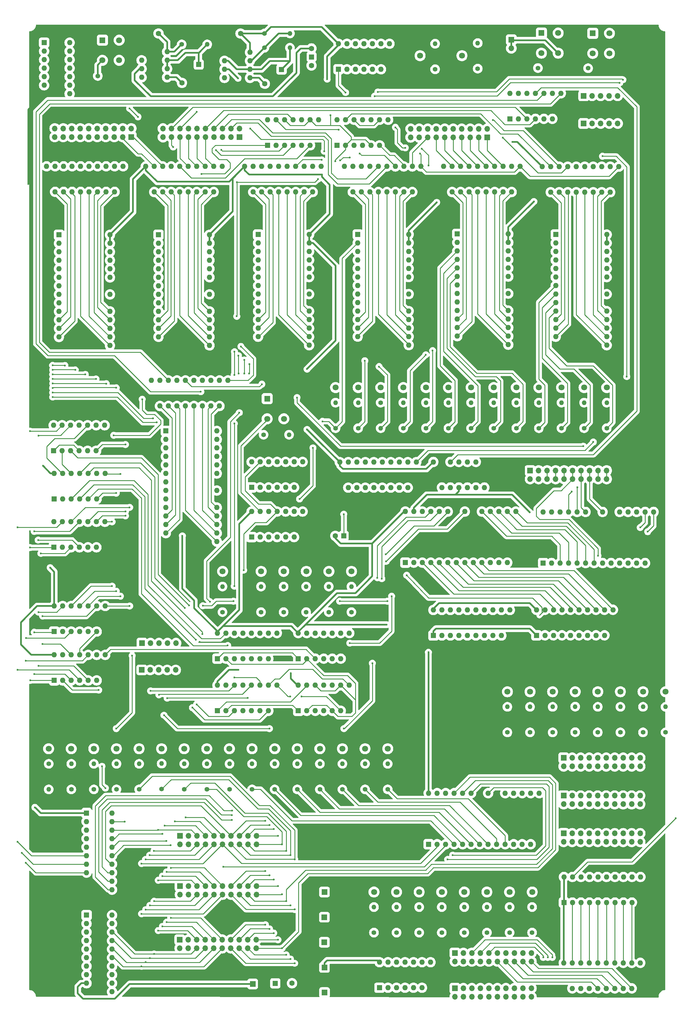
<source format=gbr>
G04 #@! TF.GenerationSoftware,KiCad,Pcbnew,8.0.2*
G04 #@! TF.CreationDate,2024-05-23T11:35:17+02:00*
G04 #@! TF.ProjectId,final-cu,66696e61-6c2d-4637-952e-6b696361645f,rev?*
G04 #@! TF.SameCoordinates,Original*
G04 #@! TF.FileFunction,Copper,L2,Bot*
G04 #@! TF.FilePolarity,Positive*
%FSLAX46Y46*%
G04 Gerber Fmt 4.6, Leading zero omitted, Abs format (unit mm)*
G04 Created by KiCad (PCBNEW 8.0.2) date 2024-05-23 11:35:17*
%MOMM*%
%LPD*%
G01*
G04 APERTURE LIST*
G04 #@! TA.AperFunction,ComponentPad*
%ADD10C,1.800000*%
G04 #@! TD*
G04 #@! TA.AperFunction,ComponentPad*
%ADD11R,1.800000X1.800000*%
G04 #@! TD*
G04 #@! TA.AperFunction,ComponentPad*
%ADD12O,1.600000X1.600000*%
G04 #@! TD*
G04 #@! TA.AperFunction,ComponentPad*
%ADD13R,1.600000X1.600000*%
G04 #@! TD*
G04 #@! TA.AperFunction,ComponentPad*
%ADD14O,1.400000X1.400000*%
G04 #@! TD*
G04 #@! TA.AperFunction,ComponentPad*
%ADD15C,1.400000*%
G04 #@! TD*
G04 #@! TA.AperFunction,ComponentPad*
%ADD16O,1.700000X1.700000*%
G04 #@! TD*
G04 #@! TA.AperFunction,ComponentPad*
%ADD17R,1.700000X1.700000*%
G04 #@! TD*
G04 #@! TA.AperFunction,ComponentPad*
%ADD18C,1.600000*%
G04 #@! TD*
G04 #@! TA.AperFunction,ComponentPad*
%ADD19R,1.500000X1.500000*%
G04 #@! TD*
G04 #@! TA.AperFunction,ViaPad*
%ADD20C,0.600000*%
G04 #@! TD*
G04 #@! TA.AperFunction,Conductor*
%ADD21C,0.250000*%
G04 #@! TD*
G04 #@! TA.AperFunction,Conductor*
%ADD22C,0.500000*%
G04 #@! TD*
G04 APERTURE END LIST*
D10*
X135000000Y-135750000D03*
D11*
X132460000Y-135750000D03*
D12*
X67615148Y-90200000D03*
X67615148Y-92740000D03*
X67615148Y-95280000D03*
X67615148Y-97820000D03*
X67615148Y-100360000D03*
X67615148Y-102900000D03*
X67615148Y-105440000D03*
X67615148Y-107980000D03*
X67615148Y-110520000D03*
X67615148Y-113060000D03*
X67615148Y-115600000D03*
X67615148Y-118140000D03*
X67615148Y-120680000D03*
X67615148Y-123220000D03*
X52375148Y-123220000D03*
X52375148Y-120680000D03*
X52375148Y-118140000D03*
X52375148Y-115600000D03*
X52375148Y-113060000D03*
X52375148Y-110520000D03*
X52375148Y-107980000D03*
X52375148Y-105440000D03*
X52375148Y-102900000D03*
X52375148Y-100360000D03*
X52375148Y-97820000D03*
X52375148Y-95280000D03*
X52375148Y-92740000D03*
D13*
X52375148Y-90200000D03*
D14*
X162000000Y-140250000D03*
D15*
X162000000Y-147870000D03*
D14*
X123570000Y-248000000D03*
D15*
X123570000Y-255620000D03*
D14*
X96680000Y-33380000D03*
D15*
X89060000Y-33380000D03*
D14*
X101235000Y-195122500D03*
D15*
X101235000Y-202742500D03*
D14*
X103320000Y-248000000D03*
D15*
X103320000Y-255620000D03*
D14*
X112735000Y-195122500D03*
D15*
X112735000Y-202742500D03*
D12*
X68250000Y-293140000D03*
X68250000Y-295680000D03*
X68250000Y-298220000D03*
X68250000Y-300760000D03*
X68250000Y-303300000D03*
X68250000Y-305840000D03*
X68250000Y-308380000D03*
X68250000Y-310920000D03*
X68250000Y-313460000D03*
X68250000Y-316000000D03*
X60630000Y-316000000D03*
X60630000Y-313460000D03*
X60630000Y-310920000D03*
X60630000Y-308380000D03*
X60630000Y-305840000D03*
X60630000Y-303300000D03*
X60630000Y-300760000D03*
X60630000Y-298220000D03*
X60630000Y-295680000D03*
D13*
X60630000Y-293140000D03*
D14*
X141750000Y-140250000D03*
D15*
X141750000Y-147870000D03*
D16*
X134250000Y-316250000D03*
D17*
X131710000Y-316250000D03*
D10*
X226860000Y-226500000D03*
D11*
X224320000Y-226500000D03*
D10*
X139775000Y-190587500D03*
D11*
X137235000Y-190587500D03*
D14*
X220095000Y-231000000D03*
D15*
X220095000Y-238620000D03*
D16*
X187500000Y-34540000D03*
D17*
X187500000Y-32000000D03*
D10*
X199845000Y-226500000D03*
D11*
X197305000Y-226500000D03*
D18*
X79620000Y-30130000D03*
X82120000Y-30130000D03*
D10*
X162000000Y-135750000D03*
D11*
X159460000Y-135750000D03*
D12*
X55570000Y-32875000D03*
X55570000Y-35415000D03*
X55570000Y-37955000D03*
X55570000Y-40495000D03*
X55570000Y-43035000D03*
X55570000Y-45575000D03*
X55570000Y-48115000D03*
X47950000Y-48115000D03*
X47950000Y-45575000D03*
X47950000Y-43035000D03*
X47950000Y-40495000D03*
X47950000Y-37955000D03*
X47950000Y-35415000D03*
D13*
X47950000Y-32875000D03*
D16*
X157445148Y-58570000D03*
X157445148Y-61110000D03*
X159985148Y-58570000D03*
X159985148Y-61110000D03*
X162525148Y-58570000D03*
X162525148Y-61110000D03*
X165065148Y-58570000D03*
X165065148Y-61110000D03*
X167605148Y-58570000D03*
X167605148Y-61110000D03*
X170145148Y-58570000D03*
X170145148Y-61110000D03*
X172685148Y-58570000D03*
X172685148Y-61110000D03*
X175225148Y-58570000D03*
X175225148Y-61110000D03*
X177765148Y-58570000D03*
X177765148Y-61110000D03*
X180305148Y-58570000D03*
D17*
X180305148Y-61110000D03*
D16*
X111330000Y-303000000D03*
X111330000Y-300460000D03*
X108790000Y-303000000D03*
X108790000Y-300460000D03*
X106250000Y-303000000D03*
X106250000Y-300460000D03*
X103710000Y-303000000D03*
X103710000Y-300460000D03*
X101170000Y-303000000D03*
X101170000Y-300460000D03*
X98630000Y-303000000D03*
X98630000Y-300460000D03*
X96090000Y-303000000D03*
X96090000Y-300460000D03*
X93550000Y-303000000D03*
X93550000Y-300460000D03*
X91010000Y-303000000D03*
X91010000Y-300460000D03*
X88470000Y-303000000D03*
D17*
X88470000Y-300460000D03*
D16*
X193500000Y-317500000D03*
X193500000Y-314960000D03*
X190960000Y-317500000D03*
X190960000Y-314960000D03*
X188420000Y-317500000D03*
X188420000Y-314960000D03*
X185880000Y-317500000D03*
X185880000Y-314960000D03*
X183340000Y-317500000D03*
X183340000Y-314960000D03*
X180800000Y-317500000D03*
X180800000Y-314960000D03*
X178260000Y-317500000D03*
X178260000Y-314960000D03*
X175720000Y-317500000D03*
X175720000Y-314960000D03*
X173180000Y-317500000D03*
X173180000Y-314960000D03*
X170640000Y-317500000D03*
D17*
X170640000Y-314960000D03*
D10*
X126275000Y-190587500D03*
D11*
X123735000Y-190587500D03*
D10*
X133025000Y-190587500D03*
D11*
X130485000Y-190587500D03*
D10*
X209250000Y-135750000D03*
D11*
X206710000Y-135750000D03*
D14*
X189000000Y-140250000D03*
D15*
X189000000Y-147870000D03*
D16*
X225990000Y-260040000D03*
X225990000Y-257500000D03*
X223450000Y-260040000D03*
X223450000Y-257500000D03*
X220910000Y-260040000D03*
X220910000Y-257500000D03*
X218370000Y-260040000D03*
X218370000Y-257500000D03*
X215830000Y-260040000D03*
X215830000Y-257500000D03*
X213290000Y-260040000D03*
X213290000Y-257500000D03*
X210750000Y-260040000D03*
X210750000Y-257500000D03*
X208210000Y-260040000D03*
X208210000Y-257500000D03*
X205670000Y-260040000D03*
X205670000Y-257500000D03*
X203130000Y-260040000D03*
D17*
X203130000Y-257500000D03*
D12*
X97355148Y-90160000D03*
X97355148Y-92700000D03*
X97355148Y-95240000D03*
X97355148Y-97780000D03*
X97355148Y-100320000D03*
X97355148Y-102860000D03*
X97355148Y-105400000D03*
X97355148Y-107940000D03*
X97355148Y-110480000D03*
X97355148Y-113020000D03*
X97355148Y-115560000D03*
X97355148Y-118100000D03*
X97355148Y-120640000D03*
X97355148Y-123180000D03*
X82115148Y-123180000D03*
X82115148Y-120640000D03*
X82115148Y-118100000D03*
X82115148Y-115560000D03*
X82115148Y-113020000D03*
X82115148Y-110480000D03*
X82115148Y-107940000D03*
X82115148Y-105400000D03*
X82115148Y-102860000D03*
X82115148Y-100320000D03*
X82115148Y-97780000D03*
X82115148Y-95240000D03*
X82115148Y-92700000D03*
D13*
X82115148Y-90160000D03*
D12*
X135460000Y-55880000D03*
X138000000Y-55880000D03*
X140540000Y-55880000D03*
X143080000Y-55880000D03*
X145620000Y-55880000D03*
X148160000Y-55880000D03*
X150700000Y-55880000D03*
X150700000Y-63500000D03*
X148160000Y-63500000D03*
X145620000Y-63500000D03*
X143080000Y-63500000D03*
X140540000Y-63500000D03*
X138000000Y-63500000D03*
D13*
X135460000Y-63500000D03*
D12*
X50960000Y-161370000D03*
X53500000Y-161370000D03*
X56040000Y-161370000D03*
X58580000Y-161370000D03*
X61120000Y-161370000D03*
X63660000Y-161370000D03*
X66200000Y-161370000D03*
X66200000Y-168990000D03*
X63660000Y-168990000D03*
X61120000Y-168990000D03*
X58580000Y-168990000D03*
X56040000Y-168990000D03*
X53500000Y-168990000D03*
D13*
X50960000Y-168990000D03*
D10*
X76330000Y-243500000D03*
D11*
X73790000Y-243500000D03*
D14*
X137070000Y-248000000D03*
D15*
X137070000Y-255620000D03*
D14*
X62820000Y-248000000D03*
D15*
X62820000Y-255620000D03*
D14*
X216000000Y-140250000D03*
D15*
X216000000Y-147870000D03*
D10*
X101275000Y-190587500D03*
D11*
X98735000Y-190587500D03*
D12*
X109440000Y-35760000D03*
X109440000Y-38300000D03*
X109440000Y-40840000D03*
X109440000Y-43380000D03*
X101820000Y-43380000D03*
X101820000Y-40840000D03*
X101820000Y-38300000D03*
D13*
X101820000Y-35760000D03*
D18*
X104120000Y-30130000D03*
X106620000Y-30130000D03*
D14*
X96570000Y-248000000D03*
D15*
X96570000Y-255620000D03*
D10*
X182265000Y-135750000D03*
D11*
X179725000Y-135750000D03*
D16*
X134210000Y-293750000D03*
D17*
X131670000Y-293750000D03*
D12*
X196735148Y-69860000D03*
X199275148Y-69860000D03*
X201815148Y-69860000D03*
X204355148Y-69860000D03*
X206895148Y-69860000D03*
X209435148Y-69860000D03*
X211975148Y-69860000D03*
X214515148Y-69860000D03*
X217055148Y-69860000D03*
X219595148Y-69860000D03*
X219595148Y-77480000D03*
X217055148Y-77480000D03*
X214515148Y-77480000D03*
X211975148Y-77480000D03*
X209435148Y-77480000D03*
X206895148Y-77480000D03*
X204355148Y-77480000D03*
X201815148Y-77480000D03*
X199275148Y-77480000D03*
D13*
X196735148Y-77480000D03*
D18*
X117000000Y-316000000D03*
D13*
X117000000Y-313500000D03*
D10*
X201500000Y-36000000D03*
X196500000Y-36000000D03*
X201500000Y-30000000D03*
D11*
X196500000Y-30000000D03*
D12*
X187075148Y-47980000D03*
X189615148Y-47980000D03*
X192155148Y-47980000D03*
X194695148Y-47980000D03*
X197235148Y-47980000D03*
X199775148Y-47980000D03*
X202315148Y-47980000D03*
X202315148Y-55600000D03*
X199775148Y-55600000D03*
X197235148Y-55600000D03*
X194695148Y-55600000D03*
X192155148Y-55600000D03*
X189615148Y-55600000D03*
D13*
X187075148Y-55600000D03*
D12*
X99705000Y-224575000D03*
X102245000Y-224575000D03*
X104785000Y-224575000D03*
X107325000Y-224575000D03*
X109865000Y-224575000D03*
X112405000Y-224575000D03*
X114945000Y-224575000D03*
X117485000Y-224575000D03*
X117485000Y-232195000D03*
X114945000Y-232195000D03*
X112405000Y-232195000D03*
X109865000Y-232195000D03*
X107325000Y-232195000D03*
X104785000Y-232195000D03*
X102245000Y-232195000D03*
D13*
X99705000Y-232195000D03*
D10*
X62790000Y-243500000D03*
D11*
X60250000Y-243500000D03*
D14*
X173475000Y-290740000D03*
D15*
X173475000Y-298360000D03*
D12*
X50960000Y-215500000D03*
X53500000Y-215500000D03*
X56040000Y-215500000D03*
X58580000Y-215500000D03*
X61120000Y-215500000D03*
X63660000Y-215500000D03*
X66200000Y-215500000D03*
X66200000Y-223120000D03*
X63660000Y-223120000D03*
X61120000Y-223120000D03*
X58580000Y-223120000D03*
X56040000Y-223120000D03*
X53500000Y-223120000D03*
D13*
X50960000Y-223120000D03*
D10*
X216000000Y-135750000D03*
D11*
X213460000Y-135750000D03*
D14*
X199845000Y-231000000D03*
D15*
X199845000Y-238620000D03*
D16*
X219275148Y-56980000D03*
X216735148Y-56980000D03*
X214195148Y-56980000D03*
X211655148Y-56980000D03*
D17*
X209115148Y-56980000D03*
D14*
X166725000Y-290740000D03*
D15*
X166725000Y-298360000D03*
D10*
X172765000Y-36750000D03*
D11*
X170225000Y-36750000D03*
D14*
X182250000Y-140250000D03*
D15*
X182250000Y-147870000D03*
D18*
X122000000Y-315955112D03*
X122000000Y-313455112D03*
D10*
X150595000Y-243500000D03*
D11*
X148055000Y-243500000D03*
D16*
X219275148Y-48730000D03*
X216735148Y-48730000D03*
X214195148Y-48730000D03*
X211655148Y-48730000D03*
D17*
X209115148Y-48730000D03*
D14*
X159975000Y-290740000D03*
D15*
X159975000Y-298360000D03*
D10*
X146490000Y-286240000D03*
D11*
X143950000Y-286240000D03*
D10*
X193765000Y-286250000D03*
D11*
X191225000Y-286250000D03*
D10*
X216827500Y-36077500D03*
X211827500Y-36077500D03*
X216827500Y-30077500D03*
D11*
X211827500Y-30077500D03*
D16*
X83460000Y-58500000D03*
X83460000Y-61040000D03*
X86000000Y-58500000D03*
X86000000Y-61040000D03*
X88540000Y-58500000D03*
X88540000Y-61040000D03*
X91080000Y-58500000D03*
X91080000Y-61040000D03*
X93620000Y-58500000D03*
X93620000Y-61040000D03*
X96160000Y-58500000D03*
X96160000Y-61040000D03*
X98700000Y-58500000D03*
X98700000Y-61040000D03*
X101240000Y-58500000D03*
X101240000Y-61040000D03*
X103780000Y-58500000D03*
X103780000Y-61040000D03*
X106320000Y-58500000D03*
D17*
X106320000Y-61040000D03*
D10*
X83040000Y-243500000D03*
D11*
X80500000Y-243500000D03*
D10*
X112775000Y-190587500D03*
D11*
X110235000Y-190587500D03*
D10*
X180225000Y-286240000D03*
D11*
X177685000Y-286240000D03*
D10*
X130320000Y-243500000D03*
D11*
X127780000Y-243500000D03*
D12*
X164225000Y-157950000D03*
X166765000Y-157950000D03*
X169305000Y-157950000D03*
X171845000Y-157950000D03*
X174385000Y-157950000D03*
X176925000Y-157950000D03*
X179465000Y-157950000D03*
X182005000Y-157950000D03*
X182005000Y-165570000D03*
X179465000Y-165570000D03*
X176925000Y-165570000D03*
X174385000Y-165570000D03*
X171845000Y-165570000D03*
X169305000Y-165570000D03*
X166765000Y-165570000D03*
D13*
X164225000Y-165570000D03*
D10*
X70370000Y-38130000D03*
X65370000Y-38130000D03*
X70370000Y-32130000D03*
D11*
X65370000Y-32130000D03*
D14*
X110070000Y-248000000D03*
D15*
X110070000Y-255620000D03*
D10*
X220095000Y-226500000D03*
D11*
X217555000Y-226500000D03*
D16*
X134225000Y-308750000D03*
D17*
X131685000Y-308750000D03*
D12*
X162810000Y-256750000D03*
X165350000Y-256750000D03*
X167890000Y-256750000D03*
X170430000Y-256750000D03*
X172970000Y-256750000D03*
X175510000Y-256750000D03*
X178050000Y-256750000D03*
X180590000Y-256750000D03*
X183130000Y-256750000D03*
X185670000Y-256750000D03*
X188210000Y-256750000D03*
X190750000Y-256750000D03*
X193290000Y-256750000D03*
X195830000Y-256750000D03*
X195830000Y-271990000D03*
X193290000Y-271990000D03*
X190750000Y-271990000D03*
X188210000Y-271990000D03*
X185670000Y-271990000D03*
X183130000Y-271990000D03*
X180590000Y-271990000D03*
X178050000Y-271990000D03*
X175510000Y-271990000D03*
X172970000Y-271990000D03*
X170430000Y-271990000D03*
X167890000Y-271990000D03*
X165350000Y-271990000D03*
D13*
X162810000Y-271990000D03*
D14*
X175500000Y-140250000D03*
D15*
X175500000Y-147870000D03*
D12*
X123860000Y-209005000D03*
X126400000Y-209005000D03*
X128940000Y-209005000D03*
X131480000Y-209005000D03*
X134020000Y-209005000D03*
X136560000Y-209005000D03*
X139100000Y-209005000D03*
X139100000Y-216625000D03*
X136560000Y-216625000D03*
X134020000Y-216625000D03*
X131480000Y-216625000D03*
X128940000Y-216625000D03*
X126400000Y-216625000D03*
D13*
X123860000Y-216625000D03*
D10*
X186990000Y-286240000D03*
D11*
X184450000Y-286240000D03*
D10*
X103305000Y-243500000D03*
D11*
X100765000Y-243500000D03*
D10*
X89790000Y-243500000D03*
D11*
X87250000Y-243500000D03*
D10*
X141765000Y-135750000D03*
D11*
X139225000Y-135750000D03*
D14*
X150570000Y-248000000D03*
D15*
X150570000Y-255620000D03*
D16*
X87250000Y-220000000D03*
X84710000Y-220000000D03*
X82170000Y-220000000D03*
X79630000Y-220000000D03*
D17*
X77090000Y-220000000D03*
D14*
X153225000Y-290740000D03*
D15*
X153225000Y-298360000D03*
D12*
X109920000Y-172750000D03*
X112460000Y-172750000D03*
X115000000Y-172750000D03*
X117540000Y-172750000D03*
X120080000Y-172750000D03*
X122620000Y-172750000D03*
X125160000Y-172750000D03*
X125160000Y-180370000D03*
X122620000Y-180370000D03*
X120080000Y-180370000D03*
X117540000Y-180370000D03*
X115000000Y-180370000D03*
X112460000Y-180370000D03*
D13*
X109920000Y-180370000D03*
D10*
X160250000Y-36750000D03*
D11*
X157710000Y-36750000D03*
D12*
X203170000Y-307380000D03*
X205710000Y-307380000D03*
X208250000Y-307380000D03*
X210790000Y-307380000D03*
X213330000Y-307380000D03*
X215870000Y-307380000D03*
X218410000Y-307380000D03*
X220950000Y-307380000D03*
X223490000Y-307380000D03*
X226030000Y-307380000D03*
X226030000Y-315000000D03*
X223490000Y-315000000D03*
X220950000Y-315000000D03*
X218410000Y-315000000D03*
X215870000Y-315000000D03*
X213330000Y-315000000D03*
X210790000Y-315000000D03*
X208250000Y-315000000D03*
X205710000Y-315000000D03*
D13*
X203170000Y-315000000D03*
D14*
X83070000Y-247940000D03*
D15*
X83070000Y-255560000D03*
D10*
X148515000Y-135750000D03*
D11*
X145975000Y-135750000D03*
D12*
X80010000Y-133630000D03*
X82550000Y-133630000D03*
X85090000Y-133630000D03*
X87630000Y-133630000D03*
X90170000Y-133630000D03*
X92710000Y-133630000D03*
X95250000Y-133630000D03*
X97790000Y-133630000D03*
X100330000Y-133630000D03*
X102870000Y-133630000D03*
X102870000Y-141250000D03*
X100330000Y-141250000D03*
X97790000Y-141250000D03*
X95250000Y-141250000D03*
X92710000Y-141250000D03*
X90170000Y-141250000D03*
X87630000Y-141250000D03*
X85090000Y-141250000D03*
X82550000Y-141250000D03*
D13*
X80010000Y-141250000D03*
D14*
X218060000Y-40500000D03*
D15*
X210440000Y-40500000D03*
D16*
X215990000Y-163040000D03*
X215990000Y-160500000D03*
X213450000Y-163040000D03*
X213450000Y-160500000D03*
X210910000Y-163040000D03*
X210910000Y-160500000D03*
X208370000Y-163040000D03*
X208370000Y-160500000D03*
X205830000Y-163040000D03*
X205830000Y-160500000D03*
X203290000Y-163040000D03*
X203290000Y-160500000D03*
X200750000Y-163040000D03*
X200750000Y-160500000D03*
X198210000Y-163040000D03*
X198210000Y-160500000D03*
X195670000Y-163040000D03*
X195670000Y-160500000D03*
X193130000Y-163040000D03*
D17*
X193130000Y-160500000D03*
D14*
X121122500Y-149827500D03*
D15*
X113502500Y-149827500D03*
D14*
X195750000Y-140250000D03*
D15*
X195750000Y-147870000D03*
D16*
X111410000Y-272000000D03*
X111410000Y-269460000D03*
X108870000Y-272000000D03*
X108870000Y-269460000D03*
X106330000Y-272000000D03*
X106330000Y-269460000D03*
X103790000Y-272000000D03*
X103790000Y-269460000D03*
X101250000Y-272000000D03*
X101250000Y-269460000D03*
X98710000Y-272000000D03*
X98710000Y-269460000D03*
X96170000Y-272000000D03*
X96170000Y-269460000D03*
X93630000Y-272000000D03*
X93630000Y-269460000D03*
X91090000Y-272000000D03*
X91090000Y-269460000D03*
X88550000Y-272000000D03*
D17*
X88550000Y-269460000D03*
D14*
X206595000Y-230940000D03*
D15*
X206595000Y-238560000D03*
D10*
X110055000Y-243500000D03*
D11*
X107515000Y-243500000D03*
D14*
X130320000Y-248000000D03*
D15*
X130320000Y-255620000D03*
D14*
X69570000Y-248000000D03*
D15*
X69570000Y-255620000D03*
D12*
X107865148Y-69800000D03*
X110405148Y-69800000D03*
X112945148Y-69800000D03*
X115485148Y-69800000D03*
X118025148Y-69800000D03*
X120565148Y-69800000D03*
X123105148Y-69800000D03*
X125645148Y-69800000D03*
X128185148Y-69800000D03*
X130725148Y-69800000D03*
X130725148Y-77420000D03*
X128185148Y-77420000D03*
X125645148Y-77420000D03*
X123105148Y-77420000D03*
X120565148Y-77420000D03*
X118025148Y-77420000D03*
X115485148Y-77420000D03*
X112945148Y-77420000D03*
X110405148Y-77420000D03*
D13*
X107865148Y-77420000D03*
D12*
X167285148Y-69800000D03*
X169825148Y-69800000D03*
X172365148Y-69800000D03*
X174905148Y-69800000D03*
X177445148Y-69800000D03*
X179985148Y-69800000D03*
X182525148Y-69800000D03*
X185065148Y-69800000D03*
X187605148Y-69800000D03*
X190145148Y-69800000D03*
X190145148Y-77420000D03*
X187605148Y-77420000D03*
X185065148Y-77420000D03*
X182525148Y-77420000D03*
X179985148Y-77420000D03*
X177445148Y-77420000D03*
X174905148Y-77420000D03*
X172365148Y-77420000D03*
X169825148Y-77420000D03*
D13*
X167285148Y-77420000D03*
D18*
X140000000Y-180000000D03*
D19*
X137460000Y-180000000D03*
D18*
X134920000Y-180000000D03*
D12*
X155840000Y-172750000D03*
X158380000Y-172750000D03*
X160920000Y-172750000D03*
X163460000Y-172750000D03*
X166000000Y-172750000D03*
X168540000Y-172750000D03*
X171080000Y-172750000D03*
X173620000Y-172750000D03*
X176160000Y-172750000D03*
X178700000Y-172750000D03*
X181240000Y-172750000D03*
X183780000Y-172750000D03*
X186320000Y-172750000D03*
X188860000Y-172750000D03*
X188860000Y-187990000D03*
X186320000Y-187990000D03*
X183780000Y-187990000D03*
X181240000Y-187990000D03*
X178700000Y-187990000D03*
X176160000Y-187990000D03*
X173620000Y-187990000D03*
X171080000Y-187990000D03*
X168540000Y-187990000D03*
X166000000Y-187990000D03*
X163460000Y-187990000D03*
X160920000Y-187990000D03*
X158380000Y-187990000D03*
D13*
X155840000Y-187990000D03*
D10*
X119525000Y-190587500D03*
D11*
X116985000Y-190587500D03*
D12*
X50960000Y-200930000D03*
X53500000Y-200930000D03*
X56040000Y-200930000D03*
X58580000Y-200930000D03*
X61120000Y-200930000D03*
X63660000Y-200930000D03*
X66200000Y-200930000D03*
X66200000Y-208550000D03*
X63660000Y-208550000D03*
X61120000Y-208550000D03*
X58580000Y-208550000D03*
X56040000Y-208550000D03*
X53500000Y-208550000D03*
D13*
X50960000Y-208550000D03*
D14*
X116820000Y-248000000D03*
D15*
X116820000Y-255620000D03*
D12*
X84690000Y-35580000D03*
X84690000Y-38120000D03*
X84690000Y-40660000D03*
X84690000Y-43200000D03*
X77070000Y-43200000D03*
X77070000Y-40660000D03*
X77070000Y-38120000D03*
D13*
X77070000Y-35580000D03*
D10*
X153225000Y-286240000D03*
D11*
X150685000Y-286240000D03*
D12*
X148125000Y-307180000D03*
X150665000Y-307180000D03*
X153205000Y-307180000D03*
X155745000Y-307180000D03*
X158285000Y-307180000D03*
X160825000Y-307180000D03*
X163365000Y-307180000D03*
X163365000Y-314800000D03*
X160825000Y-314800000D03*
X158285000Y-314800000D03*
X155745000Y-314800000D03*
X153205000Y-314800000D03*
X150665000Y-314800000D03*
D13*
X148125000Y-314800000D03*
D14*
X143820000Y-248000000D03*
D15*
X143820000Y-255620000D03*
D14*
X146475000Y-290740000D03*
D15*
X146475000Y-298360000D03*
D14*
X203075000Y-40445000D03*
D15*
X195455000Y-40445000D03*
D10*
X166725000Y-286240000D03*
D11*
X164185000Y-286240000D03*
D14*
X119485000Y-195122500D03*
D15*
X119485000Y-202742500D03*
D14*
X126235000Y-195122500D03*
D15*
X126235000Y-202742500D03*
D12*
X109920000Y-157930000D03*
X112460000Y-157930000D03*
X115000000Y-157930000D03*
X117540000Y-157930000D03*
X120080000Y-157930000D03*
X122620000Y-157930000D03*
X125160000Y-157930000D03*
X125160000Y-165550000D03*
X122620000Y-165550000D03*
X120080000Y-165550000D03*
X117540000Y-165550000D03*
X115000000Y-165550000D03*
X112460000Y-165550000D03*
D13*
X109920000Y-165550000D03*
D12*
X114710000Y-55880000D03*
X117250000Y-55880000D03*
X119790000Y-55880000D03*
X122330000Y-55880000D03*
X124870000Y-55880000D03*
X127410000Y-55880000D03*
X129950000Y-55880000D03*
X129950000Y-63500000D03*
X127410000Y-63500000D03*
X124870000Y-63500000D03*
X122330000Y-63500000D03*
X119790000Y-63500000D03*
X117250000Y-63500000D03*
D13*
X114710000Y-63500000D03*
D14*
X213345000Y-231000000D03*
D15*
X213345000Y-238620000D03*
D10*
X49290000Y-243500000D03*
D11*
X46750000Y-243500000D03*
D14*
X76320000Y-248000000D03*
D15*
X76320000Y-255620000D03*
D14*
X56070000Y-248000000D03*
D15*
X56070000Y-255620000D03*
D12*
X203220000Y-281750000D03*
X205760000Y-281750000D03*
X208300000Y-281750000D03*
X210840000Y-281750000D03*
X213380000Y-281750000D03*
X215920000Y-281750000D03*
X218460000Y-281750000D03*
X221000000Y-281750000D03*
X223540000Y-281750000D03*
X226080000Y-281750000D03*
X226080000Y-289370000D03*
X223540000Y-289370000D03*
X221000000Y-289370000D03*
X218460000Y-289370000D03*
X215920000Y-289370000D03*
X213380000Y-289370000D03*
X210840000Y-289370000D03*
X208300000Y-289370000D03*
X205760000Y-289370000D03*
D13*
X203220000Y-289370000D03*
D10*
X119577500Y-145077500D03*
X114577500Y-145077500D03*
X119577500Y-139077500D03*
D11*
X114577500Y-139077500D03*
D10*
X168750000Y-135750000D03*
D11*
X166210000Y-135750000D03*
D14*
X89820000Y-248000000D03*
D15*
X89820000Y-255620000D03*
D12*
X156855148Y-90080000D03*
X156855148Y-92620000D03*
X156855148Y-95160000D03*
X156855148Y-97700000D03*
X156855148Y-100240000D03*
X156855148Y-102780000D03*
X156855148Y-105320000D03*
X156855148Y-107860000D03*
X156855148Y-110400000D03*
X156855148Y-112940000D03*
X156855148Y-115480000D03*
X156855148Y-118020000D03*
X156855148Y-120560000D03*
X156855148Y-123100000D03*
X141615148Y-123100000D03*
X141615148Y-120560000D03*
X141615148Y-118020000D03*
X141615148Y-115480000D03*
X141615148Y-112940000D03*
X141615148Y-110400000D03*
X141615148Y-107860000D03*
X141615148Y-105320000D03*
X141615148Y-102780000D03*
X141615148Y-100240000D03*
X141615148Y-97700000D03*
X141615148Y-95160000D03*
X141615148Y-92620000D03*
D13*
X141615148Y-90080000D03*
D14*
X233595000Y-231000000D03*
D15*
X233595000Y-238620000D03*
D16*
X110250000Y-316220112D03*
D17*
X110250000Y-313680112D03*
D16*
X87340000Y-212000000D03*
X84800000Y-212000000D03*
X82260000Y-212000000D03*
X79720000Y-212000000D03*
D17*
X77180000Y-212000000D03*
D14*
X164750000Y-33190000D03*
D15*
X164750000Y-40810000D03*
D18*
X91620000Y-39380000D03*
D13*
X94120000Y-39380000D03*
D12*
X50875000Y-175800000D03*
X53415000Y-175800000D03*
X55955000Y-175800000D03*
X58495000Y-175800000D03*
X61035000Y-175800000D03*
X63575000Y-175800000D03*
X66115000Y-175800000D03*
X66115000Y-183420000D03*
X63575000Y-183420000D03*
X61035000Y-183420000D03*
X58495000Y-183420000D03*
X55955000Y-183420000D03*
X53415000Y-183420000D03*
D13*
X50875000Y-183420000D03*
D10*
X193110000Y-226500000D03*
D11*
X190570000Y-226500000D03*
D14*
X177475000Y-33000000D03*
D15*
X177475000Y-40620000D03*
D14*
X121370000Y-30130000D03*
D15*
X113750000Y-30130000D03*
D12*
X50800000Y-147000000D03*
X53340000Y-147000000D03*
X55880000Y-147000000D03*
X58420000Y-147000000D03*
X60960000Y-147000000D03*
X63500000Y-147000000D03*
X66040000Y-147000000D03*
X66040000Y-154620000D03*
X63500000Y-154620000D03*
X60960000Y-154620000D03*
X58420000Y-154620000D03*
X55880000Y-154620000D03*
X53340000Y-154620000D03*
D13*
X50800000Y-154620000D03*
D16*
X193500000Y-306960000D03*
X193500000Y-304420000D03*
X190960000Y-306960000D03*
X190960000Y-304420000D03*
X188420000Y-306960000D03*
X188420000Y-304420000D03*
X185880000Y-306960000D03*
X185880000Y-304420000D03*
X183340000Y-306960000D03*
X183340000Y-304420000D03*
X180800000Y-306960000D03*
X180800000Y-304420000D03*
X178260000Y-306960000D03*
X178260000Y-304420000D03*
X175720000Y-306960000D03*
X175720000Y-304420000D03*
X173180000Y-306960000D03*
X173180000Y-304420000D03*
X170640000Y-306960000D03*
D17*
X170640000Y-304420000D03*
D12*
X78285148Y-69800000D03*
X80825148Y-69800000D03*
X83365148Y-69800000D03*
X85905148Y-69800000D03*
X88445148Y-69800000D03*
X90985148Y-69800000D03*
X93525148Y-69800000D03*
X96065148Y-69800000D03*
X98605148Y-69800000D03*
X101145148Y-69800000D03*
X101145148Y-77420000D03*
X98605148Y-77420000D03*
X96065148Y-77420000D03*
X93525148Y-77420000D03*
X90985148Y-77420000D03*
X88445148Y-77420000D03*
X85905148Y-77420000D03*
X83365148Y-77420000D03*
X80825148Y-77420000D03*
D13*
X78285148Y-77420000D03*
D14*
X186345000Y-231000000D03*
D15*
X186345000Y-238620000D03*
D14*
X135000000Y-140250000D03*
D15*
X135000000Y-147870000D03*
D16*
X111410000Y-287000000D03*
X111410000Y-284460000D03*
X108870000Y-287000000D03*
X108870000Y-284460000D03*
X106330000Y-287000000D03*
X106330000Y-284460000D03*
X103790000Y-287000000D03*
X103790000Y-284460000D03*
X101250000Y-287000000D03*
X101250000Y-284460000D03*
X98710000Y-287000000D03*
X98710000Y-284460000D03*
X96170000Y-287000000D03*
X96170000Y-284460000D03*
X93630000Y-287000000D03*
X93630000Y-284460000D03*
X91090000Y-287000000D03*
X91090000Y-284460000D03*
X88550000Y-287000000D03*
D17*
X88550000Y-284460000D03*
D12*
X99550000Y-148700000D03*
X99550000Y-151240000D03*
X99550000Y-153780000D03*
X99550000Y-156320000D03*
X99550000Y-158860000D03*
X99550000Y-161400000D03*
X99550000Y-163940000D03*
X99550000Y-166480000D03*
X99550000Y-169020000D03*
X99550000Y-171560000D03*
X99550000Y-174100000D03*
X99550000Y-176640000D03*
X99550000Y-179180000D03*
X99550000Y-181720000D03*
X84310000Y-181720000D03*
X84310000Y-179180000D03*
X84310000Y-176640000D03*
X84310000Y-174100000D03*
X84310000Y-171560000D03*
X84310000Y-169020000D03*
X84310000Y-166480000D03*
X84310000Y-163940000D03*
X84310000Y-161400000D03*
X84310000Y-158860000D03*
X84310000Y-156320000D03*
X84310000Y-153780000D03*
X84310000Y-151240000D03*
D13*
X84310000Y-148700000D03*
D14*
X168750000Y-140250000D03*
D15*
X168750000Y-147870000D03*
D10*
X69555000Y-243500000D03*
D11*
X67015000Y-243500000D03*
D10*
X96555000Y-243500000D03*
D11*
X94015000Y-243500000D03*
D14*
X139735000Y-195122500D03*
D15*
X139735000Y-202742500D03*
D12*
X197000000Y-172865000D03*
X199540000Y-172865000D03*
X202080000Y-172865000D03*
X204620000Y-172865000D03*
X207160000Y-172865000D03*
X209700000Y-172865000D03*
X212240000Y-172865000D03*
X214780000Y-172865000D03*
X217320000Y-172865000D03*
X219860000Y-172865000D03*
X222400000Y-172865000D03*
X224940000Y-172865000D03*
X227480000Y-172865000D03*
X230020000Y-172865000D03*
X230020000Y-188105000D03*
X227480000Y-188105000D03*
X224940000Y-188105000D03*
X222400000Y-188105000D03*
X219860000Y-188105000D03*
X217320000Y-188105000D03*
X214780000Y-188105000D03*
X212240000Y-188105000D03*
X209700000Y-188105000D03*
X207160000Y-188105000D03*
X204620000Y-188105000D03*
X202080000Y-188105000D03*
X199540000Y-188105000D03*
D13*
X197000000Y-188105000D03*
D10*
X116845000Y-243500000D03*
D11*
X114305000Y-243500000D03*
D18*
X116370000Y-45130000D03*
X113870000Y-45130000D03*
D14*
X155250000Y-140250000D03*
D15*
X155250000Y-147870000D03*
D14*
X226845000Y-231000000D03*
D15*
X226845000Y-238620000D03*
D10*
X159990000Y-286240000D03*
D11*
X157450000Y-286240000D03*
D10*
X173475000Y-286240000D03*
D11*
X170935000Y-286240000D03*
D14*
X186975000Y-290740000D03*
D15*
X186975000Y-298360000D03*
D12*
X135875000Y-33180000D03*
X138415000Y-33180000D03*
X140955000Y-33180000D03*
X143495000Y-33180000D03*
X146035000Y-33180000D03*
X148575000Y-33180000D03*
X151115000Y-33180000D03*
X151115000Y-40800000D03*
X148575000Y-40800000D03*
X146035000Y-40800000D03*
X143495000Y-40800000D03*
X140955000Y-40800000D03*
X138415000Y-40800000D03*
D13*
X135875000Y-40800000D03*
D14*
X180225000Y-290740000D03*
D15*
X180225000Y-298360000D03*
D10*
X143805000Y-243500000D03*
D11*
X141265000Y-243500000D03*
D14*
X148500000Y-147870000D03*
D15*
X148500000Y-140250000D03*
D16*
X134210000Y-301250000D03*
D17*
X131670000Y-301250000D03*
D16*
X134225000Y-286250000D03*
D17*
X131685000Y-286250000D03*
D10*
X202500000Y-135750000D03*
D11*
X199960000Y-135750000D03*
D14*
X132985000Y-195122500D03*
D15*
X132985000Y-202742500D03*
D12*
X127105148Y-90120000D03*
X127105148Y-92660000D03*
X127105148Y-95200000D03*
X127105148Y-97740000D03*
X127105148Y-100280000D03*
X127105148Y-102820000D03*
X127105148Y-105360000D03*
X127105148Y-107900000D03*
X127105148Y-110440000D03*
X127105148Y-112980000D03*
X127105148Y-115520000D03*
X127105148Y-118060000D03*
X127105148Y-120600000D03*
X127105148Y-123140000D03*
X111865148Y-123140000D03*
X111865148Y-120600000D03*
X111865148Y-118060000D03*
X111865148Y-115520000D03*
X111865148Y-112980000D03*
X111865148Y-110440000D03*
X111865148Y-107900000D03*
X111865148Y-105360000D03*
X111865148Y-102820000D03*
X111865148Y-100280000D03*
X111865148Y-97740000D03*
X111865148Y-95200000D03*
X111865148Y-92660000D03*
D13*
X111865148Y-90120000D03*
D14*
X71602500Y-42802500D03*
D15*
X63982500Y-42802500D03*
D14*
X193725000Y-290740000D03*
D15*
X193725000Y-298360000D03*
D14*
X193095000Y-231000000D03*
D15*
X193095000Y-238620000D03*
D10*
X137055000Y-243500000D03*
D11*
X134515000Y-243500000D03*
D12*
X68250000Y-262680000D03*
X68250000Y-265220000D03*
X68250000Y-267760000D03*
X68250000Y-270300000D03*
X68250000Y-272840000D03*
X68250000Y-275380000D03*
X68250000Y-277920000D03*
X68250000Y-280460000D03*
X68250000Y-283000000D03*
X68250000Y-285540000D03*
X60630000Y-285540000D03*
X60630000Y-283000000D03*
X60630000Y-280460000D03*
X60630000Y-277920000D03*
X60630000Y-275380000D03*
X60630000Y-272840000D03*
X60630000Y-270300000D03*
X60630000Y-267760000D03*
X60630000Y-265220000D03*
D13*
X60630000Y-262680000D03*
D10*
X123570000Y-243500000D03*
D11*
X121030000Y-243500000D03*
D10*
X213345000Y-226500000D03*
D11*
X210805000Y-226500000D03*
D12*
X186605148Y-89950000D03*
X186605148Y-92490000D03*
X186605148Y-95030000D03*
X186605148Y-97570000D03*
X186605148Y-100110000D03*
X186605148Y-102650000D03*
X186605148Y-105190000D03*
X186605148Y-107730000D03*
X186605148Y-110270000D03*
X186605148Y-112810000D03*
X186605148Y-115350000D03*
X186605148Y-117890000D03*
X186605148Y-120430000D03*
X186605148Y-122970000D03*
X171365148Y-122970000D03*
X171365148Y-120430000D03*
X171365148Y-117890000D03*
X171365148Y-115350000D03*
X171365148Y-112810000D03*
X171365148Y-110270000D03*
X171365148Y-107730000D03*
X171365148Y-105190000D03*
X171365148Y-102650000D03*
X171365148Y-100110000D03*
X171365148Y-97570000D03*
X171365148Y-95030000D03*
X171365148Y-92490000D03*
D13*
X171365148Y-89950000D03*
D12*
X164220000Y-202115000D03*
X166760000Y-202115000D03*
X169300000Y-202115000D03*
X171840000Y-202115000D03*
X174380000Y-202115000D03*
X176920000Y-202115000D03*
X179460000Y-202115000D03*
X182000000Y-202115000D03*
X184540000Y-202115000D03*
X187080000Y-202115000D03*
X187080000Y-209735000D03*
X184540000Y-209735000D03*
X182000000Y-209735000D03*
X179460000Y-209735000D03*
X176920000Y-209735000D03*
X174380000Y-209735000D03*
X171840000Y-209735000D03*
X169300000Y-209735000D03*
X166760000Y-209735000D03*
D13*
X164220000Y-209735000D03*
D14*
X202500000Y-140250000D03*
D15*
X202500000Y-147870000D03*
D10*
X175500000Y-135750000D03*
D11*
X172960000Y-135750000D03*
D12*
X195015000Y-202055000D03*
X197555000Y-202055000D03*
X200095000Y-202055000D03*
X202635000Y-202055000D03*
X205175000Y-202055000D03*
X207715000Y-202055000D03*
X210255000Y-202055000D03*
X212795000Y-202055000D03*
X215335000Y-202055000D03*
X217875000Y-202055000D03*
X217875000Y-209675000D03*
X215335000Y-209675000D03*
X212795000Y-209675000D03*
X210255000Y-209675000D03*
X207715000Y-209675000D03*
X205175000Y-209675000D03*
X202635000Y-209675000D03*
X200095000Y-209675000D03*
X197555000Y-209675000D03*
D13*
X195015000Y-209675000D03*
D10*
X189000000Y-135750000D03*
D11*
X186460000Y-135750000D03*
D12*
X136260000Y-158000000D03*
X138800000Y-158000000D03*
X141340000Y-158000000D03*
X143880000Y-158000000D03*
X146420000Y-158000000D03*
X148960000Y-158000000D03*
X151500000Y-158000000D03*
X154040000Y-158000000D03*
X156580000Y-158000000D03*
X159120000Y-158000000D03*
X159120000Y-165620000D03*
X156580000Y-165620000D03*
X154040000Y-165620000D03*
X151500000Y-165620000D03*
X148960000Y-165620000D03*
X146420000Y-165620000D03*
X143880000Y-165620000D03*
X141340000Y-165620000D03*
X138800000Y-165620000D03*
D13*
X136260000Y-165620000D03*
D12*
X48690148Y-69750000D03*
X51230148Y-69750000D03*
X53770148Y-69750000D03*
X56310148Y-69750000D03*
X58850148Y-69750000D03*
X61390148Y-69750000D03*
X63930148Y-69750000D03*
X66470148Y-69750000D03*
X69010148Y-69750000D03*
X71550148Y-69750000D03*
X71550148Y-77370000D03*
X69010148Y-77370000D03*
X66470148Y-77370000D03*
X63930148Y-77370000D03*
X61390148Y-77370000D03*
X58850148Y-77370000D03*
X56310148Y-77370000D03*
X53770148Y-77370000D03*
X51230148Y-77370000D03*
D13*
X48690148Y-77370000D03*
D16*
X226000000Y-271290000D03*
X226000000Y-268750000D03*
X223460000Y-271290000D03*
X223460000Y-268750000D03*
X220920000Y-271290000D03*
X220920000Y-268750000D03*
X218380000Y-271290000D03*
X218380000Y-268750000D03*
X215840000Y-271290000D03*
X215840000Y-268750000D03*
X213300000Y-271290000D03*
X213300000Y-268750000D03*
X210760000Y-271290000D03*
X210760000Y-268750000D03*
X208220000Y-271290000D03*
X208220000Y-268750000D03*
X205680000Y-271290000D03*
X205680000Y-268750000D03*
X203140000Y-271290000D03*
D17*
X203140000Y-268750000D03*
D10*
X195750000Y-135750000D03*
D11*
X193210000Y-135750000D03*
D12*
X216015148Y-90120000D03*
X216015148Y-92660000D03*
X216015148Y-95200000D03*
X216015148Y-97740000D03*
X216015148Y-100280000D03*
X216015148Y-102820000D03*
X216015148Y-105360000D03*
X216015148Y-107900000D03*
X216015148Y-110440000D03*
X216015148Y-112980000D03*
X216015148Y-115520000D03*
X216015148Y-118060000D03*
X216015148Y-120600000D03*
X216015148Y-123140000D03*
X200775148Y-123140000D03*
X200775148Y-120600000D03*
X200775148Y-118060000D03*
X200775148Y-115520000D03*
X200775148Y-112980000D03*
X200775148Y-110440000D03*
X200775148Y-107900000D03*
X200775148Y-105360000D03*
X200775148Y-102820000D03*
X200775148Y-100280000D03*
X200775148Y-97740000D03*
X200775148Y-95200000D03*
X200775148Y-92660000D03*
D13*
X200775148Y-90120000D03*
D18*
X91620000Y-44880000D03*
X89120000Y-44880000D03*
D12*
X99705000Y-209005000D03*
X102245000Y-209005000D03*
X104785000Y-209005000D03*
X107325000Y-209005000D03*
X109865000Y-209005000D03*
X112405000Y-209005000D03*
X114945000Y-209005000D03*
X117485000Y-209005000D03*
X117485000Y-216625000D03*
X114945000Y-216625000D03*
X112405000Y-216625000D03*
X109865000Y-216625000D03*
X107325000Y-216625000D03*
X104785000Y-216625000D03*
X102245000Y-216625000D03*
D13*
X99705000Y-216625000D03*
D10*
X233595000Y-226500000D03*
D11*
X231055000Y-226500000D03*
D10*
X155250000Y-135750000D03*
D11*
X152710000Y-135750000D03*
D18*
X116370000Y-40880000D03*
D13*
X118870000Y-40880000D03*
D12*
X137615148Y-69800000D03*
X140155148Y-69800000D03*
X142695148Y-69800000D03*
X145235148Y-69800000D03*
X147775148Y-69800000D03*
X150315148Y-69800000D03*
X152855148Y-69800000D03*
X155395148Y-69800000D03*
X157935148Y-69800000D03*
X160475148Y-69800000D03*
X160475148Y-77420000D03*
X157935148Y-77420000D03*
X155395148Y-77420000D03*
X152855148Y-77420000D03*
X150315148Y-77420000D03*
X147775148Y-77420000D03*
X145235148Y-77420000D03*
X142695148Y-77420000D03*
X140155148Y-77420000D03*
D13*
X137615148Y-77420000D03*
D14*
X209250000Y-140250000D03*
D15*
X209250000Y-147870000D03*
D12*
X123860000Y-224575000D03*
X126400000Y-224575000D03*
X128940000Y-224575000D03*
X131480000Y-224575000D03*
X134020000Y-224575000D03*
X136560000Y-224575000D03*
X139100000Y-224575000D03*
X139100000Y-232195000D03*
X136560000Y-232195000D03*
X134020000Y-232195000D03*
X131480000Y-232195000D03*
X128940000Y-232195000D03*
X126400000Y-232195000D03*
D13*
X123860000Y-232195000D03*
D18*
X127830000Y-34590000D03*
D19*
X127830000Y-37130000D03*
D18*
X127830000Y-39670000D03*
D16*
X226000000Y-248750000D03*
X226000000Y-246210000D03*
X223460000Y-248750000D03*
X223460000Y-246210000D03*
X220920000Y-248750000D03*
X220920000Y-246210000D03*
X218380000Y-248750000D03*
X218380000Y-246210000D03*
X215840000Y-248750000D03*
X215840000Y-246210000D03*
X213300000Y-248750000D03*
X213300000Y-246210000D03*
X210760000Y-248750000D03*
X210760000Y-246210000D03*
X208220000Y-248750000D03*
X208220000Y-246210000D03*
X205680000Y-248750000D03*
X205680000Y-246210000D03*
X203140000Y-248750000D03*
D17*
X203140000Y-246210000D03*
D14*
X121370000Y-34380000D03*
D15*
X113750000Y-34380000D03*
D10*
X206595000Y-226500000D03*
D11*
X204055000Y-226500000D03*
D16*
X51130000Y-58460000D03*
X51130000Y-61000000D03*
X53670000Y-58460000D03*
X53670000Y-61000000D03*
X56210000Y-58460000D03*
X56210000Y-61000000D03*
X58750000Y-58460000D03*
X58750000Y-61000000D03*
X61290000Y-58460000D03*
X61290000Y-61000000D03*
X63830000Y-58460000D03*
X63830000Y-61000000D03*
X66370000Y-58460000D03*
X66370000Y-61000000D03*
X68910000Y-58460000D03*
X68910000Y-61000000D03*
X71450000Y-58460000D03*
X71450000Y-61000000D03*
X73990000Y-58460000D03*
D17*
X73990000Y-61000000D03*
D10*
X56055000Y-243500000D03*
D11*
X53515000Y-243500000D03*
D14*
X49320000Y-255620000D03*
D15*
X49320000Y-248000000D03*
D10*
X186345000Y-226500000D03*
D11*
X183805000Y-226500000D03*
D20*
X217250000Y-196000000D03*
X157500000Y-301500000D03*
X150000000Y-301500000D03*
X142500000Y-270250000D03*
X51750000Y-54250000D03*
X58750000Y-34500000D03*
X53750000Y-65250000D03*
X69250000Y-65750000D03*
X187000000Y-127500000D03*
X155250000Y-127750000D03*
X125750000Y-127500000D03*
X96500000Y-127500000D03*
X158500000Y-202750000D03*
X78750000Y-202750000D03*
X69750000Y-204750000D03*
X70000000Y-216500000D03*
X94250000Y-221000000D03*
X78250000Y-232500000D03*
X167500000Y-316000000D03*
X166750000Y-304750000D03*
X231000000Y-305750000D03*
X231000000Y-291250000D03*
X171750000Y-246250000D03*
X178250000Y-241000000D03*
X131500000Y-165000000D03*
X113500000Y-183750000D03*
X129250000Y-183000000D03*
X189250000Y-164500000D03*
X48500000Y-91750000D03*
X76000000Y-30250000D03*
X99000000Y-30750000D03*
X98000000Y-46500000D03*
X73000000Y-47250000D03*
X159250000Y-30000000D03*
X172250000Y-30000000D03*
X127250000Y-46750000D03*
X182250000Y-41750000D03*
X182500000Y-33000000D03*
X206250000Y-34000000D03*
X228750000Y-40750000D03*
X225250000Y-32000000D03*
X204250000Y-62000000D03*
X226750000Y-82750000D03*
X226750000Y-101750000D03*
X226750000Y-121250000D03*
X199750000Y-83500000D03*
X169750000Y-82250000D03*
X140750000Y-82250000D03*
X110750000Y-82250000D03*
X50500000Y-82250000D03*
X82000000Y-82250000D03*
X206000000Y-120500000D03*
X177000000Y-120500000D03*
X147250000Y-120500000D03*
X117500000Y-120500000D03*
X88250000Y-120500000D03*
X60250000Y-120500000D03*
X73500000Y-134000000D03*
X63250000Y-128750000D03*
X47750000Y-143000000D03*
X58750000Y-142250000D03*
X85250000Y-188500000D03*
X92500000Y-189750000D03*
X58250000Y-191750000D03*
X63000000Y-232750000D03*
X51250000Y-232750000D03*
X53750000Y-268500000D03*
X50750000Y-309000000D03*
X50750000Y-297500000D03*
X50750000Y-286500000D03*
X102250000Y-294000000D03*
X155250000Y-216750000D03*
X149500000Y-233750000D03*
X152000000Y-270250000D03*
X130750000Y-270250000D03*
X140250000Y-311250000D03*
X140250000Y-303000000D03*
X140250000Y-293750000D03*
X199000000Y-288000000D03*
X188000000Y-246750000D03*
X178000000Y-231250000D03*
X190750000Y-212000000D03*
X226000000Y-217250000D03*
X207500000Y-218250000D03*
X230250000Y-206000000D03*
X225750000Y-196000000D03*
X228250000Y-154000000D03*
X222750000Y-164500000D03*
X187855851Y-62444149D03*
X150250000Y-206500000D03*
X132500000Y-43750000D03*
X49750000Y-189500000D03*
X162750000Y-214750000D03*
X89250000Y-180000000D03*
X193000000Y-173000000D03*
X106000000Y-220000000D03*
X126500000Y-130250000D03*
X126500000Y-148250000D03*
X194250000Y-80250000D03*
X45200000Y-261000000D03*
X130925000Y-72250000D03*
X165235148Y-80514852D03*
X47625000Y-159125000D03*
X121625000Y-220959744D03*
X75000000Y-181750000D03*
X43250000Y-75000000D03*
X164250000Y-114000000D03*
X143669430Y-228000000D03*
X217250000Y-125500000D03*
X140750000Y-59500000D03*
X191250000Y-280500000D03*
X231000000Y-265750000D03*
X75000000Y-170750000D03*
X72250000Y-212250000D03*
X178250000Y-129750000D03*
X228050000Y-75000000D03*
X117950000Y-212250000D03*
X133205149Y-114250000D03*
X75000000Y-154500000D03*
X192705148Y-110270000D03*
X107550000Y-190250000D03*
X136250000Y-199500000D03*
X150500000Y-199500000D03*
X128250000Y-153750000D03*
X214750000Y-66750000D03*
X222000000Y-132500000D03*
X124250000Y-169000000D03*
X129750000Y-73550000D03*
X105550000Y-74500000D03*
X106734034Y-123500000D03*
X133500000Y-54500000D03*
X134960000Y-68259851D03*
X105500000Y-114500000D03*
X160250000Y-65950000D03*
X86500000Y-64000000D03*
X99288298Y-64949998D03*
X100874149Y-64875851D03*
X136386775Y-68024927D03*
X130868372Y-67836670D03*
X139250000Y-67125000D03*
X93500000Y-53500000D03*
X131610000Y-65250000D03*
X109500000Y-58500000D03*
X70750000Y-161500000D03*
X70750000Y-198000000D03*
X219875000Y-44875000D03*
X146675000Y-48825000D03*
X68250000Y-195000000D03*
X68250000Y-175800000D03*
X69500000Y-167250000D03*
X69500000Y-196500000D03*
X147629596Y-47575000D03*
X220829596Y-43920404D03*
X212000000Y-152000000D03*
X185000000Y-61250000D03*
X84000000Y-266460000D03*
X83290000Y-296500000D03*
X83290000Y-281500000D03*
X83289020Y-268888258D03*
X114040000Y-265000000D03*
X114040000Y-280000000D03*
X114040000Y-296000000D03*
X77040000Y-277750000D03*
X77040000Y-308425000D03*
X77040000Y-292750000D03*
X120290000Y-288960000D03*
X120290000Y-274000000D03*
X120290000Y-305000000D03*
X122790000Y-291460000D03*
X122790000Y-307500000D03*
X122790000Y-276500000D03*
X168500000Y-276500000D03*
X84540000Y-295250000D03*
X87000000Y-265210000D03*
X84540000Y-280250000D03*
X84500000Y-271000000D03*
X119040000Y-303000000D03*
X119040000Y-286960000D03*
X119040000Y-272000000D03*
X82040000Y-297750000D03*
X82040000Y-282750000D03*
X101500000Y-278750000D03*
X82000000Y-267710000D03*
X115290000Y-281250000D03*
X115290000Y-297250000D03*
X115290000Y-266250000D03*
X104000000Y-264750000D03*
X121540000Y-290210000D03*
X170000000Y-275250000D03*
X121540000Y-275250000D03*
X121540000Y-306250000D03*
X117790000Y-269500000D03*
X117790000Y-300500000D03*
X117790000Y-284500000D03*
X104104232Y-261929030D03*
X85790000Y-294000000D03*
X85750000Y-272250000D03*
X90250000Y-263960000D03*
X85793446Y-279075000D03*
X116540000Y-298500000D03*
X116540000Y-267500000D03*
X104000000Y-263275003D03*
X116540000Y-282500000D03*
X207195000Y-165500000D03*
X226000000Y-177500000D03*
X213415000Y-185925000D03*
X205500000Y-166825000D03*
X228250000Y-178750000D03*
X42575000Y-210500000D03*
X41300000Y-274550000D03*
X73500000Y-171500000D03*
X73500000Y-200930000D03*
X45000000Y-221250000D03*
X45000000Y-208750000D03*
X45000000Y-178675000D03*
X161962500Y-126000000D03*
X106000000Y-126250000D03*
X106039382Y-131600000D03*
X50499369Y-138595061D03*
X131087042Y-145837042D03*
X81580851Y-146169149D03*
X137455851Y-173544149D03*
X50501838Y-137245061D03*
X80500000Y-144979985D03*
X50521338Y-134545288D03*
X66496276Y-134584575D03*
X107777575Y-131600000D03*
X107750000Y-127500000D03*
X143750000Y-127750000D03*
X104821445Y-125075001D03*
X104750000Y-132000000D03*
X164000000Y-124750000D03*
X57250000Y-130500000D03*
X50509278Y-130495470D03*
X50501469Y-133195431D03*
X63450143Y-133195431D03*
X148000000Y-129500000D03*
X109191789Y-131599999D03*
X109250000Y-128750000D03*
X69496276Y-135834575D03*
X50496826Y-135895068D03*
X54169149Y-129169149D03*
X50484002Y-129145704D03*
X50498618Y-131845431D03*
X60253567Y-131841864D03*
X78290000Y-291500000D03*
X78290000Y-307175000D03*
X78250000Y-276500000D03*
X80790000Y-289000000D03*
X80790000Y-304750000D03*
X80750000Y-274000000D03*
X79500000Y-275250000D03*
X79540000Y-306000000D03*
X79540000Y-290250000D03*
X156250000Y-191750000D03*
X104750000Y-222250000D03*
X95205851Y-209294149D03*
X93500000Y-230250000D03*
X91250000Y-200750000D03*
X102785851Y-212700000D03*
X77250000Y-139250000D03*
X68750000Y-150000000D03*
X92250000Y-231250000D03*
X90000000Y-201500000D03*
X72250000Y-152750000D03*
X72264757Y-172676213D03*
X93250000Y-211000000D03*
X94750000Y-137000000D03*
X97500000Y-199675000D03*
X106250000Y-143250000D03*
X43805000Y-223120000D03*
X43750000Y-148750000D03*
X43750000Y-183500000D03*
X148823787Y-192764757D03*
X46250000Y-202750000D03*
X149998787Y-185500000D03*
X46250000Y-218750000D03*
X147500000Y-192500000D03*
X47500000Y-203925000D03*
X47500000Y-212250000D03*
X64250000Y-226000000D03*
X150124394Y-187624394D03*
X115250000Y-237500000D03*
X47000000Y-185250000D03*
X137500000Y-237500000D03*
X146000000Y-218000000D03*
X83750000Y-233500000D03*
X139250000Y-212000000D03*
X72249709Y-174026131D03*
X151750000Y-198000000D03*
X79750000Y-226250000D03*
X84710000Y-228425000D03*
X108750000Y-228344999D03*
X104500000Y-199500000D03*
X95350000Y-200850000D03*
X82250000Y-227425000D03*
X46175000Y-181250000D03*
X46300000Y-150125000D03*
X40000000Y-271250000D03*
X40000000Y-220000000D03*
X40000000Y-177500000D03*
X209000000Y-153250000D03*
X123500000Y-138750000D03*
X236595000Y-264250000D03*
X113000000Y-134750000D03*
X42500000Y-217250000D03*
X42500000Y-277500000D03*
X121500000Y-227909162D03*
X124836246Y-227895000D03*
X69500000Y-237500000D03*
X74250000Y-215750000D03*
X72000000Y-265250000D03*
X104750000Y-146500000D03*
X65240000Y-248740000D03*
X104750000Y-195000000D03*
X66250000Y-255250000D03*
X198399997Y-305750000D03*
X199750000Y-305750000D03*
X197049994Y-305750000D03*
X138000000Y-47750000D03*
X105870025Y-43505000D03*
X76000000Y-55000000D03*
X73500000Y-52500000D03*
X155838299Y-64250001D03*
X160773424Y-64523425D03*
X152875000Y-58125000D03*
X135909150Y-58820851D03*
X162750000Y-69500000D03*
X95000000Y-72075000D03*
X182000000Y-56000000D03*
X142212500Y-65950000D03*
D21*
X106750000Y-153200000D02*
X106750000Y-167040000D01*
X106750000Y-167040000D02*
X112460000Y-172750000D01*
X114622500Y-145327500D02*
X106750000Y-153200000D01*
D22*
X193025000Y-200065000D02*
X195015000Y-202055000D01*
X123860000Y-208645862D02*
X125877931Y-206627931D01*
X170796370Y-167750000D02*
X171845000Y-166701370D01*
X130875000Y-28180000D02*
X115700000Y-28180000D01*
X131685000Y-308750000D02*
X131685000Y-307400000D01*
X187750000Y-167750000D02*
X193000000Y-173000000D01*
X50960000Y-161370000D02*
X49870000Y-161370000D01*
X45250000Y-261000000D02*
X46930000Y-262680000D01*
X171845000Y-166701370D02*
X171845000Y-165570000D01*
X106250000Y-202100862D02*
X106250000Y-176420000D01*
X130027500Y-151777500D02*
X130037500Y-151777500D01*
X132435000Y-306650000D02*
X147595000Y-306650000D01*
X109440000Y-35760000D02*
X109440000Y-32950000D01*
X109440000Y-32950000D02*
X106620000Y-30130000D01*
X186605148Y-89950000D02*
X186605148Y-92490000D01*
X130037500Y-151777500D02*
X136260000Y-158000000D01*
X99705000Y-223443630D02*
X103148630Y-220000000D01*
X123575000Y-224575000D02*
X123860000Y-224575000D01*
X134920000Y-180000000D02*
X134920000Y-180670000D01*
X150250000Y-206500000D02*
X126005862Y-206500000D01*
X99705000Y-208455000D02*
X99705000Y-209005000D01*
X162750000Y-256690000D02*
X162810000Y-256750000D01*
X130925000Y-72250000D02*
X109183778Y-72250000D01*
X121625000Y-222625000D02*
X123575000Y-224575000D01*
X106250000Y-176420000D02*
X109920000Y-172750000D01*
X165235148Y-80514852D02*
X156855148Y-88894852D01*
X136260000Y-159131370D02*
X137178630Y-160050000D01*
X78285148Y-70931370D02*
X81728778Y-74375000D01*
X58000000Y-316500000D02*
X58000000Y-314500000D01*
X137178630Y-160050000D02*
X162125000Y-160050000D01*
X81728778Y-74375000D02*
X103290148Y-74375000D01*
X41000000Y-205807968D02*
X45877968Y-200930000D01*
X158380000Y-171618630D02*
X162248630Y-167750000D01*
X186605148Y-89950000D02*
X186605148Y-87894852D01*
X73469026Y-313680112D02*
X69099138Y-318050000D01*
X50960000Y-190710000D02*
X50960000Y-200930000D01*
X125877931Y-206627931D02*
X135433362Y-197072500D01*
X45200000Y-261000000D02*
X45250000Y-261000000D01*
X74500000Y-83315148D02*
X67615148Y-90200000D01*
X195015000Y-209675000D02*
X193025000Y-207685000D01*
X126005862Y-206500000D02*
X125877931Y-206627931D01*
X78285148Y-69800000D02*
X74500000Y-73585148D01*
X145950000Y-182300000D02*
X155500000Y-172750000D01*
X162248630Y-167750000D02*
X170796370Y-167750000D01*
X164220000Y-208435000D02*
X164220000Y-209735000D01*
X78285148Y-69800000D02*
X78285148Y-70931370D01*
X156855148Y-90080000D02*
X156855148Y-92620000D01*
X135000000Y-99423482D02*
X128236518Y-92660000D01*
X97355148Y-90160000D02*
X104250000Y-83265148D01*
X156855148Y-88894852D02*
X156855148Y-90080000D01*
X164220000Y-202115000D02*
X164220000Y-201755862D01*
X158380000Y-172750000D02*
X158380000Y-171618630D01*
X84690000Y-32700000D02*
X82120000Y-30130000D01*
X187855851Y-62444149D02*
X189319297Y-62444149D01*
X140927500Y-197072500D02*
X145950000Y-192050000D01*
X130925000Y-72250000D02*
X130925000Y-72925000D01*
X136550000Y-182300000D02*
X145950000Y-182300000D01*
X189319297Y-62444149D02*
X196735148Y-69860000D01*
X92800000Y-199300000D02*
X92800000Y-201550000D01*
X135875000Y-33180000D02*
X135875000Y-33625000D01*
X44107968Y-215500000D02*
X41000000Y-212392032D01*
X133250000Y-83975148D02*
X127105148Y-90120000D01*
X203220000Y-289370000D02*
X203220000Y-281750000D01*
X92800000Y-201550000D02*
X99705000Y-208455000D01*
X186605148Y-87894852D02*
X194250000Y-80250000D01*
X99705000Y-224575000D02*
X99705000Y-223443630D01*
X203170000Y-307380000D02*
X203170000Y-289420000D01*
X58000000Y-314500000D02*
X59040000Y-313460000D01*
X59040000Y-313460000D02*
X60630000Y-313460000D01*
X145950000Y-192050000D02*
X145950000Y-182300000D01*
X106620000Y-30130000D02*
X113750000Y-30130000D01*
X203170000Y-289420000D02*
X203220000Y-289370000D01*
X45877968Y-200930000D02*
X50960000Y-200930000D01*
X89250000Y-195750000D02*
X92800000Y-199300000D01*
X97355148Y-90160000D02*
X97355148Y-92700000D01*
X84690000Y-35580000D02*
X84690000Y-32700000D01*
X99705000Y-208645862D02*
X101395862Y-206955000D01*
X162125000Y-160050000D02*
X164225000Y-157950000D01*
X164970000Y-207685000D02*
X164220000Y-208435000D01*
X49750000Y-189500000D02*
X50960000Y-190710000D01*
X101395862Y-206955000D02*
X121810000Y-206955000D01*
X131685000Y-307400000D02*
X132435000Y-306650000D01*
X135875000Y-33625000D02*
X132500000Y-37000000D01*
X121810000Y-206955000D02*
X123860000Y-209005000D01*
X84690000Y-35580000D02*
X86860000Y-35580000D01*
X69099138Y-318050000D02*
X59550000Y-318050000D01*
X115700000Y-28180000D02*
X113750000Y-30130000D01*
X155500000Y-172750000D02*
X155840000Y-172750000D01*
X135000000Y-121750000D02*
X135000000Y-99423482D01*
X162750000Y-214750000D02*
X162750000Y-256690000D01*
X136260000Y-158000000D02*
X136260000Y-159131370D01*
X135433362Y-197072500D02*
X140927500Y-197072500D01*
X49870000Y-161370000D02*
X47625000Y-159125000D01*
X50960000Y-215500000D02*
X44107968Y-215500000D01*
X103148630Y-220000000D02*
X106000000Y-220000000D01*
X89250000Y-180000000D02*
X89250000Y-195750000D01*
X107865148Y-70931370D02*
X107865148Y-69800000D01*
X132500000Y-37000000D02*
X132500000Y-43750000D01*
X67615148Y-92740000D02*
X67615148Y-90200000D01*
X46930000Y-262680000D02*
X60630000Y-262680000D01*
X165910862Y-200065000D02*
X193025000Y-200065000D01*
X121625000Y-220959744D02*
X121625000Y-222625000D01*
X128236518Y-92660000D02*
X127105148Y-92660000D01*
X126500000Y-130250000D02*
X135000000Y-121750000D01*
X133250000Y-75250000D02*
X133250000Y-83975148D01*
X126500000Y-148250000D02*
X130027500Y-151777500D01*
X109183778Y-72250000D02*
X107865148Y-70931370D01*
X104250000Y-83265148D02*
X104250000Y-73415148D01*
X135875000Y-33180000D02*
X130875000Y-28180000D01*
X59550000Y-318050000D02*
X58000000Y-316500000D01*
X130925000Y-72925000D02*
X133250000Y-75250000D01*
X193025000Y-207685000D02*
X164970000Y-207685000D01*
X123860000Y-209005000D02*
X123860000Y-208645862D01*
X134920000Y-180670000D02*
X136550000Y-182300000D01*
X127105148Y-90120000D02*
X127105148Y-92660000D01*
X74500000Y-73585148D02*
X74500000Y-83315148D01*
X170796370Y-167750000D02*
X187750000Y-167750000D01*
X147595000Y-306650000D02*
X148125000Y-307180000D01*
X164220000Y-201755862D02*
X165910862Y-200065000D01*
X86860000Y-35580000D02*
X89060000Y-33380000D01*
X110250000Y-313680112D02*
X73469026Y-313680112D01*
X41000000Y-212392032D02*
X41000000Y-205807968D01*
X103290148Y-74375000D02*
X107865148Y-69800000D01*
X99705000Y-209005000D02*
X99705000Y-208645862D01*
X104250000Y-73415148D02*
X107865148Y-69800000D01*
X216015148Y-90120000D02*
X216015148Y-92660000D01*
X99705000Y-208645862D02*
X106250000Y-202100862D01*
X187080000Y-210866370D02*
X187080000Y-209735000D01*
X80500000Y-243500000D02*
X80500000Y-241350000D01*
X228905000Y-224350000D02*
X231055000Y-226500000D01*
X75050000Y-181700000D02*
X75000000Y-181750000D01*
X46750000Y-243500000D02*
X46750000Y-242100000D01*
X60000000Y-43750000D02*
X62500000Y-46250000D01*
X136260000Y-165620000D02*
X136260000Y-169270000D01*
X115251370Y-47380000D02*
X102370000Y-47380000D01*
X230020000Y-187745862D02*
X217320000Y-175045862D01*
X66115000Y-183420000D02*
X66115000Y-188497968D01*
X104917968Y-123140000D02*
X104917968Y-123124034D01*
X102370000Y-47380000D02*
X99770000Y-44780000D01*
X219595148Y-105890566D02*
X218250000Y-107235714D01*
X216374286Y-110440000D02*
X218065148Y-108749138D01*
X76710862Y-35580000D02*
X77070000Y-35580000D01*
X176160000Y-173109138D02*
X176160000Y-172750000D01*
X62500000Y-46250000D02*
X68750000Y-46250000D01*
X191225000Y-286250000D02*
X191225000Y-280525000D01*
X231000000Y-226555000D02*
X231055000Y-226500000D01*
X148055000Y-242219440D02*
X148055000Y-243500000D01*
X205080000Y-42450000D02*
X216110000Y-42450000D01*
X196735148Y-77120862D02*
X196735148Y-77480000D01*
X99405148Y-108789138D02*
X97714286Y-110480000D01*
X99770000Y-44880000D02*
X99770000Y-44229138D01*
X183130000Y-257881370D02*
X182211370Y-258800000D01*
X99770000Y-37450862D02*
X101460862Y-35760000D01*
X230020000Y-197530000D02*
X217875000Y-209675000D01*
X80620000Y-37380000D02*
X78820000Y-35580000D01*
X164175000Y-165620000D02*
X164225000Y-165570000D01*
X68550000Y-208550000D02*
X66200000Y-208550000D01*
X132210000Y-135500000D02*
X132460000Y-135750000D01*
X99550000Y-163940000D02*
X100681370Y-163940000D01*
X100500000Y-241350000D02*
X107750000Y-241350000D01*
X176160000Y-174945000D02*
X176160000Y-173109138D01*
X52250000Y-30500000D02*
X53750000Y-29000000D01*
X127780000Y-241380000D02*
X127750000Y-241350000D01*
X178250000Y-129750000D02*
X178145148Y-129750000D01*
X66200000Y-223120000D02*
X66200000Y-241300000D01*
X104917968Y-123124034D02*
X106092002Y-121950000D01*
X143669430Y-220669430D02*
X139625000Y-216625000D01*
X230020000Y-188105000D02*
X230020000Y-187745862D01*
X153500000Y-186750000D02*
X153500000Y-202750000D01*
X106092002Y-121950000D02*
X110300000Y-121950000D01*
X75000000Y-170807968D02*
X75050000Y-170857968D01*
X188860000Y-187990000D02*
X188860000Y-187630862D01*
X73790000Y-243500000D02*
X73790000Y-241390000D01*
X231000000Y-265750000D02*
X231000000Y-226555000D01*
X67615148Y-110520000D02*
X68746518Y-110520000D01*
X157710000Y-38150000D02*
X158560000Y-39000000D01*
X218676518Y-75430000D02*
X198426010Y-75430000D01*
X166765000Y-163435000D02*
X166850000Y-163520000D01*
X102200000Y-143050000D02*
X102870000Y-142380000D01*
X98846010Y-110480000D02*
X110308005Y-121941995D01*
X150700000Y-63500000D02*
X150700000Y-62368630D01*
X141250000Y-241350000D02*
X147185560Y-241350000D01*
X165750000Y-36750000D02*
X170225000Y-36750000D01*
X114500000Y-241350000D02*
X117500000Y-241350000D01*
X69665148Y-107130862D02*
X69665148Y-108829138D01*
X99770000Y-44229138D02*
X99770000Y-37450862D01*
X78820000Y-35580000D02*
X77070000Y-35580000D01*
X153500000Y-202750000D02*
X164750000Y-214000000D01*
X67615148Y-105440000D02*
X67974286Y-105440000D01*
X203075000Y-40445000D02*
X205080000Y-42450000D01*
X166850000Y-163520000D02*
X181100000Y-163520000D01*
X100765000Y-241615000D02*
X100500000Y-241350000D01*
X75000000Y-170750000D02*
X75000000Y-170807968D01*
X164196010Y-114000000D02*
X158905148Y-108709138D01*
X210805000Y-226500000D02*
X210805000Y-224375000D01*
X133205149Y-113571371D02*
X129155148Y-109521370D01*
X101820000Y-35760000D02*
X101820000Y-32430000D01*
X217875000Y-224225000D02*
X218000000Y-224350000D01*
X60250000Y-241350000D02*
X66250000Y-241350000D01*
X111865148Y-131365148D02*
X119577500Y-139077500D01*
X170225000Y-36750000D02*
X170225000Y-38150000D01*
X177087283Y-38250000D02*
X200880000Y-38250000D01*
X156760000Y-40800000D02*
X158560000Y-39000000D01*
X197305000Y-226500000D02*
X197305000Y-224375000D01*
X67974286Y-110520000D02*
X67615148Y-110520000D01*
X66200000Y-241300000D02*
X66250000Y-241350000D01*
X47950000Y-48115000D02*
X49081370Y-48115000D01*
X100681370Y-163940000D02*
X102200000Y-162421370D01*
X66250000Y-241350000D02*
X67000000Y-241350000D01*
X178050000Y-257109138D02*
X178050000Y-256750000D01*
X84165148Y-125230000D02*
X102827968Y-125230000D01*
X216374286Y-105360000D02*
X216015148Y-105360000D01*
X117485000Y-232195000D02*
X117485000Y-241335000D01*
X101000000Y-139000000D02*
X102870000Y-140870000D01*
X67015000Y-241365000D02*
X67000000Y-241350000D01*
X186964286Y-110270000D02*
X188655148Y-108579138D01*
X200775148Y-123140000D02*
X203135148Y-125500000D01*
X99405148Y-107090862D02*
X99405148Y-108789138D01*
X219595148Y-77480000D02*
X219595148Y-76348630D01*
X158905148Y-108709138D02*
X158905148Y-107010862D01*
X157710000Y-36750000D02*
X157710000Y-38150000D01*
X196460000Y-77420000D02*
X190145148Y-77420000D01*
X168976010Y-75370000D02*
X167285148Y-77060862D01*
X196520000Y-77480000D02*
X196460000Y-77420000D01*
X136270000Y-169270000D02*
X136260000Y-169270000D01*
X117485000Y-241335000D02*
X117500000Y-241350000D01*
X119577500Y-139077500D02*
X117405000Y-141250000D01*
X71602500Y-43397500D02*
X71602500Y-42802500D01*
X74942032Y-170750000D02*
X75000000Y-170750000D01*
X53500000Y-241350000D02*
X60250000Y-241350000D01*
X121000000Y-241350000D02*
X127750000Y-241350000D01*
X66115000Y-183420000D02*
X73330000Y-183420000D01*
X107750000Y-241350000D02*
X114500000Y-241350000D01*
X110300000Y-121950000D02*
X110308005Y-121941995D01*
X123155000Y-135500000D02*
X132210000Y-135500000D01*
X188655148Y-108579138D02*
X188655148Y-106880862D01*
X210830000Y-224350000D02*
X217580000Y-224350000D01*
X217320000Y-174615000D02*
X217320000Y-172865000D01*
X128360000Y-105360000D02*
X127105148Y-105360000D01*
X164250000Y-114000000D02*
X164196010Y-114000000D01*
X66200000Y-168990000D02*
X73182032Y-168990000D01*
X217875000Y-209675000D02*
X217875000Y-224225000D01*
X53515000Y-241365000D02*
X53500000Y-241350000D01*
X111506010Y-123140000D02*
X111865148Y-123140000D01*
X178145148Y-129750000D02*
X171365148Y-122970000D01*
X182005000Y-157950000D02*
X179465000Y-157950000D01*
X188655148Y-106880862D02*
X186964286Y-105190000D01*
X127105148Y-110440000D02*
X128236518Y-110440000D01*
X71602500Y-40688362D02*
X76710862Y-35580000D01*
X97355148Y-110480000D02*
X98846010Y-110480000D01*
X139100000Y-216265862D02*
X139100000Y-216625000D01*
X181100000Y-163520000D02*
X182005000Y-164425000D01*
X143669430Y-228000000D02*
X143669430Y-220669430D01*
X228050000Y-75000000D02*
X228050000Y-47300000D01*
X102200000Y-162421370D02*
X102200000Y-143050000D01*
X136260000Y-169270000D02*
X125160000Y-180370000D01*
X183805000Y-225100000D02*
X184555000Y-224350000D01*
X114305000Y-243500000D02*
X114305000Y-241545000D01*
X43250000Y-75000000D02*
X43250000Y-52815000D01*
X97714286Y-110480000D02*
X97355148Y-110480000D01*
X134500000Y-241350000D02*
X141250000Y-241350000D01*
X76225000Y-198607968D02*
X76225000Y-208275000D01*
X204055000Y-224375000D02*
X204080000Y-224350000D01*
X80620000Y-42630000D02*
X80620000Y-37380000D01*
X137950862Y-163570000D02*
X136260000Y-165260862D01*
X176160000Y-172750000D02*
X176160000Y-171618630D01*
X141265000Y-241365000D02*
X141250000Y-241350000D01*
X226030000Y-315000000D02*
X228080000Y-312950000D01*
X217020000Y-174915000D02*
X217320000Y-174615000D01*
X166765000Y-157950000D02*
X166765000Y-163435000D01*
X68750000Y-46250000D02*
X71602500Y-43397500D01*
X136260000Y-165260862D02*
X136260000Y-165620000D01*
X72250000Y-212250000D02*
X68550000Y-208550000D01*
X147185560Y-241350000D02*
X148055000Y-242219440D01*
X90501370Y-47130000D02*
X85120000Y-47130000D01*
X167285148Y-77420000D02*
X160475148Y-77420000D01*
X91620000Y-44880000D02*
X91620000Y-46011370D01*
X200880000Y-38250000D02*
X203075000Y-40445000D01*
X81406518Y-123180000D02*
X82115148Y-123180000D01*
X230020000Y-188105000D02*
X230020000Y-197530000D01*
X101820000Y-32430000D02*
X104120000Y-30130000D01*
X212240000Y-173224138D02*
X213930862Y-174915000D01*
X73182032Y-168990000D02*
X74942032Y-170750000D01*
X175241370Y-170700000D02*
X172770862Y-170700000D01*
X67974286Y-105440000D02*
X69665148Y-107130862D01*
X68746518Y-110520000D02*
X81406518Y-123180000D01*
X187000000Y-224350000D02*
X190580000Y-224350000D01*
X190570000Y-224360000D02*
X190580000Y-224350000D01*
X164225000Y-165570000D02*
X164225000Y-164270000D01*
X135084138Y-212250000D02*
X139100000Y-216265862D01*
X190580000Y-224350000D02*
X197330000Y-224350000D01*
X182005000Y-164425000D02*
X182005000Y-165570000D01*
X128236518Y-110440000D02*
X129155148Y-109521370D01*
X60250000Y-243500000D02*
X60250000Y-241350000D01*
X107515000Y-241585000D02*
X107750000Y-241350000D01*
X77070000Y-35580000D02*
X77070000Y-32680000D01*
X94000000Y-241350000D02*
X100500000Y-241350000D01*
X139225000Y-125490148D02*
X139225000Y-135750000D01*
X157214286Y-105320000D02*
X156855148Y-105320000D01*
X217555000Y-224375000D02*
X217580000Y-224350000D01*
X75000000Y-154500000D02*
X66160000Y-154500000D01*
X191225000Y-280525000D02*
X191250000Y-280500000D01*
X187080000Y-209735000D02*
X187080000Y-224270000D01*
X67000000Y-241350000D02*
X73750000Y-241350000D01*
X49081370Y-48115000D02*
X52250000Y-44946370D01*
X204080000Y-224350000D02*
X210830000Y-224350000D01*
X186964286Y-105190000D02*
X186605148Y-105190000D01*
X154500000Y-185750000D02*
X153500000Y-186750000D01*
X224320000Y-226500000D02*
X224320000Y-224360000D01*
X188860000Y-187630862D02*
X187169138Y-185940000D01*
X195830000Y-269809138D02*
X183130000Y-257109138D01*
X73790000Y-241390000D02*
X73750000Y-241350000D01*
X43250000Y-52815000D02*
X47950000Y-48115000D01*
X158201370Y-163570000D02*
X137950862Y-163570000D01*
X183805000Y-226500000D02*
X183805000Y-225100000D01*
X52250000Y-44946370D02*
X52250000Y-30500000D01*
X102827968Y-125230000D02*
X104917968Y-123140000D01*
X157214286Y-110400000D02*
X158905148Y-108709138D01*
X190145148Y-76288630D02*
X189226518Y-75370000D01*
X195830000Y-271990000D02*
X195830000Y-269809138D01*
X140000000Y-180000000D02*
X140000000Y-173000000D01*
X117950000Y-212250000D02*
X135084138Y-212250000D01*
X219595148Y-76348630D02*
X218676518Y-75430000D01*
X216110000Y-42450000D02*
X218060000Y-40500000D01*
X221250000Y-40500000D02*
X218060000Y-40500000D01*
X114305000Y-241545000D02*
X114500000Y-241350000D01*
X217320000Y-175045862D02*
X217320000Y-172865000D01*
X179740862Y-258800000D02*
X178050000Y-257109138D01*
X57000000Y-29000000D02*
X60000000Y-32000000D01*
X129155148Y-109521370D02*
X129155148Y-106155148D01*
X60000000Y-32000000D02*
X60000000Y-43750000D01*
X117405000Y-141250000D02*
X102870000Y-141250000D01*
X69665148Y-108829138D02*
X67974286Y-110520000D01*
X81900862Y-139000000D02*
X101000000Y-139000000D01*
X141265000Y-243500000D02*
X141265000Y-241365000D01*
X217580000Y-224350000D02*
X218000000Y-224350000D01*
X171080000Y-172390862D02*
X171080000Y-172750000D01*
X196735148Y-77480000D02*
X196520000Y-77480000D01*
X218250000Y-107235714D02*
X216374286Y-105360000D01*
X167285148Y-77060862D02*
X167285148Y-77420000D01*
X156855148Y-110400000D02*
X157214286Y-110400000D01*
X164750000Y-214000000D02*
X183946370Y-214000000D01*
X110308005Y-121941995D02*
X111506010Y-123140000D01*
X94015000Y-243500000D02*
X94015000Y-241365000D01*
X117500000Y-241350000D02*
X121000000Y-241350000D01*
X183946370Y-214000000D02*
X187080000Y-210866370D01*
X183130000Y-256750000D02*
X183130000Y-257881370D01*
X159120000Y-165620000D02*
X159120000Y-164488630D01*
X82115148Y-123180000D02*
X84165148Y-125230000D01*
X163500000Y-39000000D02*
X165750000Y-36750000D01*
X198426010Y-75430000D02*
X196735148Y-77120862D01*
X192705148Y-110270000D02*
X186605148Y-110270000D01*
X224320000Y-224360000D02*
X224330000Y-224350000D01*
X91620000Y-44880000D02*
X99770000Y-44880000D01*
X164975000Y-163520000D02*
X166850000Y-163520000D01*
X87250000Y-241350000D02*
X94000000Y-241350000D01*
X187080000Y-224270000D02*
X187000000Y-224350000D01*
X186965000Y-185750000D02*
X154500000Y-185750000D01*
X127780000Y-243500000D02*
X127780000Y-241380000D01*
X186605148Y-110270000D02*
X186964286Y-110270000D01*
X218000000Y-224350000D02*
X224330000Y-224350000D01*
X97355148Y-105400000D02*
X97714286Y-105400000D01*
X77070000Y-32680000D02*
X79620000Y-30130000D01*
X216015148Y-110440000D02*
X216374286Y-110440000D01*
X141615148Y-123100000D02*
X139225000Y-125490148D01*
X87250000Y-243500000D02*
X87250000Y-241350000D01*
X224330000Y-224350000D02*
X228905000Y-224350000D01*
X94015000Y-241365000D02*
X94000000Y-241350000D01*
X158560000Y-39000000D02*
X163500000Y-39000000D01*
X107515000Y-243500000D02*
X107515000Y-241585000D01*
X164225000Y-164270000D02*
X164975000Y-163520000D01*
X73750000Y-241350000D02*
X80500000Y-241350000D01*
X47500000Y-241350000D02*
X53500000Y-241350000D01*
X176255925Y-39081358D02*
X177087283Y-38250000D01*
X133205149Y-114250000D02*
X133205149Y-113571371D01*
X150700000Y-62368630D02*
X147831370Y-59500000D01*
X228080000Y-312950000D02*
X228080000Y-291370000D01*
X182005000Y-157950000D02*
X182005000Y-165570000D01*
X101460862Y-35760000D02*
X101820000Y-35760000D01*
X176160000Y-174945000D02*
X187155000Y-185940000D01*
X170225000Y-38150000D02*
X171156358Y-39081358D01*
X197330000Y-224350000D02*
X204080000Y-224350000D01*
X134515000Y-243500000D02*
X134515000Y-241365000D01*
X46750000Y-242100000D02*
X47500000Y-241350000D01*
X119577500Y-139077500D02*
X123155000Y-135500000D01*
X187169138Y-185940000D02*
X187155000Y-185940000D01*
X91620000Y-39380000D02*
X91620000Y-44880000D01*
X85120000Y-47130000D02*
X80620000Y-42630000D01*
X159120000Y-165620000D02*
X164175000Y-165620000D01*
X127750000Y-241350000D02*
X134500000Y-241350000D01*
X116370000Y-46261370D02*
X115251370Y-47380000D01*
X80010000Y-141250000D02*
X80010000Y-140890862D01*
X190145148Y-77420000D02*
X190145148Y-76288630D01*
X189226518Y-75370000D02*
X168976010Y-75370000D01*
X121030000Y-241380000D02*
X121000000Y-241350000D01*
X197305000Y-224375000D02*
X197330000Y-224350000D01*
X190570000Y-226500000D02*
X190570000Y-224360000D01*
X176160000Y-171618630D02*
X175241370Y-170700000D01*
X139625000Y-216625000D02*
X139100000Y-216625000D01*
X187155000Y-185940000D02*
X186965000Y-185750000D01*
X97714286Y-105400000D02*
X99405148Y-107090862D01*
X67015000Y-243500000D02*
X67015000Y-241365000D01*
X151115000Y-40800000D02*
X156760000Y-40800000D01*
X121030000Y-243500000D02*
X121030000Y-241380000D01*
X183130000Y-257109138D02*
X183130000Y-256750000D01*
X116370000Y-40880000D02*
X116370000Y-45130000D01*
X116370000Y-45130000D02*
X116370000Y-46261370D01*
X184555000Y-224350000D02*
X187000000Y-224350000D01*
X212240000Y-172865000D02*
X212240000Y-173224138D01*
X140000000Y-173000000D02*
X136270000Y-169270000D01*
X158905148Y-107010862D02*
X157214286Y-105320000D01*
X219595148Y-77480000D02*
X219595148Y-105890566D01*
X53750000Y-29000000D02*
X57000000Y-29000000D01*
X171156358Y-39081358D02*
X176255925Y-39081358D01*
X172770862Y-170700000D02*
X171080000Y-172390862D01*
X203135148Y-125500000D02*
X217250000Y-125500000D01*
X217250000Y-125500000D02*
X218250000Y-124500000D01*
X102870000Y-140870000D02*
X102870000Y-141250000D01*
X80010000Y-140890862D02*
X81900862Y-139000000D01*
X228050000Y-47300000D02*
X221250000Y-40500000D01*
X53515000Y-243500000D02*
X53515000Y-241365000D01*
X66115000Y-188497968D02*
X76225000Y-198607968D01*
X134515000Y-241365000D02*
X134500000Y-241350000D01*
X218250000Y-124500000D02*
X218250000Y-107235714D01*
X213930862Y-174915000D02*
X217020000Y-174915000D01*
X99770000Y-44780000D02*
X99770000Y-44229138D01*
X182211370Y-258800000D02*
X179740862Y-258800000D01*
X91620000Y-46011370D02*
X90501370Y-47130000D01*
X204055000Y-226500000D02*
X204055000Y-224375000D01*
X66160000Y-154500000D02*
X66040000Y-154620000D01*
X228080000Y-291370000D02*
X226080000Y-289370000D01*
X111865148Y-123140000D02*
X111865148Y-131365148D01*
X217555000Y-226500000D02*
X217555000Y-224375000D01*
X159120000Y-164488630D02*
X158201370Y-163570000D01*
X76225000Y-208275000D02*
X72250000Y-212250000D01*
X147831370Y-59500000D02*
X140750000Y-59500000D01*
X100765000Y-243500000D02*
X100765000Y-241615000D01*
X71602500Y-42802500D02*
X71602500Y-40688362D01*
X73330000Y-183420000D02*
X75000000Y-181750000D01*
X102870000Y-142380000D02*
X102870000Y-141250000D01*
X80500000Y-241350000D02*
X87250000Y-241350000D01*
X129155148Y-106155148D02*
X128360000Y-105360000D01*
X75050000Y-170857968D02*
X75050000Y-181700000D01*
X210805000Y-224375000D02*
X210830000Y-224350000D01*
D21*
X108000000Y-166500000D02*
X108000000Y-162390000D01*
X114290000Y-176000000D02*
X117540000Y-172750000D01*
X107550000Y-179390000D02*
X110940000Y-176000000D01*
X117540000Y-172540000D02*
X115500000Y-170500000D01*
X108000000Y-162390000D02*
X112460000Y-157930000D01*
X115500000Y-170500000D02*
X112000000Y-170500000D01*
X107550000Y-190250000D02*
X107550000Y-179390000D01*
X112000000Y-170500000D02*
X108000000Y-166500000D01*
X117540000Y-172750000D02*
X117540000Y-172540000D01*
X110940000Y-176000000D02*
X114290000Y-176000000D01*
X150500000Y-199500000D02*
X136250000Y-199500000D01*
X128250000Y-165000000D02*
X128250000Y-153750000D01*
X124250000Y-169000000D02*
X128250000Y-165000000D01*
X214750000Y-66750000D02*
X218853956Y-66750000D01*
X222000000Y-69896044D02*
X222000000Y-132500000D01*
X218853956Y-66750000D02*
X222000000Y-69896044D01*
X58850148Y-114475000D02*
X58855148Y-114480000D01*
X67595148Y-123220000D02*
X67615148Y-123220000D01*
X58855148Y-114480000D02*
X67595148Y-123220000D01*
X58850148Y-114475000D02*
X58850148Y-77370000D01*
X61390148Y-114455000D02*
X67615148Y-120680000D01*
X61390148Y-77370000D02*
X61390148Y-114455000D01*
X62865148Y-113390000D02*
X62865148Y-78435000D01*
X62865148Y-78435000D02*
X63930148Y-77370000D01*
X67615148Y-118140000D02*
X62865148Y-113390000D01*
X54865148Y-81005000D02*
X51230148Y-77370000D01*
X54865148Y-113110000D02*
X54865148Y-81005000D01*
X52375148Y-115600000D02*
X54865148Y-113110000D01*
X64865148Y-81515000D02*
X64865148Y-110310000D01*
X64865148Y-110310000D02*
X67615148Y-113060000D01*
X69010148Y-77370000D02*
X64865148Y-81515000D01*
X52375148Y-120680000D02*
X57115148Y-115940000D01*
X57115148Y-78620000D02*
X56310148Y-77815000D01*
X56310148Y-77815000D02*
X56310148Y-77370000D01*
X57115148Y-115940000D02*
X57115148Y-78620000D01*
X55865148Y-114649998D02*
X55865148Y-79465000D01*
X55865148Y-114650000D02*
X55855148Y-114660000D01*
X55855148Y-114660000D02*
X52375148Y-118140000D01*
X55865148Y-79465000D02*
X53770148Y-77370000D01*
X55855148Y-114660000D02*
X55865148Y-114649998D01*
X67615148Y-115600000D02*
X63865148Y-111850000D01*
X63865148Y-79975000D02*
X66470148Y-77370000D01*
X63865148Y-111850000D02*
X63865148Y-79975000D01*
X138000000Y-63500000D02*
X139675000Y-61825000D01*
X190145148Y-69800000D02*
X188470148Y-71475000D01*
X105550000Y-114450000D02*
X105500000Y-114500000D01*
X125735000Y-57555000D02*
X127410000Y-55880000D01*
X162150148Y-71475000D02*
X160475148Y-69800000D01*
X110425000Y-127190000D02*
X110425000Y-132075000D01*
X160250000Y-65950000D02*
X160250000Y-66000000D01*
X129085000Y-57555000D02*
X133500000Y-57555000D01*
X216705147Y-72750001D02*
X193095149Y-72750001D01*
X134960000Y-68259851D02*
X134960000Y-67790000D01*
X121465000Y-57555000D02*
X125735000Y-57555000D01*
X133500000Y-57555000D02*
X136305000Y-57555000D01*
X219595148Y-69860000D02*
X216705147Y-72750001D01*
X106734034Y-123500000D02*
X106735000Y-123500000D01*
X139675000Y-61825000D02*
X143945000Y-61825000D01*
X188470148Y-71475000D02*
X162150148Y-71475000D01*
X134960000Y-67790000D02*
X138000000Y-64750000D01*
X138000000Y-64750000D02*
X138000000Y-63500000D01*
X136305000Y-57555000D02*
X139675000Y-60925000D01*
X105550000Y-74500000D02*
X105550000Y-114450000D01*
X108870000Y-133630000D02*
X102870000Y-133630000D01*
X160250000Y-66000000D02*
X160475148Y-66225148D01*
X106735000Y-123500000D02*
X110425000Y-127190000D01*
X110425000Y-132075000D02*
X108870000Y-133630000D01*
X133500000Y-57555000D02*
X133500000Y-54500000D01*
X160475148Y-66225148D02*
X160475148Y-69800000D01*
X119790000Y-55880000D02*
X121465000Y-57555000D01*
X193095149Y-72750001D02*
X190145148Y-69800000D01*
X105550000Y-74500000D02*
X128800000Y-74500000D01*
X143945000Y-61825000D02*
X145620000Y-63500000D01*
X127410000Y-55880000D02*
X129085000Y-57555000D01*
X128800000Y-74500000D02*
X129750000Y-73550000D01*
X139675000Y-60925000D02*
X139675000Y-61825000D01*
X88540000Y-61040000D02*
X88540000Y-67354852D01*
X88540000Y-67354852D02*
X90985148Y-69800000D01*
X97355148Y-118100000D02*
X92725149Y-113470001D01*
X92725149Y-78219999D02*
X93525148Y-77420000D01*
X92725149Y-113470001D02*
X92725149Y-78219999D01*
X85865148Y-79920000D02*
X85865148Y-114350000D01*
X85865148Y-114350000D02*
X82115148Y-118100000D01*
X83365148Y-77420000D02*
X85865148Y-79920000D01*
X88445148Y-114270000D02*
X88445148Y-77420000D01*
X97355148Y-123180000D02*
X88445148Y-114270000D01*
X96160000Y-67354852D02*
X98605148Y-69800000D01*
X96160000Y-61040000D02*
X96160000Y-67354852D01*
X82115148Y-120640000D02*
X86865148Y-115890000D01*
X86865148Y-115890000D02*
X86865148Y-78380000D01*
X86865148Y-78380000D02*
X85905148Y-77420000D01*
X90985148Y-114270000D02*
X90985148Y-77420000D01*
X97355148Y-120640000D02*
X90985148Y-114270000D01*
X99288298Y-64951701D02*
X100836597Y-66500000D01*
X100836597Y-66500000D02*
X119330000Y-66500000D01*
X99288298Y-64949998D02*
X99288298Y-64951701D01*
X86500000Y-64000000D02*
X86000000Y-63500000D01*
X86000000Y-63500000D02*
X86000000Y-61040000D01*
X119330000Y-66500000D02*
X122330000Y-63500000D01*
X71450000Y-61450000D02*
X76000000Y-66000000D01*
X71450000Y-61000000D02*
X71450000Y-61450000D01*
X76000000Y-66000000D02*
X77025148Y-66000000D01*
X77025148Y-66000000D02*
X80825148Y-69800000D01*
X97355148Y-113020000D02*
X94865148Y-110530000D01*
X94865148Y-81160000D02*
X98605148Y-77420000D01*
X94865148Y-110530000D02*
X94865148Y-81160000D01*
X96065148Y-77420000D02*
X93865147Y-79620001D01*
X93855148Y-111610000D02*
X93865147Y-111619999D01*
X93865147Y-111619999D02*
X93865147Y-112069999D01*
X93865147Y-111600001D02*
X93855148Y-111610000D01*
X93865147Y-112069999D02*
X97355148Y-115560000D01*
X93865147Y-79620001D02*
X93865147Y-111600001D01*
X93525148Y-69800000D02*
X91080000Y-67354852D01*
X91080000Y-67354852D02*
X91080000Y-61040000D01*
X80825148Y-77420000D02*
X84865148Y-81460000D01*
X84865148Y-112810000D02*
X82115148Y-115560000D01*
X84865148Y-81460000D02*
X84865148Y-112810000D01*
X93620000Y-61040000D02*
X93620000Y-67354852D01*
X93620000Y-67354852D02*
X96065148Y-69800000D01*
X100874149Y-64875851D02*
X101173298Y-65175000D01*
X101173298Y-65175000D02*
X118115000Y-65175000D01*
X118115000Y-65175000D02*
X119790000Y-63500000D01*
X73990000Y-61000000D02*
X74565148Y-61000000D01*
X74565148Y-61000000D02*
X83365148Y-69800000D01*
X118025148Y-77420000D02*
X118025148Y-114025000D01*
X118025148Y-114025000D02*
X126730148Y-122730000D01*
X130868372Y-67836670D02*
X130781702Y-67750000D01*
X137286702Y-67125000D02*
X136386775Y-68024927D01*
X130781702Y-67750000D02*
X125155148Y-67750000D01*
X125155148Y-67750000D02*
X123105148Y-69800000D01*
X139250000Y-67125000D02*
X137286702Y-67125000D01*
X123105148Y-77420000D02*
X123105148Y-114060000D01*
X123105148Y-114060000D02*
X127105148Y-118060000D01*
X127105148Y-115520000D02*
X124430148Y-112845000D01*
X124430148Y-78635000D02*
X125645148Y-77420000D01*
X124430148Y-112845000D02*
X124430148Y-78635000D01*
X127105148Y-112980000D02*
X125430148Y-111305000D01*
X125430148Y-80175000D02*
X128185148Y-77420000D01*
X125430148Y-111305000D02*
X125430148Y-80175000D01*
X120565148Y-114060000D02*
X120565148Y-77420000D01*
X127105148Y-120600000D02*
X120565148Y-114060000D01*
X114115148Y-81130000D02*
X114115148Y-113270000D01*
X110405148Y-77420000D02*
X114115148Y-81130000D01*
X114115148Y-113270000D02*
X111865148Y-115520000D01*
X93500000Y-53500000D02*
X88540000Y-58460000D01*
X88540000Y-58460000D02*
X88540000Y-58500000D01*
X111865148Y-120600000D02*
X112005148Y-120600000D01*
X116285147Y-116320001D02*
X116285147Y-78219999D01*
X116285147Y-78219999D02*
X115485148Y-77420000D01*
X112005148Y-120600000D02*
X116285147Y-116320001D01*
X115115148Y-79590000D02*
X115115148Y-114810000D01*
X115115148Y-114810000D02*
X111865148Y-118060000D01*
X112945148Y-77420000D02*
X115115148Y-79590000D01*
X157935148Y-69800000D02*
X157935148Y-65700000D01*
X162525148Y-61110000D02*
X157935148Y-65700000D01*
X155180148Y-80175000D02*
X157935148Y-77420000D01*
X155180148Y-111265000D02*
X155180148Y-80175000D01*
X156855148Y-112940000D02*
X155180148Y-111265000D01*
X146035147Y-78219999D02*
X145235148Y-77420000D01*
X146035147Y-115968809D02*
X146035147Y-78219999D01*
X141615148Y-120560000D02*
X141615148Y-120388808D01*
X141615148Y-120388808D02*
X146035147Y-115968809D01*
X144865148Y-79590000D02*
X144865148Y-114770000D01*
X144865148Y-114770000D02*
X141615148Y-118020000D01*
X142695148Y-77420000D02*
X144865148Y-79590000D01*
X150315148Y-77420000D02*
X150315148Y-114020000D01*
X150315148Y-114020000D02*
X156855148Y-120560000D01*
X116211192Y-59750000D02*
X132000000Y-59750000D01*
X133785000Y-61535000D02*
X133785000Y-71794066D01*
X101240000Y-58500000D02*
X103965001Y-55774999D01*
X144075148Y-73500000D02*
X147775148Y-69800000D01*
X132000000Y-59750000D02*
X133785000Y-61535000D01*
X103965001Y-55774999D02*
X112236191Y-55774999D01*
X133785000Y-71794066D02*
X135490934Y-73500000D01*
X135490934Y-73500000D02*
X144075148Y-73500000D01*
X112236191Y-55774999D02*
X116211192Y-59750000D01*
X140155148Y-77420000D02*
X143865148Y-81130000D01*
X143865148Y-81130000D02*
X143865148Y-113230000D01*
X143865148Y-113230000D02*
X141615148Y-115480000D01*
X154180147Y-112804999D02*
X154180147Y-78635001D01*
X156855148Y-115480000D02*
X154180147Y-112804999D01*
X154180147Y-78635001D02*
X155395148Y-77420000D01*
X120655000Y-54205000D02*
X122330000Y-55880000D01*
X98700000Y-58500000D02*
X102995000Y-54205000D01*
X102995000Y-54205000D02*
X120655000Y-54205000D01*
X156855148Y-122928808D02*
X147775148Y-113848808D01*
X156855148Y-123100000D02*
X156855148Y-122928808D01*
X147775148Y-113848808D02*
X147775148Y-77420000D01*
X152855148Y-114020000D02*
X152855148Y-77420000D01*
X156855148Y-118020000D02*
X152855148Y-114020000D01*
X131171573Y-61750001D02*
X112750001Y-61750001D01*
X112750001Y-61750001D02*
X109500000Y-58500000D01*
X131625000Y-62203428D02*
X131171573Y-61750001D01*
X131625000Y-65235000D02*
X131625000Y-62203428D01*
X131610000Y-65250000D02*
X131625000Y-65235000D01*
X111821978Y-56775000D02*
X105505000Y-56775000D01*
X115796979Y-60750001D02*
X111821978Y-56775000D01*
X135576720Y-75000000D02*
X132785000Y-72208280D01*
X150315148Y-69800000D02*
X145115148Y-75000000D01*
X105505000Y-56775000D02*
X103780000Y-58500000D01*
X131585787Y-60750001D02*
X115796979Y-60750001D01*
X132785000Y-61949214D02*
X131585787Y-60750001D01*
X145115148Y-75000000D02*
X135576720Y-75000000D01*
X132785000Y-72208280D02*
X132785000Y-61949214D01*
X175705147Y-78219999D02*
X174905148Y-77420000D01*
X171365148Y-120430000D02*
X175705147Y-116090001D01*
X175705147Y-116090001D02*
X175705147Y-78219999D01*
X175225148Y-65040000D02*
X179985148Y-69800000D01*
X175225148Y-61110000D02*
X175225148Y-65040000D01*
X172685148Y-61110000D02*
X172685148Y-65040000D01*
X172685148Y-65040000D02*
X177445148Y-69800000D01*
X174040148Y-79095000D02*
X174040148Y-115215000D01*
X174040148Y-115215000D02*
X171365148Y-117890000D01*
X172365148Y-77420000D02*
X174040148Y-79095000D01*
X183930148Y-78555000D02*
X185065148Y-77420000D01*
X186605148Y-115350000D02*
X183930148Y-112675000D01*
X183930148Y-112675000D02*
X183930148Y-78555000D01*
X173040148Y-113675000D02*
X173040148Y-80635000D01*
X173040148Y-80635000D02*
X169825148Y-77420000D01*
X171365148Y-115350000D02*
X173040148Y-113675000D01*
X186605148Y-122970000D02*
X177445148Y-113810000D01*
X177445148Y-113810000D02*
X177445148Y-77420000D01*
X167605148Y-61110000D02*
X167605148Y-65040000D01*
X167605148Y-65040000D02*
X172365148Y-69800000D01*
X177765148Y-61110000D02*
X177765148Y-65040000D01*
X177765148Y-65040000D02*
X182525148Y-69800000D01*
X165065148Y-61110000D02*
X165065148Y-65040000D01*
X165065148Y-65040000D02*
X169825148Y-69800000D01*
X170145148Y-61110000D02*
X170145148Y-65040000D01*
X170145148Y-65040000D02*
X174905148Y-69800000D01*
X184930148Y-80095000D02*
X184930148Y-111135000D01*
X184930148Y-111135000D02*
X186605148Y-112810000D01*
X187605148Y-77420000D02*
X184930148Y-80095000D01*
X180305148Y-65040000D02*
X185065148Y-69800000D01*
X180305148Y-61110000D02*
X180305148Y-65040000D01*
X186605148Y-120430000D02*
X179985148Y-113810000D01*
X179985148Y-113810000D02*
X179985148Y-77420000D01*
X182525148Y-113810000D02*
X182525148Y-77420000D01*
X186605148Y-117890000D02*
X182525148Y-113810000D01*
X200775148Y-115520000D02*
X202450148Y-113845000D01*
X202450148Y-113845000D02*
X202450148Y-80655000D01*
X202450148Y-80655000D02*
X199275148Y-77480000D01*
X70750000Y-198000000D02*
X64050000Y-198000000D01*
X64050000Y-198000000D02*
X61120000Y-200930000D01*
X66330000Y-161500000D02*
X66200000Y-161370000D01*
X70750000Y-161500000D02*
X66330000Y-161500000D01*
X219750000Y-44750000D02*
X187250000Y-44750000D01*
X219875000Y-44875000D02*
X219750000Y-44750000D01*
X146750000Y-48750000D02*
X146675000Y-48825000D01*
X187250000Y-44750000D02*
X183250000Y-48750000D01*
X183250000Y-48750000D02*
X146750000Y-48750000D01*
X68250000Y-175800000D02*
X66115000Y-175800000D01*
X68250000Y-195000000D02*
X61970000Y-195000000D01*
X61970000Y-195000000D02*
X56040000Y-200930000D01*
X69500000Y-196500000D02*
X63010000Y-196500000D01*
X63010000Y-196500000D02*
X58580000Y-200930000D01*
X69500000Y-167250000D02*
X65400000Y-167250000D01*
X65400000Y-167250000D02*
X63660000Y-168990000D01*
X214340148Y-80195000D02*
X217055148Y-77480000D01*
X216015148Y-112980000D02*
X214340148Y-111305000D01*
X214340148Y-111305000D02*
X214340148Y-80195000D01*
X58580000Y-215500000D02*
X58580000Y-213630000D01*
X58580000Y-213630000D02*
X63660000Y-208550000D01*
X203450149Y-115384999D02*
X200775148Y-118060000D01*
X203450148Y-79115000D02*
X203450149Y-115384999D01*
X201815148Y-77480000D02*
X203450148Y-79115000D01*
X51070000Y-151000000D02*
X56960000Y-151000000D01*
X53328808Y-161370000D02*
X48750000Y-156791192D01*
X56960000Y-151000000D02*
X60960000Y-147000000D01*
X48750000Y-153320000D02*
X51070000Y-151000000D01*
X48750000Y-156791192D02*
X48750000Y-153320000D01*
X53500000Y-161370000D02*
X53328808Y-161370000D01*
X209435148Y-77480000D02*
X209435148Y-114020000D01*
X209435148Y-114020000D02*
X216015148Y-120600000D01*
X162620000Y-154500000D02*
X159120000Y-158000000D01*
X183085786Y-47500000D02*
X147704596Y-47500000D01*
X220609192Y-43700000D02*
X186885786Y-43700000D01*
X147704596Y-47500000D02*
X147629596Y-47575000D01*
X212000000Y-152000000D02*
X209500000Y-154500000D01*
X209500000Y-154500000D02*
X162620000Y-154500000D01*
X186885786Y-43700000D02*
X183085786Y-47500000D01*
X220829596Y-43920404D02*
X220609192Y-43700000D01*
X206895148Y-114020000D02*
X206895148Y-77480000D01*
X216015148Y-123140000D02*
X206895148Y-114020000D01*
X204500000Y-116875148D02*
X204500000Y-77624852D01*
X204500000Y-77624852D02*
X204355148Y-77480000D01*
X200775148Y-120600000D02*
X204500000Y-116875148D01*
X213275148Y-78720000D02*
X214515148Y-77480000D01*
X213275148Y-112780000D02*
X213275148Y-78720000D01*
X216015148Y-115520000D02*
X213275148Y-112780000D01*
X216015148Y-118060000D02*
X211975148Y-114020000D01*
X211975148Y-114020000D02*
X211975148Y-77480000D01*
X202465148Y-71750000D02*
X204355148Y-69860000D01*
X185000000Y-61250000D02*
X195500000Y-71750000D01*
X195500000Y-71750000D02*
X202465148Y-71750000D01*
X99550000Y-179180000D02*
X92710000Y-172340000D01*
X92710000Y-141250000D02*
X92710000Y-172340000D01*
X84310000Y-179180000D02*
X88429999Y-175060001D01*
X88429999Y-142049999D02*
X88429999Y-175060001D01*
X87630000Y-141250000D02*
X88429999Y-142049999D01*
X99550000Y-176640000D02*
X95250000Y-172340000D01*
X95250000Y-172340000D02*
X95250000Y-141250000D01*
X97790000Y-141250000D02*
X96875000Y-142165000D01*
X96875000Y-142165000D02*
X96875000Y-171425000D01*
X99550000Y-174100000D02*
X96875000Y-171425000D01*
X99550000Y-171560000D02*
X97875000Y-169885000D01*
X97875000Y-143705000D02*
X100330000Y-141250000D01*
X97875000Y-169885000D02*
X97875000Y-143705000D01*
X84310000Y-176640000D02*
X87185001Y-173764999D01*
X87185001Y-143345001D02*
X85090000Y-141250000D01*
X87185001Y-173764999D02*
X87185001Y-143345001D01*
X84310000Y-174100000D02*
X86185000Y-172225000D01*
X82550000Y-141250000D02*
X86185000Y-144885000D01*
X86185000Y-144885000D02*
X86185000Y-172225000D01*
X90170000Y-172340000D02*
X90170000Y-141250000D01*
X90170000Y-172340000D02*
X99550000Y-181720000D01*
X96170000Y-284460000D02*
X93210000Y-281500000D01*
X96090000Y-300460000D02*
X92130000Y-296500000D01*
X93170000Y-266460000D02*
X84000000Y-266460000D01*
X93210000Y-281500000D02*
X83290000Y-281500000D01*
X163440000Y-265000000D02*
X122000000Y-265000000D01*
X112620000Y-255620000D02*
X110070000Y-255620000D01*
X70361742Y-268888258D02*
X68950000Y-270300000D01*
X122000000Y-265000000D02*
X112620000Y-255620000D01*
X92130000Y-296500000D02*
X83290000Y-296500000D01*
X83289020Y-268888258D02*
X70361742Y-268888258D01*
X96170000Y-269460000D02*
X93170000Y-266460000D01*
X68950000Y-270300000D02*
X68250000Y-270300000D01*
X170430000Y-271990000D02*
X163440000Y-265000000D01*
X66250000Y-276250000D02*
X66250000Y-262250000D01*
X68250000Y-277920000D02*
X67920000Y-277920000D01*
X68000000Y-260500000D02*
X94830000Y-260500000D01*
X103790000Y-269460000D02*
X108250000Y-265000000D01*
X103790000Y-284460000D02*
X108250000Y-280000000D01*
X67920000Y-277920000D02*
X66250000Y-276250000D01*
X108250000Y-280000000D02*
X114040000Y-280000000D01*
X108250000Y-265000000D02*
X114000000Y-265000000D01*
X66250000Y-262250000D02*
X68000000Y-260500000D01*
X136125000Y-261425000D02*
X167485000Y-261425000D01*
X167485000Y-261425000D02*
X178050000Y-271990000D01*
X130320000Y-255620000D02*
X136125000Y-261425000D01*
X103710000Y-300460000D02*
X108170000Y-296000000D01*
X94830000Y-260500000D02*
X103790000Y-269460000D01*
X108170000Y-296000000D02*
X114040000Y-296000000D01*
X101149519Y-272000000D02*
X95399519Y-277750000D01*
X160435685Y-277675000D02*
X106925000Y-277675000D01*
X77040000Y-277750000D02*
X95399519Y-277750000D01*
X77040000Y-308425000D02*
X76965000Y-308500000D01*
X165350000Y-271990000D02*
X165350000Y-272760685D01*
X77115000Y-308500000D02*
X95670000Y-308500000D01*
X68840000Y-305840000D02*
X68250000Y-305840000D01*
X77040000Y-292750000D02*
X95500000Y-292750000D01*
X106925000Y-277675000D02*
X101250000Y-272000000D01*
X71500000Y-308500000D02*
X68840000Y-305840000D01*
X101250000Y-272000000D02*
X101149519Y-272000000D01*
X77040000Y-308425000D02*
X77115000Y-308500000D01*
X95670000Y-308500000D02*
X101170000Y-303000000D01*
X101250000Y-287000000D02*
X95500000Y-292750000D01*
X76965000Y-308500000D02*
X71500000Y-308500000D01*
X165350000Y-272760685D02*
X160435685Y-277675000D01*
X110830000Y-288960000D02*
X120290000Y-288960000D01*
X198500000Y-253000000D02*
X199750002Y-254250002D01*
X199750002Y-254250002D02*
X199750002Y-273267234D01*
X120290000Y-274000000D02*
X120290000Y-268174085D01*
X195017236Y-278000000D02*
X163664214Y-278000000D01*
X120290000Y-285460000D02*
X120290000Y-288960000D01*
X110830000Y-273960000D02*
X120250000Y-273960000D01*
X108870000Y-272000000D02*
X110830000Y-273960000D01*
X120290000Y-268174085D02*
X114825915Y-262710000D01*
X176720000Y-253000000D02*
X198500000Y-253000000D01*
X108790000Y-303000000D02*
X110790000Y-305000000D01*
X110790000Y-305000000D02*
X120290000Y-305000000D01*
X98960000Y-253710000D02*
X91730000Y-253710000D01*
X161914214Y-279750000D02*
X126000000Y-279750000D01*
X91730000Y-253710000D02*
X89820000Y-255620000D01*
X199750002Y-273267234D02*
X195017236Y-278000000D01*
X172970000Y-256750000D02*
X176720000Y-253000000D01*
X163664214Y-278000000D02*
X161914214Y-279750000D01*
X114825915Y-262710000D02*
X107960000Y-262710000D01*
X107960000Y-262710000D02*
X98960000Y-253710000D01*
X126000000Y-279750000D02*
X120290000Y-285460000D01*
X108870000Y-287000000D02*
X110830000Y-288960000D01*
X103710000Y-303000000D02*
X108210000Y-307500000D01*
X198750001Y-272853021D02*
X198750001Y-254750001D01*
X108250000Y-276460000D02*
X122750000Y-276460000D01*
X103500000Y-251710000D02*
X80230000Y-251710000D01*
X195103022Y-276500000D02*
X198750001Y-272853021D01*
X198000000Y-254000000D02*
X178260000Y-254000000D01*
X103790000Y-272000000D02*
X108250000Y-276460000D01*
X122790000Y-267835786D02*
X115414214Y-260460000D01*
X115414214Y-260460000D02*
X112250000Y-260460000D01*
X198750001Y-254750001D02*
X198000000Y-254000000D01*
X122790000Y-276500000D02*
X122790000Y-267835786D01*
X108210000Y-307500000D02*
X122790000Y-307500000D01*
X103790000Y-287000000D02*
X108250000Y-291460000D01*
X178260000Y-254000000D02*
X175510000Y-256750000D01*
X80230000Y-251710000D02*
X76320000Y-255620000D01*
X168500000Y-276500000D02*
X195103022Y-276500000D01*
X112250000Y-260460000D02*
X103500000Y-251710000D01*
X108250000Y-291460000D02*
X122790000Y-291460000D01*
X98710000Y-269460000D02*
X94460000Y-265210000D01*
X84540000Y-280250000D02*
X94500000Y-280250000D01*
X87000000Y-265210000D02*
X94460000Y-265210000D01*
X84540000Y-295250000D02*
X93420000Y-295250000D01*
X98630000Y-300460000D02*
X93420000Y-295250000D01*
X68455000Y-272840000D02*
X68250000Y-272840000D01*
X98710000Y-284460000D02*
X94500000Y-280250000D01*
X164405001Y-263425001D02*
X172970000Y-271990000D01*
X116820000Y-255620000D02*
X124625001Y-263425001D01*
X70295000Y-271000000D02*
X68455000Y-272840000D01*
X124625001Y-263425001D02*
X164405001Y-263425001D01*
X84500000Y-271000000D02*
X70295000Y-271000000D01*
X99455786Y-255620000D02*
X96570000Y-255620000D01*
X123965000Y-298075000D02*
X119040000Y-303000000D01*
X200750003Y-253835789D02*
X200750003Y-273681447D01*
X198914214Y-252000000D02*
X200750003Y-253835789D01*
X200750003Y-273681447D02*
X195431450Y-279000000D01*
X170430000Y-256750000D02*
X175180000Y-252000000D01*
X119040000Y-268338299D02*
X114411701Y-263710000D01*
X119000000Y-287000000D02*
X119040000Y-286960000D01*
X175180000Y-252000000D02*
X198914214Y-252000000D01*
X107545787Y-263710001D02*
X99455786Y-255620000D01*
X162499999Y-280750001D02*
X126749999Y-280750001D01*
X111330000Y-303000000D02*
X119040000Y-303000000D01*
X126749999Y-280750001D02*
X123965000Y-283535000D01*
X114411701Y-263710000D02*
X107545787Y-263710001D01*
X195431450Y-279000000D02*
X164250000Y-279000000D01*
X123965000Y-283535000D02*
X123965000Y-298075000D01*
X119040000Y-272000000D02*
X119040000Y-268338299D01*
X164250000Y-279000000D02*
X162499999Y-280750001D01*
X111410000Y-287000000D02*
X119000000Y-287000000D01*
X111410000Y-272000000D02*
X118960000Y-272000000D01*
X161500000Y-278750000D02*
X167890000Y-272360000D01*
X68250000Y-267760000D02*
X81950000Y-267760000D01*
X93550000Y-300460000D02*
X90840000Y-297750000D01*
X81950000Y-267760000D02*
X82000000Y-267710000D01*
X101500000Y-278750000D02*
X161500000Y-278750000D01*
X91905000Y-267735000D02*
X82000000Y-267710000D01*
X91905000Y-282735000D02*
X82055000Y-282735000D01*
X167890000Y-272360000D02*
X167890000Y-271990000D01*
X82055000Y-282735000D02*
X82040000Y-282750000D01*
X93630000Y-284460000D02*
X91905000Y-282735000D01*
X93630000Y-269460000D02*
X91905000Y-267735000D01*
X90840000Y-297750000D02*
X82040000Y-297750000D01*
X106330000Y-284460000D02*
X109540000Y-281250000D01*
X106430481Y-269460000D02*
X109640481Y-266250000D01*
X66960000Y-280460000D02*
X68250000Y-280460000D01*
X106250000Y-300460000D02*
X109535000Y-297175000D01*
X109540000Y-281250000D02*
X115290000Y-281250000D01*
X67500000Y-259500000D02*
X65250000Y-261750000D01*
X101000000Y-264750000D02*
X95750000Y-259500000D01*
X169025000Y-260425000D02*
X180590000Y-271990000D01*
X115215000Y-297175000D02*
X115290000Y-297250000D01*
X109640481Y-266250000D02*
X115250000Y-266250000D01*
X65250000Y-261750000D02*
X65250000Y-278750000D01*
X137070000Y-255620000D02*
X141875000Y-260425000D01*
X109535000Y-297175000D02*
X115215000Y-297175000D01*
X65250000Y-278750000D02*
X66960000Y-280460000D01*
X141875000Y-260425000D02*
X169025000Y-260425000D01*
X106330000Y-269460000D02*
X106430481Y-269460000D01*
X95750000Y-259500000D02*
X67500000Y-259500000D01*
X104000000Y-264750000D02*
X101000000Y-264750000D01*
X197750000Y-256000000D02*
X196825000Y-255075000D01*
X197750000Y-272438808D02*
X197750000Y-256000000D01*
X115000000Y-261460000D02*
X121540000Y-268000000D01*
X103085786Y-252710000D02*
X111835787Y-261460001D01*
X106330000Y-287000000D02*
X109540000Y-290210000D01*
X170000000Y-275250000D02*
X194938808Y-275250000D01*
X111835787Y-261460001D02*
X115000000Y-261460000D01*
X182265000Y-255075000D02*
X180590000Y-256750000D01*
X85920000Y-252710000D02*
X103085786Y-252710000D01*
X194938808Y-275250000D02*
X197750000Y-272438808D01*
X121540000Y-268000000D02*
X121540000Y-275250000D01*
X109540000Y-290210000D02*
X121290000Y-290210000D01*
X83070000Y-255560000D02*
X85920000Y-252710000D01*
X121290000Y-290210000D02*
X121540000Y-290210000D01*
X196825000Y-255075000D02*
X182265000Y-255075000D01*
X106250000Y-303000000D02*
X109500000Y-306250000D01*
X109540000Y-275210000D02*
X121500000Y-275210000D01*
X109500000Y-306250000D02*
X121540000Y-306250000D01*
X106330000Y-272000000D02*
X109540000Y-275210000D01*
X66335787Y-257499999D02*
X63250000Y-260585786D01*
X101679030Y-261929030D02*
X97249999Y-257499999D01*
X117790000Y-284500000D02*
X117750000Y-284460000D01*
X63250000Y-260585786D02*
X63250000Y-281750000D01*
X111410000Y-269460000D02*
X117710000Y-269460000D01*
X111330000Y-300460000D02*
X117750000Y-300460000D01*
X153375000Y-258425000D02*
X174675000Y-258425000D01*
X117750000Y-300460000D02*
X117790000Y-300500000D01*
X67040000Y-285540000D02*
X68250000Y-285540000D01*
X63250000Y-281750000D02*
X67040000Y-285540000D01*
X104104232Y-261929030D02*
X101679030Y-261929030D01*
X150570000Y-255620000D02*
X153375000Y-258425000D01*
X174675000Y-258425000D02*
X185670000Y-269420000D01*
X97249999Y-257499999D02*
X66335787Y-257499999D01*
X111410000Y-284460000D02*
X117750000Y-284460000D01*
X185670000Y-269420000D02*
X185670000Y-271990000D01*
X101250000Y-269460000D02*
X95750000Y-263960000D01*
X85790000Y-294000000D02*
X94710000Y-294000000D01*
X95790000Y-279000000D02*
X85868446Y-279000000D01*
X101250000Y-284460000D02*
X95790000Y-279000000D01*
X85750000Y-272250000D02*
X85700000Y-272300000D01*
X130375000Y-262425000D02*
X165945000Y-262425000D01*
X71700000Y-272300000D02*
X68620000Y-275380000D01*
X85868446Y-279000000D02*
X85793446Y-279075000D01*
X95750000Y-263960000D02*
X90250000Y-263960000D01*
X68620000Y-275380000D02*
X68250000Y-275380000D01*
X101170000Y-300460000D02*
X94710000Y-294000000D01*
X85700000Y-272300000D02*
X71700000Y-272300000D01*
X165945000Y-262425000D02*
X175510000Y-271990000D01*
X123570000Y-255620000D02*
X130375000Y-262425000D01*
X108870000Y-269460000D02*
X110830000Y-267500000D01*
X110830000Y-267500000D02*
X116500000Y-267500000D01*
X110830000Y-282500000D02*
X116540000Y-282500000D01*
X103974997Y-263250000D02*
X100914214Y-263250000D01*
X64250000Y-261000000D02*
X64250000Y-280250000D01*
X110750000Y-298500000D02*
X108790000Y-300460000D01*
X64250000Y-280250000D02*
X67000000Y-283000000D01*
X66750000Y-258500000D02*
X64250000Y-261000000D01*
X147625000Y-259425000D02*
X172175000Y-259425000D01*
X116540000Y-298500000D02*
X110750000Y-298500000D01*
X108870000Y-284460000D02*
X110830000Y-282500000D01*
X104000000Y-263275003D02*
X103974997Y-263250000D01*
X143820000Y-255620000D02*
X147625000Y-259425000D01*
X172175000Y-259425000D02*
X183130000Y-270380000D01*
X96164214Y-258500000D02*
X66750000Y-258500000D01*
X67000000Y-283000000D02*
X68250000Y-283000000D01*
X183130000Y-270380000D02*
X183130000Y-271990000D01*
X100914214Y-263250000D02*
X96164214Y-258500000D01*
X204330000Y-176115000D02*
X212240000Y-184025000D01*
X188860000Y-172750000D02*
X192225000Y-176115000D01*
X192225000Y-176115000D02*
X204330000Y-176115000D01*
X212240000Y-184025000D02*
X212240000Y-188105000D01*
X207160000Y-165535000D02*
X207160000Y-172865000D01*
X213450000Y-160500000D02*
X213450000Y-163040000D01*
X207195000Y-165500000D02*
X207160000Y-165535000D01*
X189145000Y-178115000D02*
X203501572Y-178115000D01*
X183780000Y-172750000D02*
X189145000Y-178115000D01*
X203501572Y-178115000D02*
X207160000Y-181773428D01*
X207160000Y-181773428D02*
X207160000Y-188105000D01*
X226000000Y-177500000D02*
X227480000Y-176020000D01*
X227480000Y-176020000D02*
X227480000Y-172865000D01*
X204744214Y-175115000D02*
X213415000Y-183785786D01*
X196000000Y-175115000D02*
X204744214Y-175115000D01*
X205830000Y-163040000D02*
X205830000Y-160500000D01*
X205830000Y-163040000D02*
X202370000Y-166500000D01*
X213415000Y-183785786D02*
X213415000Y-185925000D01*
X195000000Y-171750000D02*
X195000000Y-174115000D01*
X200250000Y-166500000D02*
X195000000Y-171750000D01*
X195000000Y-174115000D02*
X196000000Y-175115000D01*
X202370000Y-166500000D02*
X200250000Y-166500000D01*
X208370000Y-171535000D02*
X209700000Y-172865000D01*
X208370000Y-163040000D02*
X208370000Y-171535000D01*
X208370000Y-160500000D02*
X208370000Y-163040000D01*
X199580000Y-180115000D02*
X202080000Y-182615000D01*
X178700000Y-172750000D02*
X186065000Y-180115000D01*
X186065000Y-180115000D02*
X199580000Y-180115000D01*
X202080000Y-182615000D02*
X202080000Y-188105000D01*
X186320000Y-172750000D02*
X190685000Y-177115000D01*
X203915786Y-177115000D02*
X209700000Y-182899214D01*
X190685000Y-177115000D02*
X203915786Y-177115000D01*
X209700000Y-182899214D02*
X209700000Y-188105000D01*
X205500000Y-166825000D02*
X204620000Y-167705000D01*
X204620000Y-167705000D02*
X204620000Y-172865000D01*
X215990000Y-160500000D02*
X215990000Y-163040000D01*
X210910000Y-168995000D02*
X214780000Y-172865000D01*
X210910000Y-160500000D02*
X210910000Y-163040000D01*
X210910000Y-163040000D02*
X210910000Y-168995000D01*
X181240000Y-172750000D02*
X187605000Y-179115000D01*
X201830000Y-179115000D02*
X204620000Y-181905000D01*
X187605000Y-179115000D02*
X201830000Y-179115000D01*
X204620000Y-181905000D02*
X204620000Y-188105000D01*
X228250000Y-178750000D02*
X230020000Y-176980000D01*
X230020000Y-176980000D02*
X230020000Y-172865000D01*
X42575000Y-210500000D02*
X54090000Y-210500000D01*
X41300000Y-274550000D02*
X44670000Y-277920000D01*
X44670000Y-277920000D02*
X60630000Y-277920000D01*
X54090000Y-210500000D02*
X56040000Y-208550000D01*
X173102500Y-195365000D02*
X166000000Y-188262500D01*
X166000000Y-188262500D02*
X166000000Y-187990000D01*
X199080000Y-195365000D02*
X173102500Y-195365000D01*
X205175000Y-201460000D02*
X199080000Y-195365000D01*
X205175000Y-202055000D02*
X205175000Y-201460000D01*
X212795000Y-202055000D02*
X203105000Y-192365000D01*
X173620000Y-188197500D02*
X173620000Y-187990000D01*
X177787500Y-192365000D02*
X173620000Y-188197500D01*
X203105000Y-192365000D02*
X177787500Y-192365000D01*
X176330000Y-193365000D02*
X171080000Y-188115000D01*
X210255000Y-202055000D02*
X201565000Y-193365000D01*
X171080000Y-188115000D02*
X171080000Y-187990000D01*
X201565000Y-193365000D02*
X176330000Y-193365000D01*
X206185000Y-190365000D02*
X180830000Y-190365000D01*
X180830000Y-190365000D02*
X178700000Y-188235000D01*
X178700000Y-188235000D02*
X178700000Y-187990000D01*
X217875000Y-202055000D02*
X206185000Y-190365000D01*
X73500000Y-171500000D02*
X60255000Y-171500000D01*
X73500000Y-200930000D02*
X66200000Y-200930000D01*
X60255000Y-171500000D02*
X55955000Y-175800000D01*
X196080000Y-197365000D02*
X170295000Y-197365000D01*
X200095000Y-201380000D02*
X196080000Y-197365000D01*
X170295000Y-197365000D02*
X160920000Y-187990000D01*
X200095000Y-202055000D02*
X200095000Y-201380000D01*
X168540000Y-188282500D02*
X168540000Y-187990000D01*
X174622500Y-194365000D02*
X168540000Y-188282500D01*
X207715000Y-202055000D02*
X200025000Y-194365000D01*
X200025000Y-194365000D02*
X174622500Y-194365000D01*
X204645000Y-191365000D02*
X179307500Y-191365000D01*
X176160000Y-188217500D02*
X176160000Y-187990000D01*
X179307500Y-191365000D02*
X176160000Y-188217500D01*
X215335000Y-202055000D02*
X204645000Y-191365000D01*
X197580000Y-196365000D02*
X171835000Y-196365000D01*
X202635000Y-202055000D02*
X202635000Y-201420000D01*
X171835000Y-196365000D02*
X163460000Y-187990000D01*
X202635000Y-201420000D02*
X197580000Y-196365000D01*
X55620000Y-178675000D02*
X58495000Y-175800000D01*
X54170000Y-221250000D02*
X56040000Y-223120000D01*
X45000000Y-178675000D02*
X55620000Y-178675000D01*
X45000000Y-208750000D02*
X50760000Y-208750000D01*
X45000000Y-221250000D02*
X54170000Y-221250000D01*
X155250000Y-147870000D02*
X157250000Y-145870000D01*
X157250000Y-130712500D02*
X157250000Y-145870000D01*
X161962500Y-126000000D02*
X157250000Y-130712500D01*
X106000000Y-131560618D02*
X106039382Y-131600000D01*
X106000000Y-126250000D02*
X106000000Y-131560618D01*
X137000000Y-97235148D02*
X141615148Y-92620000D01*
X135000000Y-147870000D02*
X137000000Y-145870000D01*
X137500000Y-173588298D02*
X137500000Y-179460000D01*
X137455851Y-173544149D02*
X137500000Y-173588298D01*
X131087042Y-145837042D02*
X132967042Y-145837042D01*
X81580851Y-146169149D02*
X77419149Y-146169149D01*
X137000000Y-145870000D02*
X137000000Y-97235148D01*
X77419149Y-146169149D02*
X69845061Y-138595061D01*
X132967042Y-145837042D02*
X135000000Y-147870000D01*
X69845061Y-138595061D02*
X50499369Y-138595061D01*
X166249999Y-129249999D02*
X166249999Y-100145149D01*
X80500000Y-144979985D02*
X77729985Y-144979985D01*
X166249999Y-100145149D02*
X171365148Y-95030000D01*
X77729985Y-144979985D02*
X69995061Y-137245061D01*
X69995061Y-137245061D02*
X50501838Y-137245061D01*
X170671340Y-145948660D02*
X170671340Y-133671340D01*
X170671340Y-133671340D02*
X166249999Y-129249999D01*
X168750000Y-147870000D02*
X170671340Y-145948660D01*
X184250000Y-145870000D02*
X184250000Y-133750000D01*
X182250000Y-147870000D02*
X184250000Y-145870000D01*
X183000000Y-132500000D02*
X176750000Y-132500000D01*
X184250000Y-133750000D02*
X183000000Y-132500000D01*
X168249999Y-123999999D02*
X168249999Y-103225149D01*
X176750000Y-132500000D02*
X168249999Y-123999999D01*
X66456989Y-134545288D02*
X50521338Y-134545288D01*
X168249999Y-103225149D02*
X171365148Y-100110000D01*
X66496276Y-134584575D02*
X66456989Y-134545288D01*
X203999999Y-129249999D02*
X212010229Y-129249999D01*
X200775148Y-112980000D02*
X198750000Y-115005148D01*
X212010229Y-129249999D02*
X217775000Y-135014770D01*
X217775000Y-146095000D02*
X216000000Y-147870000D01*
X217775000Y-135014770D02*
X217775000Y-146095000D01*
X198750000Y-124000000D02*
X203999999Y-129249999D01*
X198750000Y-115005148D02*
X198750000Y-124000000D01*
X107750000Y-127500000D02*
X107750000Y-131572425D01*
X143750000Y-145870000D02*
X143750000Y-127750000D01*
X107750000Y-131572425D02*
X107777575Y-131600000D01*
X141750000Y-147870000D02*
X143750000Y-145870000D01*
X164000000Y-124750000D02*
X164000000Y-145870000D01*
X104750000Y-125146446D02*
X104821445Y-125075001D01*
X164000000Y-145870000D02*
X162000000Y-147870000D01*
X104750000Y-132000000D02*
X104750000Y-125146446D01*
X204275000Y-134525000D02*
X204275000Y-146095000D01*
X57175000Y-130425000D02*
X50579748Y-130425000D01*
X57250000Y-130500000D02*
X57175000Y-130425000D01*
X200775148Y-107900000D02*
X196750000Y-111925148D01*
X196750000Y-127000000D02*
X204275000Y-134525000D01*
X50579748Y-130425000D02*
X50509278Y-130495470D01*
X196750000Y-111925148D02*
X196750000Y-127000000D01*
X204275000Y-146095000D02*
X202500000Y-147870000D01*
X191000000Y-145870000D02*
X189000000Y-147870000D01*
X171365148Y-102650000D02*
X169250000Y-104765148D01*
X169250000Y-123585786D02*
X177164213Y-131499999D01*
X187749999Y-131499999D02*
X191000000Y-134750000D01*
X169250000Y-104765148D02*
X169250000Y-123585786D01*
X63450143Y-133195431D02*
X50501469Y-133195431D01*
X191000000Y-134750000D02*
X191000000Y-145870000D01*
X177164213Y-131499999D02*
X187749999Y-131499999D01*
X109250000Y-128750000D02*
X109250000Y-131541788D01*
X109250000Y-131541788D02*
X109191789Y-131599999D01*
X150500000Y-145870000D02*
X150500000Y-132000000D01*
X148500000Y-147870000D02*
X150500000Y-145870000D01*
X150500000Y-132000000D02*
X148000000Y-129500000D01*
X50641894Y-135750000D02*
X50496826Y-135895068D01*
X69421276Y-135759575D02*
X66009575Y-135759575D01*
X167249999Y-124989769D02*
X167249999Y-101685149D01*
X167249999Y-101685149D02*
X171365148Y-97570000D01*
X69496276Y-135834575D02*
X69421276Y-135759575D01*
X177500000Y-145870000D02*
X177500000Y-135239770D01*
X177500000Y-135239770D02*
X167249999Y-124989769D01*
X66009575Y-135759575D02*
X66000000Y-135750000D01*
X175500000Y-147870000D02*
X177500000Y-145870000D01*
X66000000Y-135750000D02*
X50641894Y-135750000D01*
X202000000Y-130250000D02*
X197750000Y-126000000D01*
X54145704Y-129145704D02*
X50484002Y-129145704D01*
X211025000Y-135014770D02*
X206260230Y-130250000D01*
X206260230Y-130250000D02*
X202000000Y-130250000D01*
X54169149Y-129169149D02*
X54145704Y-129145704D01*
X209250000Y-147870000D02*
X211025000Y-146095000D01*
X197750000Y-113465148D02*
X200775148Y-110440000D01*
X197750000Y-126000000D02*
X197750000Y-113465148D01*
X211025000Y-146095000D02*
X211025000Y-135014770D01*
X195749999Y-110385149D02*
X200775148Y-105360000D01*
X195750000Y-147870000D02*
X197525000Y-146095000D01*
X197525000Y-135014770D02*
X195749999Y-133239769D01*
X197525000Y-146095000D02*
X197525000Y-135014770D01*
X195749999Y-133239769D02*
X195749999Y-110385149D01*
X60253567Y-131841864D02*
X60250000Y-131845431D01*
X60250000Y-131845431D02*
X50498618Y-131845431D01*
X78540000Y-291500000D02*
X94210000Y-291500000D01*
X78540000Y-291500000D02*
X78290000Y-291500000D01*
X78290000Y-307175000D02*
X78365000Y-307250000D01*
X78250000Y-276500000D02*
X94210000Y-276500000D01*
X78290000Y-307175000D02*
X78215000Y-307250000D01*
X94380000Y-307250000D02*
X98630000Y-303000000D01*
X68550000Y-303300000D02*
X68250000Y-303300000D01*
X78215000Y-307250000D02*
X72500000Y-307250000D01*
X98710000Y-272000000D02*
X94210000Y-276500000D01*
X98710000Y-287000000D02*
X94210000Y-291500000D01*
X72500000Y-307250000D02*
X68550000Y-303300000D01*
X78365000Y-307250000D02*
X94380000Y-307250000D01*
X80750000Y-274000000D02*
X91630000Y-274000000D01*
X93630000Y-287000000D02*
X91630000Y-289000000D01*
X91800000Y-304750000D02*
X93550000Y-303000000D01*
X93630000Y-272000000D02*
X91630000Y-274000000D01*
X75000000Y-304750000D02*
X68470000Y-298220000D01*
X80790000Y-289000000D02*
X91630000Y-289000000D01*
X68470000Y-298220000D02*
X68250000Y-298220000D01*
X80790000Y-304750000D02*
X91800000Y-304750000D01*
X80790000Y-304750000D02*
X75000000Y-304750000D01*
X96170000Y-272000000D02*
X92920000Y-275250000D01*
X74000000Y-306000000D02*
X68760000Y-300760000D01*
X79540000Y-290250000D02*
X92920000Y-290250000D01*
X79540000Y-306000000D02*
X74000000Y-306000000D01*
X79500000Y-275250000D02*
X92920000Y-275250000D01*
X93090000Y-306000000D02*
X96090000Y-303000000D01*
X68760000Y-300760000D02*
X68250000Y-300760000D01*
X79540000Y-306000000D02*
X93090000Y-306000000D01*
X96170000Y-287000000D02*
X92920000Y-290250000D01*
X200750000Y-160500000D02*
X200750000Y-163040000D01*
X198210000Y-160500000D02*
X198210000Y-163040000D01*
X203290000Y-160500000D02*
X203290000Y-163040000D01*
X188675148Y-52120000D02*
X92380000Y-52120000D01*
X192155148Y-55600000D02*
X188675148Y-52120000D01*
X92380000Y-52120000D02*
X86000000Y-58500000D01*
X181370000Y-53120000D02*
X185500000Y-57250000D01*
X101540000Y-53120000D02*
X181370000Y-53120000D01*
X193020148Y-57275000D02*
X194695148Y-55600000D01*
X185500000Y-57275000D02*
X193020148Y-57275000D01*
X96160000Y-58500000D02*
X101540000Y-53120000D01*
X185500000Y-57250000D02*
X185500000Y-57275000D01*
X171505000Y-155750000D02*
X169305000Y-157950000D01*
X225000000Y-52015333D02*
X225000000Y-142750000D01*
X219289667Y-46305000D02*
X225000000Y-52015333D01*
X225000000Y-142750000D02*
X212000000Y-155750000D01*
X212000000Y-155750000D02*
X171505000Y-155750000D01*
X196370148Y-46305000D02*
X219289667Y-46305000D01*
X194695148Y-47980000D02*
X196370148Y-46305000D01*
X195880000Y-203730000D02*
X196690000Y-202920000D01*
X162750000Y-198500000D02*
X156250000Y-191750000D01*
X162750000Y-198500000D02*
X193828808Y-198500000D01*
X196690000Y-201361192D02*
X193828808Y-198500000D01*
X197555000Y-202055000D02*
X195880000Y-203730000D01*
X196690000Y-202920000D02*
X196690000Y-201361192D01*
X202315148Y-47980000D02*
X199175148Y-51120000D01*
X49630000Y-51120000D02*
X46500000Y-54250000D01*
X46500000Y-122250000D02*
X49500000Y-125250000D01*
X46500000Y-54250000D02*
X46500000Y-122250000D01*
X76710000Y-125250000D02*
X85090000Y-133630000D01*
X49500000Y-125250000D02*
X76710000Y-125250000D01*
X199175148Y-51120000D02*
X49630000Y-51120000D01*
X80000000Y-163390000D02*
X76305000Y-159695000D01*
X111275000Y-222250000D02*
X112405000Y-223380000D01*
X95205851Y-209294149D02*
X95205851Y-208705851D01*
X76305000Y-159695000D02*
X62795000Y-159695000D01*
X112405000Y-223380000D02*
X112405000Y-224575000D01*
X104750000Y-222250000D02*
X111275000Y-222250000D01*
X62795000Y-159695000D02*
X61120000Y-161370000D01*
X95205851Y-208705851D02*
X80000000Y-193500000D01*
X80000000Y-193500000D02*
X80000000Y-163390000D01*
X77000000Y-156750000D02*
X58010000Y-156750000D01*
X82000000Y-161750000D02*
X77000000Y-156750000D01*
X93500000Y-230250000D02*
X97120000Y-233870000D01*
X97120000Y-233870000D02*
X103110000Y-233870000D01*
X91250000Y-200750000D02*
X82000000Y-191500000D01*
X103110000Y-233870000D02*
X104785000Y-232195000D01*
X58010000Y-156750000D02*
X55880000Y-154620000D01*
X82000000Y-191500000D02*
X82000000Y-161750000D01*
X92500000Y-212750000D02*
X77000000Y-197250000D01*
X77000000Y-197250000D02*
X77000000Y-168750000D01*
X77250000Y-142500000D02*
X78500000Y-143750000D01*
X82755851Y-146655850D02*
X79411701Y-150000000D01*
X80931716Y-143750000D02*
X82755851Y-145574135D01*
X78500000Y-143750000D02*
X80931716Y-143750000D01*
X53340000Y-154620000D02*
X53340000Y-158670000D01*
X102785851Y-212700000D02*
X102735851Y-212750000D01*
X79411701Y-150000000D02*
X68750000Y-150000000D01*
X74250000Y-166000000D02*
X64110000Y-166000000D01*
X77000000Y-168750000D02*
X74250000Y-166000000D01*
X77250000Y-139250000D02*
X77250000Y-142500000D01*
X82755851Y-145574135D02*
X82755851Y-146655850D01*
X64110000Y-166000000D02*
X61120000Y-168990000D01*
X53340000Y-158670000D02*
X56040000Y-161370000D01*
X102735851Y-212750000D02*
X92500000Y-212750000D01*
X61700000Y-158250000D02*
X58580000Y-161370000D01*
X81000000Y-192500000D02*
X81000000Y-162500000D01*
X90000000Y-201500000D02*
X81000000Y-192500000D01*
X112270000Y-234870000D02*
X114945000Y-232195000D01*
X76750000Y-158250000D02*
X61700000Y-158250000D01*
X95870000Y-234870000D02*
X112270000Y-234870000D01*
X92250000Y-231250000D02*
X95870000Y-234870000D01*
X81000000Y-162500000D02*
X76750000Y-158250000D01*
X79000000Y-167649998D02*
X79000000Y-194750000D01*
X56040000Y-168990000D02*
X61530000Y-163500000D01*
X74850002Y-163500000D02*
X79000000Y-167649998D01*
X94930000Y-210680000D02*
X100570000Y-210680000D01*
X79000000Y-194750000D02*
X94930000Y-210680000D01*
X61530000Y-163500000D02*
X74850002Y-163500000D01*
X100570000Y-210680000D02*
X102245000Y-209005000D01*
X64085000Y-172750000D02*
X61035000Y-175800000D01*
X72250000Y-152750000D02*
X65370000Y-152750000D01*
X72264757Y-172676213D02*
X72190970Y-172750000D01*
X65370000Y-152750000D02*
X63500000Y-154620000D01*
X72190970Y-172750000D02*
X64085000Y-172750000D01*
X74414214Y-164750000D02*
X78000000Y-168335786D01*
X58580000Y-168990000D02*
X62820000Y-164750000D01*
X78000000Y-195750000D02*
X93250000Y-211000000D01*
X62820000Y-164750000D02*
X74414214Y-164750000D01*
X78000000Y-168335786D02*
X78000000Y-195750000D01*
X96500000Y-198675000D02*
X96500000Y-187500000D01*
X69000001Y-126250001D02*
X79750000Y-137000000D01*
X97500000Y-199675000D02*
X96500000Y-198675000D01*
X197235148Y-47980000D02*
X195215148Y-50000000D01*
X45499999Y-122664213D02*
X49085787Y-126250001D01*
X195215148Y-50000000D02*
X49000000Y-50000000D01*
X103575000Y-180425000D02*
X103575000Y-145925000D01*
X49000000Y-50000000D02*
X45499999Y-53500001D01*
X96500000Y-187500000D02*
X103575000Y-180425000D01*
X45499999Y-53500001D02*
X45499999Y-122664213D01*
X79750000Y-137000000D02*
X94750000Y-137000000D01*
X103575000Y-145925000D02*
X106250000Y-143250000D01*
X49085787Y-126250001D02*
X69000001Y-126250001D01*
X51590000Y-148750000D02*
X53340000Y-147000000D01*
X148823787Y-192764757D02*
X148823787Y-183176213D01*
X43750000Y-183500000D02*
X50795000Y-183500000D01*
X163325000Y-175425000D02*
X166000000Y-172750000D01*
X156575000Y-175425000D02*
X163325000Y-175425000D01*
X43805000Y-223120000D02*
X50960000Y-223120000D01*
X43750000Y-148750000D02*
X51590000Y-148750000D01*
X148823787Y-183176213D02*
X156575000Y-175425000D01*
X168540000Y-172855000D02*
X168540000Y-172750000D01*
X56750000Y-218750000D02*
X61120000Y-223120000D01*
X46250000Y-202750000D02*
X51680000Y-202750000D01*
X164395000Y-177000000D02*
X168540000Y-172855000D01*
X51680000Y-202750000D02*
X53500000Y-200930000D01*
X158498787Y-177000000D02*
X164395000Y-177000000D01*
X46250000Y-218750000D02*
X56750000Y-218750000D01*
X149998787Y-185500000D02*
X158498787Y-177000000D01*
X161785000Y-174425000D02*
X163460000Y-172750000D01*
X156075000Y-174425000D02*
X161785000Y-174425000D01*
X147500000Y-192500000D02*
X147500000Y-183000000D01*
X147500000Y-183000000D02*
X156075000Y-174425000D01*
X53500000Y-223120000D02*
X56380000Y-226000000D01*
X168370000Y-178000000D02*
X173620000Y-172750000D01*
X137649214Y-237500000D02*
X146000000Y-229149214D01*
X83750000Y-233500000D02*
X87750000Y-237500000D01*
X47575000Y-204000000D02*
X60590000Y-204000000D01*
X47000000Y-185250000D02*
X54125000Y-185250000D01*
X47500000Y-203925000D02*
X47575000Y-204000000D01*
X150124394Y-187624394D02*
X150124394Y-187624393D01*
X52790000Y-212250000D02*
X56040000Y-215500000D01*
X87750000Y-237500000D02*
X115250000Y-237500000D01*
X56380000Y-226000000D02*
X64250000Y-226000000D01*
X150124394Y-187624393D02*
X159748787Y-178000000D01*
X159748787Y-178000000D02*
X168370000Y-178000000D01*
X47500000Y-212250000D02*
X52790000Y-212250000D01*
X60590000Y-204000000D02*
X63660000Y-200930000D01*
X137500000Y-237500000D02*
X137649214Y-237500000D01*
X54125000Y-185250000D02*
X55955000Y-183420000D01*
X146000000Y-229149214D02*
X146000000Y-218000000D01*
X67825000Y-213875000D02*
X126190000Y-213875000D01*
X151750000Y-208411701D02*
X148161701Y-212000000D01*
X126190000Y-213875000D02*
X128940000Y-216625000D01*
X72249709Y-174026131D02*
X72223578Y-174000000D01*
X72223578Y-174000000D02*
X65375000Y-174000000D01*
X66200000Y-215500000D02*
X67825000Y-213875000D01*
X65375000Y-174000000D02*
X63575000Y-175800000D01*
X148161701Y-212000000D02*
X139250000Y-212000000D01*
X151750000Y-198000000D02*
X151750000Y-208411701D01*
X79750000Y-226250000D02*
X103110000Y-226250000D01*
X104785000Y-224575000D02*
X103110000Y-226250000D01*
X108750000Y-228344999D02*
X84790001Y-228344999D01*
X84790001Y-228344999D02*
X84710000Y-228425000D01*
X99336701Y-199500000D02*
X104500000Y-199500000D01*
X97986701Y-200850000D02*
X99336701Y-199500000D01*
X95350000Y-200850000D02*
X97986701Y-200850000D01*
X82425000Y-227250000D02*
X107190000Y-227250000D01*
X82250000Y-227425000D02*
X82425000Y-227250000D01*
X107190000Y-227250000D02*
X109865000Y-224575000D01*
X46425000Y-150000000D02*
X52880000Y-150000000D01*
X46175000Y-181250000D02*
X56325000Y-181250000D01*
X56325000Y-181250000D02*
X58495000Y-183420000D01*
X52880000Y-150000000D02*
X55880000Y-147000000D01*
X46300000Y-150125000D02*
X46425000Y-150000000D01*
X51715000Y-177500000D02*
X53415000Y-175800000D01*
X40000000Y-220000000D02*
X55460000Y-220000000D01*
X44130000Y-275380000D02*
X60630000Y-275380000D01*
X40000000Y-177500000D02*
X51715000Y-177500000D01*
X55460000Y-220000000D02*
X58580000Y-223120000D01*
X40000000Y-271250000D02*
X44130000Y-275380000D01*
X112250000Y-135500000D02*
X92040000Y-135500000D01*
X236595000Y-264250000D02*
X223595000Y-277250000D01*
X113000000Y-134750000D02*
X112250000Y-135500000D01*
X123500000Y-140250000D02*
X123500000Y-138750000D01*
X92040000Y-135500000D02*
X90170000Y-133630000D01*
X136500000Y-153250000D02*
X123500000Y-140250000D01*
X210260000Y-277250000D02*
X205760000Y-281750000D01*
X209000000Y-153250000D02*
X136500000Y-153250000D01*
X223595000Y-277250000D02*
X210260000Y-277250000D01*
X45460000Y-280460000D02*
X60630000Y-280460000D01*
X42500000Y-277500000D02*
X45460000Y-280460000D01*
X42500000Y-217250000D02*
X59370000Y-217250000D01*
X59370000Y-217250000D02*
X61120000Y-215500000D01*
X128075000Y-230520000D02*
X126400000Y-232195000D01*
X134020000Y-232195000D02*
X135695000Y-233870000D01*
X140940000Y-224046192D02*
X138538808Y-221645000D01*
X125215000Y-218300000D02*
X126400000Y-217115000D01*
X130615000Y-226250000D02*
X134885000Y-226250000D01*
X134885000Y-226250000D02*
X136560000Y-224575000D01*
X139865000Y-233870000D02*
X140940000Y-232795000D01*
X134020000Y-232195000D02*
X132345000Y-230520000D01*
X103945596Y-218300000D02*
X125215000Y-218300000D01*
X102270596Y-216625000D02*
X103945596Y-218300000D01*
X140940000Y-228955000D02*
X136560000Y-224575000D01*
X132345000Y-230520000D02*
X128075000Y-230520000D01*
X140940000Y-229075000D02*
X140940000Y-224046192D01*
X102245000Y-216625000D02*
X102270596Y-216625000D01*
X140940000Y-232795000D02*
X140940000Y-229075000D01*
X140940000Y-229075000D02*
X140940000Y-228955000D01*
X135695000Y-233870000D02*
X139865000Y-233870000D01*
X128940000Y-224575000D02*
X130615000Y-226250000D01*
X138538808Y-221645000D02*
X131420000Y-221645000D01*
X126400000Y-217115000D02*
X126400000Y-216625000D01*
X131420000Y-221645000D02*
X126400000Y-216625000D01*
X101455000Y-214875000D02*
X122110000Y-214875000D01*
X122110000Y-214875000D02*
X123860000Y-216625000D01*
X99705000Y-216625000D02*
X101455000Y-214875000D01*
X116875000Y-222645000D02*
X118278043Y-222645000D01*
X121138299Y-219784744D02*
X128145530Y-219784744D01*
X118278043Y-222645000D02*
X121138299Y-219784744D01*
X128145530Y-219784744D02*
X131005786Y-222645000D01*
X137170000Y-222645000D02*
X139100000Y-224575000D01*
X114945000Y-224575000D02*
X116875000Y-222645000D01*
X131005786Y-222645000D02*
X137170000Y-222645000D01*
X126400000Y-224670863D02*
X121550864Y-229519999D01*
X121550864Y-229519999D02*
X102380001Y-229519999D01*
X126400000Y-224575000D02*
X126400000Y-224670863D01*
X102380001Y-229519999D02*
X99705000Y-232195000D01*
X132260000Y-227895000D02*
X136560000Y-232195000D01*
X120819162Y-227909162D02*
X117485000Y-224575000D01*
X121500000Y-227909162D02*
X120819162Y-227909162D01*
X124836246Y-227895000D02*
X132260000Y-227895000D01*
X102245000Y-232195000D02*
X103920000Y-230520000D01*
X103920000Y-230520000D02*
X122185000Y-230520000D01*
X122185000Y-230520000D02*
X123860000Y-232195000D01*
X65250000Y-248750000D02*
X65250000Y-254250000D01*
X69500000Y-237500000D02*
X74250000Y-232750000D01*
X104750000Y-195000000D02*
X104750000Y-146500000D01*
X71970000Y-265220000D02*
X68250000Y-265220000D01*
X65250000Y-254250000D02*
X66250000Y-255250000D01*
X65240000Y-248740000D02*
X65250000Y-248750000D01*
X74250000Y-232750000D02*
X74250000Y-215750000D01*
X72000000Y-265250000D02*
X71970000Y-265220000D01*
X58420000Y-154620000D02*
X56745000Y-152945000D01*
X56745000Y-152945000D02*
X52475000Y-152945000D01*
X52475000Y-152945000D02*
X50800000Y-154620000D01*
X211385000Y-313055000D02*
X213330000Y-315000000D01*
X183340000Y-306960000D02*
X183340000Y-307090000D01*
X183340000Y-307090000D02*
X189305000Y-313055000D01*
X189305000Y-313055000D02*
X211385000Y-313055000D01*
X208300000Y-289370000D02*
X208250000Y-289420000D01*
X208250000Y-289420000D02*
X208250000Y-307380000D01*
X194664214Y-301500000D02*
X181180000Y-301500000D01*
X198399997Y-305750000D02*
X198399997Y-305235783D01*
X181180000Y-301500000D02*
X178260000Y-304420000D01*
X198399997Y-305235783D02*
X194664214Y-301500000D01*
X199750000Y-305750000D02*
X199750000Y-305000000D01*
X199750000Y-305000000D02*
X195249999Y-300499999D01*
X195249999Y-300499999D02*
X179640001Y-300499999D01*
X179640001Y-300499999D02*
X175720000Y-304420000D01*
X214555000Y-311055000D02*
X192515000Y-311055000D01*
X192515000Y-311055000D02*
X188420000Y-306960000D01*
X218410000Y-315000000D02*
X218410000Y-314910000D01*
X218410000Y-314910000D02*
X214555000Y-311055000D01*
X223490000Y-289420000D02*
X223540000Y-289370000D01*
X223490000Y-307380000D02*
X223490000Y-289420000D01*
X217545000Y-309055000D02*
X223490000Y-315000000D01*
X195595000Y-309055000D02*
X217545000Y-309055000D01*
X193500000Y-306960000D02*
X195595000Y-309055000D01*
X213330000Y-289420000D02*
X213330000Y-307380000D01*
X213380000Y-289370000D02*
X213330000Y-289420000D01*
X190975000Y-312055000D02*
X185880000Y-306960000D01*
X215870000Y-315000000D02*
X215870000Y-314810000D01*
X213115000Y-312055000D02*
X190975000Y-312055000D01*
X215870000Y-314810000D02*
X213115000Y-312055000D01*
X221000000Y-289370000D02*
X220950000Y-289420000D01*
X220950000Y-289420000D02*
X220950000Y-307380000D01*
X210790000Y-289420000D02*
X210840000Y-289370000D01*
X210790000Y-307380000D02*
X210790000Y-289420000D01*
X194445000Y-302695000D02*
X182525000Y-302695000D01*
X197049994Y-305750000D02*
X197049994Y-305299994D01*
X182525000Y-302695000D02*
X180800000Y-304420000D01*
X197049994Y-305299994D02*
X194445000Y-302695000D01*
X218460000Y-289370000D02*
X218410000Y-289420000D01*
X218410000Y-289420000D02*
X218410000Y-307380000D01*
X205710000Y-307380000D02*
X205710000Y-289420000D01*
X205710000Y-289420000D02*
X205760000Y-289370000D01*
X194055000Y-310055000D02*
X190960000Y-306960000D01*
X220950000Y-314700000D02*
X216305000Y-310055000D01*
X216305000Y-310055000D02*
X194055000Y-310055000D01*
X220950000Y-315000000D02*
X220950000Y-314700000D01*
X215960000Y-289410000D02*
X215920000Y-289370000D01*
X215960000Y-307290000D02*
X215960000Y-289410000D01*
X215870000Y-307380000D02*
X215960000Y-307290000D01*
D22*
X201500000Y-36000000D02*
X197650000Y-32150000D01*
X187500000Y-32000000D02*
X187500000Y-34540000D01*
X187650000Y-32150000D02*
X187500000Y-32000000D01*
X197650000Y-32150000D02*
X187650000Y-32150000D01*
X63982500Y-42802500D02*
X63982500Y-39517500D01*
X63982500Y-39517500D02*
X65370000Y-38130000D01*
D21*
X135875000Y-45625000D02*
X135875000Y-40800000D01*
X138000000Y-47750000D02*
X135875000Y-45625000D01*
X146485000Y-57555000D02*
X142215000Y-57555000D01*
X142215000Y-57555000D02*
X140540000Y-55880000D01*
X148160000Y-55880000D02*
X146485000Y-57555000D01*
D22*
X103205025Y-40840000D02*
X101820000Y-40840000D01*
X105870025Y-43505000D02*
X103205025Y-40840000D01*
X75020000Y-44070000D02*
X79830000Y-48880000D01*
X77070000Y-40660000D02*
X76502717Y-40660000D01*
X116330000Y-48880000D02*
X123330000Y-41880000D01*
X123330000Y-35880000D02*
X124620000Y-34590000D01*
X124620000Y-34590000D02*
X127830000Y-34590000D01*
X123330000Y-41880000D02*
X123330000Y-35880000D01*
X76502717Y-40660000D02*
X75020000Y-42142717D01*
X75020000Y-42142717D02*
X75020000Y-44070000D01*
X79830000Y-48880000D02*
X116330000Y-48880000D01*
X109440000Y-40840000D02*
X112910000Y-40840000D01*
X112910000Y-40840000D02*
X115370000Y-38380000D01*
X121370000Y-38380000D02*
X118870000Y-40880000D01*
X121370000Y-34380000D02*
X121370000Y-38380000D01*
X115370000Y-38380000D02*
X121370000Y-38380000D01*
X109440000Y-40840000D02*
X105491370Y-40840000D01*
X102951370Y-38300000D02*
X101820000Y-38300000D01*
X105491370Y-40840000D02*
X102951370Y-38300000D01*
X109830000Y-38300000D02*
X113750000Y-34380000D01*
X118000000Y-30130000D02*
X121370000Y-30130000D01*
X109520000Y-38380000D02*
X109440000Y-38300000D01*
X113750000Y-34380000D02*
X118000000Y-30130000D01*
X109440000Y-38300000D02*
X109830000Y-38300000D01*
X112120000Y-43380000D02*
X113870000Y-45130000D01*
X109440000Y-43380000D02*
X112120000Y-43380000D01*
X84690000Y-38120000D02*
X87880000Y-38120000D01*
X94120000Y-35940000D02*
X94180000Y-35880000D01*
X94120000Y-39380000D02*
X94120000Y-35940000D01*
X90120000Y-35880000D02*
X94180000Y-35880000D01*
X94180000Y-35880000D02*
X96680000Y-33380000D01*
X84690000Y-38120000D02*
X84690000Y-40660000D01*
X87880000Y-38120000D02*
X90120000Y-35880000D01*
X84690000Y-43200000D02*
X87440000Y-43200000D01*
X87440000Y-43200000D02*
X89120000Y-44880000D01*
D21*
X73500000Y-52500000D02*
X76000000Y-55000000D01*
X152875000Y-58125000D02*
X153500000Y-58750000D01*
X135909150Y-58820851D02*
X135838299Y-58750000D01*
X162750000Y-66500000D02*
X162750000Y-69500000D01*
X160773424Y-64523425D02*
X160773425Y-64523425D01*
X135838299Y-58750000D02*
X120120000Y-58750000D01*
X120120000Y-58750000D02*
X117250000Y-55880000D01*
X153500000Y-62750000D02*
X155000001Y-64250001D01*
X160773425Y-64523425D02*
X162750000Y-66500000D01*
X155000001Y-64250001D02*
X155838299Y-64250001D01*
X153500000Y-58750000D02*
X153500000Y-62750000D01*
X101882126Y-72000000D02*
X103500000Y-70382126D01*
X98113298Y-65613298D02*
X98113298Y-64463297D01*
X95000000Y-72075000D02*
X95075000Y-72000000D01*
X99076595Y-63500000D02*
X114710000Y-63500000D01*
X102500000Y-67750000D02*
X100250000Y-67750000D01*
X103500000Y-68750000D02*
X102500000Y-67750000D01*
X103500000Y-70382126D02*
X103500000Y-68750000D01*
X98113298Y-64463297D02*
X99076595Y-63500000D01*
X100250000Y-67750000D02*
X98113298Y-65613298D01*
X95075000Y-72000000D02*
X101882126Y-72000000D01*
X88445148Y-69800000D02*
X91895148Y-73250000D01*
X91895148Y-73250000D02*
X102046340Y-73250000D01*
X123409999Y-67500001D02*
X127410000Y-63500000D01*
X107796339Y-67500001D02*
X123409999Y-67500001D01*
X102046340Y-73250000D02*
X107796339Y-67500001D01*
X191030148Y-59075000D02*
X201815148Y-69860000D01*
X185325000Y-59075000D02*
X191030148Y-59075000D01*
X182250000Y-56000000D02*
X185325000Y-59075000D01*
X182000000Y-56000000D02*
X182250000Y-56000000D01*
X142212500Y-65950000D02*
X142762500Y-66500000D01*
X142762500Y-66500000D02*
X149555148Y-66500000D01*
X149555148Y-66500000D02*
X152855148Y-69800000D01*
X199275148Y-69860000D02*
X189490148Y-60075000D01*
X189490148Y-60075000D02*
X184325000Y-60075000D01*
X184325000Y-60075000D02*
X178370000Y-54120000D01*
X139760000Y-54120000D02*
X138000000Y-55880000D01*
X178370000Y-54120000D02*
X139760000Y-54120000D01*
X152500000Y-66500000D02*
X155395148Y-69395148D01*
X148160000Y-63500000D02*
X151160000Y-66500000D01*
X151160000Y-66500000D02*
X152500000Y-66500000D01*
X155395148Y-69395148D02*
X155395148Y-69800000D01*
G04 #@! TA.AperFunction,Conductor*
G36*
X233419334Y-268752182D02*
G01*
X233475267Y-268794054D01*
X233499684Y-268859518D01*
X233500000Y-268868364D01*
X233500000Y-315378941D01*
X233480315Y-315445980D01*
X233427511Y-315491735D01*
X233384847Y-315502625D01*
X233214566Y-315514804D01*
X232934962Y-315575628D01*
X232666833Y-315675635D01*
X232415690Y-315812770D01*
X232415682Y-315812775D01*
X232186612Y-315984254D01*
X232186594Y-315984270D01*
X231984270Y-316186594D01*
X231984254Y-316186612D01*
X231812775Y-316415682D01*
X231812770Y-316415690D01*
X231675635Y-316666833D01*
X231575628Y-316934962D01*
X231514804Y-317214566D01*
X231494390Y-317500000D01*
X231502569Y-317614361D01*
X231487717Y-317682634D01*
X231438311Y-317732039D01*
X231378722Y-317747207D01*
X195213686Y-317699622D01*
X195146672Y-317679849D01*
X195100987Y-317626985D01*
X195090231Y-317565896D01*
X195095418Y-317500000D01*
X195075776Y-317250422D01*
X195025214Y-317039815D01*
X195017333Y-317006988D01*
X194921528Y-316775694D01*
X194790723Y-316562242D01*
X194790717Y-316562233D01*
X194628134Y-316371872D01*
X194628132Y-316371870D01*
X194628131Y-316371869D01*
X194572421Y-316324288D01*
X194534230Y-316265784D01*
X194533730Y-316195916D01*
X194571084Y-316136870D01*
X194572352Y-316135770D01*
X194628131Y-316088131D01*
X194790720Y-315897763D01*
X194921528Y-315684305D01*
X195017333Y-315453011D01*
X195075776Y-315209578D01*
X195095418Y-314960000D01*
X195075776Y-314710422D01*
X195017333Y-314466989D01*
X195010612Y-314450761D01*
X194921528Y-314235694D01*
X194844067Y-314109290D01*
X194825822Y-314041844D01*
X194846938Y-313975242D01*
X194900710Y-313930628D01*
X194949794Y-313920500D01*
X204343359Y-313920500D01*
X204410398Y-313940185D01*
X204456153Y-313992989D01*
X204466097Y-314062147D01*
X204449086Y-314109290D01*
X204333159Y-314298465D01*
X204333157Y-314298468D01*
X204240365Y-314522489D01*
X204183761Y-314758263D01*
X204164736Y-315000000D01*
X204183761Y-315241736D01*
X204240365Y-315477510D01*
X204333157Y-315701531D01*
X204333159Y-315701534D01*
X204459853Y-315908280D01*
X204459856Y-315908285D01*
X204504674Y-315960760D01*
X204617333Y-316092667D01*
X204715890Y-316176842D01*
X204801714Y-316250143D01*
X204801716Y-316250144D01*
X204801717Y-316250145D01*
X204932254Y-316330138D01*
X205008465Y-316376840D01*
X205008468Y-316376842D01*
X205232489Y-316469634D01*
X205441051Y-316519705D01*
X205468267Y-316526239D01*
X205710000Y-316545264D01*
X205951733Y-316526239D01*
X206154691Y-316477513D01*
X206187510Y-316469634D01*
X206187511Y-316469633D01*
X206187513Y-316469633D01*
X206349722Y-316402444D01*
X206411531Y-316376842D01*
X206411532Y-316376841D01*
X206411535Y-316376840D01*
X206618283Y-316250145D01*
X206802667Y-316092667D01*
X206885710Y-315995434D01*
X206944216Y-315957242D01*
X207014084Y-315956743D01*
X207073131Y-315994097D01*
X207074242Y-315995379D01*
X207153459Y-316088131D01*
X207157333Y-316092667D01*
X207341714Y-316250143D01*
X207341716Y-316250144D01*
X207341717Y-316250145D01*
X207472254Y-316330138D01*
X207548465Y-316376840D01*
X207548468Y-316376842D01*
X207772489Y-316469634D01*
X207981051Y-316519705D01*
X208008267Y-316526239D01*
X208250000Y-316545264D01*
X208491733Y-316526239D01*
X208694691Y-316477513D01*
X208727510Y-316469634D01*
X208727511Y-316469633D01*
X208727513Y-316469633D01*
X208889722Y-316402444D01*
X208951531Y-316376842D01*
X208951532Y-316376841D01*
X208951535Y-316376840D01*
X209158283Y-316250145D01*
X209342667Y-316092667D01*
X209425710Y-315995434D01*
X209484216Y-315957242D01*
X209554084Y-315956743D01*
X209613131Y-315994097D01*
X209614242Y-315995379D01*
X209693459Y-316088131D01*
X209697333Y-316092667D01*
X209881714Y-316250143D01*
X209881716Y-316250144D01*
X209881717Y-316250145D01*
X210012254Y-316330138D01*
X210088465Y-316376840D01*
X210088468Y-316376842D01*
X210312489Y-316469634D01*
X210521051Y-316519705D01*
X210548267Y-316526239D01*
X210790000Y-316545264D01*
X211031733Y-316526239D01*
X211234691Y-316477513D01*
X211267510Y-316469634D01*
X211267511Y-316469633D01*
X211267513Y-316469633D01*
X211429722Y-316402444D01*
X211491531Y-316376842D01*
X211491532Y-316376841D01*
X211491535Y-316376840D01*
X211698283Y-316250145D01*
X211882667Y-316092667D01*
X211965710Y-315995434D01*
X212024216Y-315957242D01*
X212094084Y-315956743D01*
X212153131Y-315994097D01*
X212154242Y-315995379D01*
X212233459Y-316088131D01*
X212237333Y-316092667D01*
X212421714Y-316250143D01*
X212421716Y-316250144D01*
X212421717Y-316250145D01*
X212552254Y-316330138D01*
X212628465Y-316376840D01*
X212628468Y-316376842D01*
X212852489Y-316469634D01*
X213061051Y-316519705D01*
X213088267Y-316526239D01*
X213330000Y-316545264D01*
X213571733Y-316526239D01*
X213774691Y-316477513D01*
X213807510Y-316469634D01*
X213807511Y-316469633D01*
X213807513Y-316469633D01*
X213969722Y-316402444D01*
X214031531Y-316376842D01*
X214031532Y-316376841D01*
X214031535Y-316376840D01*
X214238283Y-316250145D01*
X214422667Y-316092667D01*
X214505710Y-315995434D01*
X214564216Y-315957242D01*
X214634084Y-315956743D01*
X214693131Y-315994097D01*
X214694242Y-315995379D01*
X214773459Y-316088131D01*
X214777333Y-316092667D01*
X214961714Y-316250143D01*
X214961716Y-316250144D01*
X214961717Y-316250145D01*
X215092254Y-316330138D01*
X215168465Y-316376840D01*
X215168468Y-316376842D01*
X215392489Y-316469634D01*
X215601051Y-316519705D01*
X215628267Y-316526239D01*
X215870000Y-316545264D01*
X216111733Y-316526239D01*
X216314691Y-316477513D01*
X216347510Y-316469634D01*
X216347511Y-316469633D01*
X216347513Y-316469633D01*
X216509722Y-316402444D01*
X216571531Y-316376842D01*
X216571532Y-316376841D01*
X216571535Y-316376840D01*
X216778283Y-316250145D01*
X216962667Y-316092667D01*
X217045710Y-315995434D01*
X217104216Y-315957242D01*
X217174084Y-315956743D01*
X217233131Y-315994097D01*
X217234242Y-315995379D01*
X217313459Y-316088131D01*
X217317333Y-316092667D01*
X217501714Y-316250143D01*
X217501716Y-316250144D01*
X217501717Y-316250145D01*
X217632254Y-316330138D01*
X217708465Y-316376840D01*
X217708468Y-316376842D01*
X217932489Y-316469634D01*
X218141051Y-316519705D01*
X218168267Y-316526239D01*
X218410000Y-316545264D01*
X218651733Y-316526239D01*
X218854691Y-316477513D01*
X218887510Y-316469634D01*
X218887511Y-316469633D01*
X218887513Y-316469633D01*
X219049722Y-316402444D01*
X219111531Y-316376842D01*
X219111532Y-316376841D01*
X219111535Y-316376840D01*
X219318283Y-316250145D01*
X219502667Y-316092667D01*
X219585710Y-315995434D01*
X219644216Y-315957242D01*
X219714084Y-315956743D01*
X219773131Y-315994097D01*
X219774242Y-315995379D01*
X219853459Y-316088131D01*
X219857333Y-316092667D01*
X220041714Y-316250143D01*
X220041716Y-316250144D01*
X220041717Y-316250145D01*
X220172254Y-316330138D01*
X220248465Y-316376840D01*
X220248468Y-316376842D01*
X220472489Y-316469634D01*
X220681051Y-316519705D01*
X220708267Y-316526239D01*
X220950000Y-316545264D01*
X221191733Y-316526239D01*
X221394691Y-316477513D01*
X221427510Y-316469634D01*
X221427511Y-316469633D01*
X221427513Y-316469633D01*
X221589722Y-316402444D01*
X221651531Y-316376842D01*
X221651532Y-316376841D01*
X221651535Y-316376840D01*
X221858283Y-316250145D01*
X222042667Y-316092667D01*
X222125710Y-315995434D01*
X222184216Y-315957242D01*
X222254084Y-315956743D01*
X222313131Y-315994097D01*
X222314242Y-315995379D01*
X222393459Y-316088131D01*
X222397333Y-316092667D01*
X222581714Y-316250143D01*
X222581716Y-316250144D01*
X222581717Y-316250145D01*
X222712254Y-316330138D01*
X222788465Y-316376840D01*
X222788468Y-316376842D01*
X223012489Y-316469634D01*
X223221051Y-316519705D01*
X223248267Y-316526239D01*
X223490000Y-316545264D01*
X223731733Y-316526239D01*
X223934691Y-316477513D01*
X223967510Y-316469634D01*
X223967511Y-316469633D01*
X223967513Y-316469633D01*
X224129722Y-316402444D01*
X224191531Y-316376842D01*
X224191532Y-316376841D01*
X224191535Y-316376840D01*
X224398283Y-316250145D01*
X224582667Y-316092667D01*
X224740145Y-315908283D01*
X224866840Y-315701535D01*
X224959633Y-315477513D01*
X224965516Y-315453011D01*
X225007649Y-315277513D01*
X225016239Y-315241733D01*
X225035264Y-315000000D01*
X225016239Y-314758267D01*
X224986816Y-314635710D01*
X224959634Y-314522489D01*
X224866842Y-314298468D01*
X224866840Y-314298465D01*
X224779933Y-314156646D01*
X224740145Y-314091717D01*
X224740144Y-314091716D01*
X224740143Y-314091714D01*
X224660083Y-313997976D01*
X224582667Y-313907333D01*
X224463906Y-313805902D01*
X224398285Y-313749856D01*
X224398280Y-313749853D01*
X224191534Y-313623159D01*
X224191531Y-313623157D01*
X223967510Y-313530365D01*
X223731736Y-313473761D01*
X223494777Y-313455112D01*
X223490000Y-313454736D01*
X223489999Y-313454736D01*
X223249165Y-313473690D01*
X223180788Y-313459326D01*
X223151755Y-313437753D01*
X218782903Y-309068901D01*
X218749418Y-309007578D01*
X218754402Y-308937886D01*
X218796274Y-308881953D01*
X218841634Y-308860647D01*
X218887513Y-308849633D01*
X219010032Y-308798883D01*
X219111531Y-308756842D01*
X219111532Y-308756841D01*
X219111535Y-308756840D01*
X219318283Y-308630145D01*
X219502667Y-308472667D01*
X219585710Y-308375434D01*
X219644216Y-308337242D01*
X219714084Y-308336743D01*
X219773131Y-308374097D01*
X219774242Y-308375379D01*
X219857332Y-308472666D01*
X219857333Y-308472667D01*
X220041714Y-308630143D01*
X220041716Y-308630144D01*
X220041717Y-308630145D01*
X220196936Y-308725263D01*
X220248465Y-308756840D01*
X220248468Y-308756842D01*
X220472489Y-308849634D01*
X220691541Y-308902223D01*
X220708267Y-308906239D01*
X220950000Y-308925264D01*
X221191733Y-308906239D01*
X221309623Y-308877936D01*
X221427510Y-308849634D01*
X221427511Y-308849633D01*
X221427513Y-308849633D01*
X221520302Y-308811198D01*
X221651531Y-308756842D01*
X221651532Y-308756841D01*
X221651535Y-308756840D01*
X221858283Y-308630145D01*
X222042667Y-308472667D01*
X222125710Y-308375434D01*
X222184216Y-308337242D01*
X222254084Y-308336743D01*
X222313131Y-308374097D01*
X222314242Y-308375379D01*
X222397332Y-308472666D01*
X222397333Y-308472667D01*
X222581714Y-308630143D01*
X222581716Y-308630144D01*
X222581717Y-308630145D01*
X222736936Y-308725263D01*
X222788465Y-308756840D01*
X222788468Y-308756842D01*
X223012489Y-308849634D01*
X223231541Y-308902223D01*
X223248267Y-308906239D01*
X223490000Y-308925264D01*
X223731733Y-308906239D01*
X223849623Y-308877936D01*
X223967510Y-308849634D01*
X223967511Y-308849633D01*
X223967513Y-308849633D01*
X224060302Y-308811198D01*
X224191531Y-308756842D01*
X224191532Y-308756841D01*
X224191535Y-308756840D01*
X224398283Y-308630145D01*
X224582667Y-308472667D01*
X224665710Y-308375434D01*
X224724216Y-308337242D01*
X224794084Y-308336743D01*
X224853131Y-308374097D01*
X224854242Y-308375379D01*
X224937332Y-308472666D01*
X224937333Y-308472667D01*
X225121714Y-308630143D01*
X225121716Y-308630144D01*
X225121717Y-308630145D01*
X225276936Y-308725263D01*
X225328465Y-308756840D01*
X225328468Y-308756842D01*
X225552489Y-308849634D01*
X225771541Y-308902223D01*
X225788267Y-308906239D01*
X226030000Y-308925264D01*
X226271733Y-308906239D01*
X226389623Y-308877936D01*
X226507510Y-308849634D01*
X226507511Y-308849633D01*
X226507513Y-308849633D01*
X226600302Y-308811198D01*
X226731531Y-308756842D01*
X226731532Y-308756841D01*
X226731535Y-308756840D01*
X226938283Y-308630145D01*
X227122667Y-308472667D01*
X227280145Y-308288283D01*
X227406840Y-308081535D01*
X227407117Y-308080868D01*
X227499634Y-307857510D01*
X227547649Y-307657513D01*
X227556239Y-307621733D01*
X227575264Y-307380000D01*
X227556239Y-307138267D01*
X227547026Y-307099891D01*
X227499634Y-306902489D01*
X227406842Y-306678468D01*
X227406840Y-306678465D01*
X227377526Y-306630629D01*
X227280145Y-306471717D01*
X227280144Y-306471716D01*
X227280143Y-306471714D01*
X227205655Y-306384500D01*
X227122667Y-306287333D01*
X227003906Y-306185902D01*
X226938285Y-306129856D01*
X226938280Y-306129853D01*
X226731534Y-306003159D01*
X226731531Y-306003157D01*
X226507510Y-305910365D01*
X226271736Y-305853761D01*
X226030000Y-305834736D01*
X225788263Y-305853761D01*
X225552489Y-305910365D01*
X225328468Y-306003157D01*
X225328465Y-306003159D01*
X225121719Y-306129853D01*
X225121714Y-306129856D01*
X224937333Y-306287333D01*
X224854290Y-306384564D01*
X224795783Y-306422757D01*
X224725915Y-306423255D01*
X224666869Y-306385902D01*
X224665710Y-306384564D01*
X224619849Y-306330868D01*
X224582667Y-306287333D01*
X224582665Y-306287331D01*
X224582664Y-306287330D01*
X224398969Y-306130440D01*
X224360775Y-306071934D01*
X224355500Y-306036150D01*
X224355500Y-290746445D01*
X224375185Y-290679406D01*
X224414708Y-290640719D01*
X224448283Y-290620145D01*
X224632667Y-290462667D01*
X224790145Y-290278283D01*
X224916840Y-290071535D01*
X225009633Y-289847513D01*
X225018667Y-289809886D01*
X225050676Y-289676557D01*
X225066239Y-289611733D01*
X225085264Y-289370000D01*
X225066239Y-289128267D01*
X225062072Y-289110909D01*
X225009634Y-288892489D01*
X224916842Y-288668468D01*
X224916840Y-288668465D01*
X224790146Y-288461719D01*
X224790143Y-288461714D01*
X224686961Y-288340904D01*
X224632667Y-288277333D01*
X224516195Y-288177857D01*
X224448285Y-288119856D01*
X224448280Y-288119853D01*
X224241534Y-287993159D01*
X224241531Y-287993157D01*
X224017510Y-287900365D01*
X223781736Y-287843761D01*
X223540000Y-287824736D01*
X223298263Y-287843761D01*
X223062489Y-287900365D01*
X222838468Y-287993157D01*
X222838465Y-287993159D01*
X222631719Y-288119853D01*
X222631714Y-288119856D01*
X222447333Y-288277333D01*
X222364290Y-288374564D01*
X222305783Y-288412757D01*
X222235915Y-288413255D01*
X222176869Y-288375902D01*
X222175710Y-288374564D01*
X222146961Y-288340904D01*
X222092667Y-288277333D01*
X221976195Y-288177857D01*
X221908285Y-288119856D01*
X221908280Y-288119853D01*
X221701534Y-287993159D01*
X221701531Y-287993157D01*
X221477510Y-287900365D01*
X221241736Y-287843761D01*
X221000000Y-287824736D01*
X220758263Y-287843761D01*
X220522489Y-287900365D01*
X220298468Y-287993157D01*
X220298465Y-287993159D01*
X220091719Y-288119853D01*
X220091714Y-288119856D01*
X219907333Y-288277333D01*
X219824290Y-288374564D01*
X219765783Y-288412757D01*
X219695915Y-288413255D01*
X219636869Y-288375902D01*
X219635710Y-288374564D01*
X219606961Y-288340904D01*
X219552667Y-288277333D01*
X219436195Y-288177857D01*
X219368285Y-288119856D01*
X219368280Y-288119853D01*
X219161534Y-287993159D01*
X219161531Y-287993157D01*
X218937510Y-287900365D01*
X218701736Y-287843761D01*
X218460000Y-287824736D01*
X218218263Y-287843761D01*
X217982489Y-287900365D01*
X217758468Y-287993157D01*
X217758465Y-287993159D01*
X217551719Y-288119853D01*
X217551714Y-288119856D01*
X217367333Y-288277333D01*
X217284290Y-288374564D01*
X217225783Y-288412757D01*
X217155915Y-288413255D01*
X217096869Y-288375902D01*
X217095710Y-288374564D01*
X217066961Y-288340904D01*
X217012667Y-288277333D01*
X216896195Y-288177857D01*
X216828285Y-288119856D01*
X216828280Y-288119853D01*
X216621534Y-287993159D01*
X216621531Y-287993157D01*
X216397510Y-287900365D01*
X216161736Y-287843761D01*
X215920000Y-287824736D01*
X215678263Y-287843761D01*
X215442489Y-287900365D01*
X215218468Y-287993157D01*
X215218465Y-287993159D01*
X215011719Y-288119853D01*
X215011714Y-288119856D01*
X214827333Y-288277333D01*
X214744290Y-288374564D01*
X214685783Y-288412757D01*
X214615915Y-288413255D01*
X214556869Y-288375902D01*
X214555710Y-288374564D01*
X214526961Y-288340904D01*
X214472667Y-288277333D01*
X214356195Y-288177857D01*
X214288285Y-288119856D01*
X214288280Y-288119853D01*
X214081534Y-287993159D01*
X214081531Y-287993157D01*
X213857510Y-287900365D01*
X213621736Y-287843761D01*
X213380000Y-287824736D01*
X213138263Y-287843761D01*
X212902489Y-287900365D01*
X212678468Y-287993157D01*
X212678465Y-287993159D01*
X212471719Y-288119853D01*
X212471714Y-288119856D01*
X212287333Y-288277333D01*
X212204290Y-288374564D01*
X212145783Y-288412757D01*
X212075915Y-288413255D01*
X212016869Y-288375902D01*
X212015710Y-288374564D01*
X211986961Y-288340904D01*
X211932667Y-288277333D01*
X211816195Y-288177857D01*
X211748285Y-288119856D01*
X211748280Y-288119853D01*
X211541534Y-287993159D01*
X211541531Y-287993157D01*
X211317510Y-287900365D01*
X211081736Y-287843761D01*
X210840000Y-287824736D01*
X210598263Y-287843761D01*
X210362489Y-287900365D01*
X210138468Y-287993157D01*
X210138465Y-287993159D01*
X209931719Y-288119853D01*
X209931714Y-288119856D01*
X209747333Y-288277333D01*
X209664290Y-288374564D01*
X209605783Y-288412757D01*
X209535915Y-288413255D01*
X209476869Y-288375902D01*
X209475710Y-288374564D01*
X209446961Y-288340904D01*
X209392667Y-288277333D01*
X209276195Y-288177857D01*
X209208285Y-288119856D01*
X209208280Y-288119853D01*
X209001534Y-287993159D01*
X209001531Y-287993157D01*
X208777510Y-287900365D01*
X208541736Y-287843761D01*
X208300000Y-287824736D01*
X208058263Y-287843761D01*
X207822489Y-287900365D01*
X207598468Y-287993157D01*
X207598465Y-287993159D01*
X207391719Y-288119853D01*
X207391714Y-288119856D01*
X207207333Y-288277333D01*
X207124290Y-288374564D01*
X207065783Y-288412757D01*
X206995915Y-288413255D01*
X206936869Y-288375902D01*
X206935710Y-288374564D01*
X206906961Y-288340904D01*
X206852667Y-288277333D01*
X206736195Y-288177857D01*
X206668285Y-288119856D01*
X206668280Y-288119853D01*
X206461534Y-287993159D01*
X206461531Y-287993157D01*
X206237510Y-287900365D01*
X206001736Y-287843761D01*
X205760000Y-287824736D01*
X205518263Y-287843761D01*
X205282489Y-287900365D01*
X205058468Y-287993157D01*
X205058465Y-287993159D01*
X204851725Y-288119849D01*
X204851717Y-288119855D01*
X204805033Y-288159726D01*
X204741271Y-288188295D01*
X204672186Y-288177857D01*
X204619710Y-288131725D01*
X204618964Y-288130530D01*
X204612378Y-288119853D01*
X204604814Y-288107589D01*
X204482411Y-287985186D01*
X204482407Y-287985183D01*
X204335087Y-287894314D01*
X204335080Y-287894311D01*
X204335079Y-287894310D01*
X204335077Y-287894309D01*
X204335072Y-287894307D01*
X204295494Y-287881192D01*
X204238050Y-287841419D01*
X204211228Y-287776902D01*
X204210500Y-287763487D01*
X204210500Y-282987090D01*
X204230185Y-282920051D01*
X204253969Y-282892799D01*
X204312667Y-282842667D01*
X204395710Y-282745434D01*
X204454216Y-282707242D01*
X204524084Y-282706743D01*
X204583131Y-282744097D01*
X204584242Y-282745379D01*
X204667332Y-282842666D01*
X204667333Y-282842667D01*
X204851714Y-283000143D01*
X204851719Y-283000146D01*
X205058465Y-283126840D01*
X205058468Y-283126842D01*
X205282489Y-283219634D01*
X205501541Y-283272223D01*
X205518267Y-283276239D01*
X205760000Y-283295264D01*
X206001733Y-283276239D01*
X206145448Y-283241736D01*
X206237510Y-283219634D01*
X206237511Y-283219633D01*
X206237513Y-283219633D01*
X206359076Y-283169280D01*
X206461531Y-283126842D01*
X206461532Y-283126841D01*
X206461535Y-283126840D01*
X206668283Y-283000145D01*
X206852667Y-282842667D01*
X206935710Y-282745434D01*
X206994216Y-282707242D01*
X207064084Y-282706743D01*
X207123131Y-282744097D01*
X207124242Y-282745379D01*
X207207332Y-282842666D01*
X207207333Y-282842667D01*
X207391714Y-283000143D01*
X207391719Y-283000146D01*
X207598465Y-283126840D01*
X207598468Y-283126842D01*
X207822489Y-283219634D01*
X208041541Y-283272223D01*
X208058267Y-283276239D01*
X208300000Y-283295264D01*
X208541733Y-283276239D01*
X208685448Y-283241736D01*
X208777510Y-283219634D01*
X208777511Y-283219633D01*
X208777513Y-283219633D01*
X208899076Y-283169280D01*
X209001531Y-283126842D01*
X209001532Y-283126841D01*
X209001535Y-283126840D01*
X209208283Y-283000145D01*
X209392667Y-282842667D01*
X209475710Y-282745434D01*
X209534216Y-282707242D01*
X209604084Y-282706743D01*
X209663131Y-282744097D01*
X209664242Y-282745379D01*
X209747332Y-282842666D01*
X209747333Y-282842667D01*
X209931714Y-283000143D01*
X209931719Y-283000146D01*
X210138465Y-283126840D01*
X210138468Y-283126842D01*
X210362489Y-283219634D01*
X210581541Y-283272223D01*
X210598267Y-283276239D01*
X210840000Y-283295264D01*
X211081733Y-283276239D01*
X211225448Y-283241736D01*
X211317510Y-283219634D01*
X211317511Y-283219633D01*
X211317513Y-283219633D01*
X211439076Y-283169280D01*
X211541531Y-283126842D01*
X211541532Y-283126841D01*
X211541535Y-283126840D01*
X211748283Y-283000145D01*
X211932667Y-282842667D01*
X212015710Y-282745434D01*
X212074216Y-282707242D01*
X212144084Y-282706743D01*
X212203131Y-282744097D01*
X212204242Y-282745379D01*
X212287332Y-282842666D01*
X212287333Y-282842667D01*
X212471714Y-283000143D01*
X212471719Y-283000146D01*
X212678465Y-283126840D01*
X212678468Y-283126842D01*
X212902489Y-283219634D01*
X213121541Y-283272223D01*
X213138267Y-283276239D01*
X213380000Y-283295264D01*
X213621733Y-283276239D01*
X213765448Y-283241736D01*
X213857510Y-283219634D01*
X213857511Y-283219633D01*
X213857513Y-283219633D01*
X213979076Y-283169280D01*
X214081531Y-283126842D01*
X214081532Y-283126841D01*
X214081535Y-283126840D01*
X214288283Y-283000145D01*
X214472667Y-282842667D01*
X214555710Y-282745434D01*
X214614216Y-282707242D01*
X214684084Y-282706743D01*
X214743131Y-282744097D01*
X214744242Y-282745379D01*
X214827332Y-282842666D01*
X214827333Y-282842667D01*
X215011714Y-283000143D01*
X215011719Y-283000146D01*
X215218465Y-283126840D01*
X215218468Y-283126842D01*
X215442489Y-283219634D01*
X215661541Y-283272223D01*
X215678267Y-283276239D01*
X215920000Y-283295264D01*
X216161733Y-283276239D01*
X216305448Y-283241736D01*
X216397510Y-283219634D01*
X216397511Y-283219633D01*
X216397513Y-283219633D01*
X216519076Y-283169280D01*
X216621531Y-283126842D01*
X216621532Y-283126841D01*
X216621535Y-283126840D01*
X216828283Y-283000145D01*
X217012667Y-282842667D01*
X217095710Y-282745434D01*
X217154216Y-282707242D01*
X217224084Y-282706743D01*
X217283131Y-282744097D01*
X217284242Y-282745379D01*
X217367332Y-282842666D01*
X217367333Y-282842667D01*
X217551714Y-283000143D01*
X217551719Y-283000146D01*
X217758465Y-283126840D01*
X217758468Y-283126842D01*
X217982489Y-283219634D01*
X218201541Y-283272223D01*
X218218267Y-283276239D01*
X218460000Y-283295264D01*
X218701733Y-283276239D01*
X218845448Y-283241736D01*
X218937510Y-283219634D01*
X218937511Y-283219633D01*
X218937513Y-283219633D01*
X219059076Y-283169280D01*
X219161531Y-283126842D01*
X219161532Y-283126841D01*
X219161535Y-283126840D01*
X219368283Y-283000145D01*
X219552667Y-282842667D01*
X219635710Y-282745434D01*
X219694216Y-282707242D01*
X219764084Y-282706743D01*
X219823131Y-282744097D01*
X219824242Y-282745379D01*
X219907332Y-282842666D01*
X219907333Y-282842667D01*
X220091714Y-283000143D01*
X220091719Y-283000146D01*
X220298465Y-283126840D01*
X220298468Y-283126842D01*
X220522489Y-283219634D01*
X220741541Y-283272223D01*
X220758267Y-283276239D01*
X221000000Y-283295264D01*
X221241733Y-283276239D01*
X221385448Y-283241736D01*
X221477510Y-283219634D01*
X221477511Y-283219633D01*
X221477513Y-283219633D01*
X221599076Y-283169280D01*
X221701531Y-283126842D01*
X221701532Y-283126841D01*
X221701535Y-283126840D01*
X221908283Y-283000145D01*
X222092667Y-282842667D01*
X222175710Y-282745434D01*
X222234216Y-282707242D01*
X222304084Y-282706743D01*
X222363131Y-282744097D01*
X222364242Y-282745379D01*
X222447332Y-282842666D01*
X222447333Y-282842667D01*
X222631714Y-283000143D01*
X222631719Y-283000146D01*
X222838465Y-283126840D01*
X222838468Y-283126842D01*
X223062489Y-283219634D01*
X223281541Y-283272223D01*
X223298267Y-283276239D01*
X223540000Y-283295264D01*
X223781733Y-283276239D01*
X223925448Y-283241736D01*
X224017510Y-283219634D01*
X224017511Y-283219633D01*
X224017513Y-283219633D01*
X224139076Y-283169280D01*
X224241531Y-283126842D01*
X224241532Y-283126841D01*
X224241535Y-283126840D01*
X224448283Y-283000145D01*
X224632667Y-282842667D01*
X224715710Y-282745434D01*
X224774216Y-282707242D01*
X224844084Y-282706743D01*
X224903131Y-282744097D01*
X224904242Y-282745379D01*
X224987332Y-282842666D01*
X224987333Y-282842667D01*
X225171714Y-283000143D01*
X225171719Y-283000146D01*
X225378465Y-283126840D01*
X225378468Y-283126842D01*
X225602489Y-283219634D01*
X225821541Y-283272223D01*
X225838267Y-283276239D01*
X226080000Y-283295264D01*
X226321733Y-283276239D01*
X226465448Y-283241736D01*
X226557510Y-283219634D01*
X226557511Y-283219633D01*
X226557513Y-283219633D01*
X226679076Y-283169280D01*
X226781531Y-283126842D01*
X226781532Y-283126841D01*
X226781535Y-283126840D01*
X226988283Y-283000145D01*
X227172667Y-282842667D01*
X227330145Y-282658283D01*
X227456840Y-282451535D01*
X227549633Y-282227513D01*
X227606239Y-281991733D01*
X227625264Y-281750000D01*
X227606239Y-281508267D01*
X227567483Y-281346836D01*
X227549634Y-281272489D01*
X227456842Y-281048468D01*
X227456840Y-281048465D01*
X227377585Y-280919132D01*
X227330145Y-280841717D01*
X227330144Y-280841716D01*
X227330143Y-280841714D01*
X227255710Y-280754564D01*
X227172667Y-280657333D01*
X227028323Y-280534052D01*
X226988285Y-280499856D01*
X226988280Y-280499853D01*
X226781534Y-280373159D01*
X226781531Y-280373157D01*
X226557510Y-280280365D01*
X226321736Y-280223761D01*
X226080000Y-280204736D01*
X225838263Y-280223761D01*
X225602489Y-280280365D01*
X225378468Y-280373157D01*
X225378465Y-280373159D01*
X225171719Y-280499853D01*
X225171714Y-280499856D01*
X224987333Y-280657333D01*
X224904290Y-280754564D01*
X224845783Y-280792757D01*
X224775915Y-280793255D01*
X224716869Y-280755902D01*
X224715710Y-280754564D01*
X224691708Y-280726461D01*
X224632667Y-280657333D01*
X224488323Y-280534052D01*
X224448285Y-280499856D01*
X224448280Y-280499853D01*
X224241534Y-280373159D01*
X224241531Y-280373157D01*
X224017510Y-280280365D01*
X223781736Y-280223761D01*
X223540000Y-280204736D01*
X223298263Y-280223761D01*
X223062489Y-280280365D01*
X222838468Y-280373157D01*
X222838465Y-280373159D01*
X222631719Y-280499853D01*
X222631714Y-280499856D01*
X222447333Y-280657333D01*
X222364290Y-280754564D01*
X222305783Y-280792757D01*
X222235915Y-280793255D01*
X222176869Y-280755902D01*
X222175710Y-280754564D01*
X222151708Y-280726461D01*
X222092667Y-280657333D01*
X221948323Y-280534052D01*
X221908285Y-280499856D01*
X221908280Y-280499853D01*
X221701534Y-280373159D01*
X221701531Y-280373157D01*
X221477510Y-280280365D01*
X221241736Y-280223761D01*
X221000000Y-280204736D01*
X220758263Y-280223761D01*
X220522489Y-280280365D01*
X220298468Y-280373157D01*
X220298465Y-280373159D01*
X220091719Y-280499853D01*
X220091714Y-280499856D01*
X219907333Y-280657333D01*
X219824290Y-280754564D01*
X219765783Y-280792757D01*
X219695915Y-280793255D01*
X219636869Y-280755902D01*
X219635710Y-280754564D01*
X219611708Y-280726461D01*
X219552667Y-280657333D01*
X219408323Y-280534052D01*
X219368285Y-280499856D01*
X219368280Y-280499853D01*
X219161534Y-280373159D01*
X219161531Y-280373157D01*
X218937510Y-280280365D01*
X218701736Y-280223761D01*
X218460000Y-280204736D01*
X218218263Y-280223761D01*
X217982489Y-280280365D01*
X217758468Y-280373157D01*
X217758465Y-280373159D01*
X217551719Y-280499853D01*
X217551714Y-280499856D01*
X217367333Y-280657333D01*
X217284290Y-280754564D01*
X217225783Y-280792757D01*
X217155915Y-280793255D01*
X217096869Y-280755902D01*
X217095710Y-280754564D01*
X217071708Y-280726461D01*
X217012667Y-280657333D01*
X216868323Y-280534052D01*
X216828285Y-280499856D01*
X216828280Y-280499853D01*
X216621534Y-280373159D01*
X216621531Y-280373157D01*
X216397510Y-280280365D01*
X216161736Y-280223761D01*
X215920000Y-280204736D01*
X215678263Y-280223761D01*
X215442489Y-280280365D01*
X215218468Y-280373157D01*
X215218465Y-280373159D01*
X215011719Y-280499853D01*
X215011714Y-280499856D01*
X214827333Y-280657333D01*
X214744290Y-280754564D01*
X214685783Y-280792757D01*
X214615915Y-280793255D01*
X214556869Y-280755902D01*
X214555710Y-280754564D01*
X214531708Y-280726461D01*
X214472667Y-280657333D01*
X214328323Y-280534052D01*
X214288285Y-280499856D01*
X214288280Y-280499853D01*
X214081534Y-280373159D01*
X214081531Y-280373157D01*
X213857510Y-280280365D01*
X213621736Y-280223761D01*
X213380000Y-280204736D01*
X213138263Y-280223761D01*
X212902489Y-280280365D01*
X212678468Y-280373157D01*
X212678465Y-280373159D01*
X212471719Y-280499853D01*
X212471714Y-280499856D01*
X212287333Y-280657333D01*
X212204290Y-280754564D01*
X212145783Y-280792757D01*
X212075915Y-280793255D01*
X212016869Y-280755902D01*
X212015710Y-280754564D01*
X211991708Y-280726461D01*
X211932667Y-280657333D01*
X211788323Y-280534052D01*
X211748285Y-280499856D01*
X211748280Y-280499853D01*
X211541534Y-280373159D01*
X211541531Y-280373157D01*
X211317510Y-280280365D01*
X211081736Y-280223761D01*
X210840000Y-280204736D01*
X210598263Y-280223761D01*
X210362489Y-280280365D01*
X210138468Y-280373157D01*
X210138465Y-280373159D01*
X209931719Y-280499853D01*
X209931714Y-280499856D01*
X209747333Y-280657333D01*
X209664290Y-280754564D01*
X209605783Y-280792757D01*
X209535915Y-280793255D01*
X209476869Y-280755902D01*
X209475710Y-280754564D01*
X209451708Y-280726461D01*
X209392667Y-280657333D01*
X209248323Y-280534052D01*
X209208285Y-280499856D01*
X209208280Y-280499853D01*
X209001534Y-280373159D01*
X209001531Y-280373157D01*
X208777512Y-280280366D01*
X208731635Y-280269352D01*
X208671044Y-280234560D01*
X208638881Y-280172533D01*
X208645358Y-280102965D01*
X208672900Y-280061100D01*
X210582183Y-278151819D01*
X210643506Y-278118334D01*
X210669864Y-278115500D01*
X223680246Y-278115500D01*
X223691050Y-278113350D01*
X223712661Y-278109052D01*
X223847457Y-278082240D01*
X223926365Y-278049555D01*
X224004968Y-278016997D01*
X224146724Y-277922278D01*
X233288319Y-268780683D01*
X233349642Y-268747198D01*
X233419334Y-268752182D01*
G37*
G04 #@! TD.AperFunction*
G04 #@! TA.AperFunction,Conductor*
G36*
X201820706Y-272192231D02*
G01*
X201845230Y-272221155D01*
X201849280Y-272227763D01*
X201849281Y-272227764D01*
X201849282Y-272227766D01*
X202011866Y-272418128D01*
X202011871Y-272418133D01*
X202187823Y-272568410D01*
X202202237Y-272580720D01*
X202202242Y-272580723D01*
X202415694Y-272711528D01*
X202646988Y-272807333D01*
X202707847Y-272821943D01*
X202890422Y-272865776D01*
X203140000Y-272885418D01*
X203389578Y-272865776D01*
X203633011Y-272807333D01*
X203864305Y-272711528D01*
X204077763Y-272580720D01*
X204268131Y-272418131D01*
X204315711Y-272362421D01*
X204374216Y-272324230D01*
X204444084Y-272323730D01*
X204503130Y-272361084D01*
X204504229Y-272362352D01*
X204551869Y-272418131D01*
X204551872Y-272418134D01*
X204742233Y-272580717D01*
X204742237Y-272580720D01*
X204742242Y-272580723D01*
X204955694Y-272711528D01*
X205186988Y-272807333D01*
X205247847Y-272821943D01*
X205430422Y-272865776D01*
X205680000Y-272885418D01*
X205929578Y-272865776D01*
X206173011Y-272807333D01*
X206404305Y-272711528D01*
X206617763Y-272580720D01*
X206808131Y-272418131D01*
X206855711Y-272362421D01*
X206914216Y-272324230D01*
X206984084Y-272323730D01*
X207043130Y-272361084D01*
X207044229Y-272362352D01*
X207091869Y-272418131D01*
X207091872Y-272418134D01*
X207282233Y-272580717D01*
X207282237Y-272580720D01*
X207282242Y-272580723D01*
X207495694Y-272711528D01*
X207726988Y-272807333D01*
X207787847Y-272821943D01*
X207970422Y-272865776D01*
X208220000Y-272885418D01*
X208469578Y-272865776D01*
X208713011Y-272807333D01*
X208944305Y-272711528D01*
X209157763Y-272580720D01*
X209348131Y-272418131D01*
X209395711Y-272362421D01*
X209454216Y-272324230D01*
X209524084Y-272323730D01*
X209583130Y-272361084D01*
X209584229Y-272362352D01*
X209631869Y-272418131D01*
X209631872Y-272418134D01*
X209822233Y-272580717D01*
X209822237Y-272580720D01*
X209822242Y-272580723D01*
X210035694Y-272711528D01*
X210266988Y-272807333D01*
X210327847Y-272821943D01*
X210510422Y-272865776D01*
X210760000Y-272885418D01*
X211009578Y-272865776D01*
X211253011Y-272807333D01*
X211484305Y-272711528D01*
X211697763Y-272580720D01*
X211888131Y-272418131D01*
X211935711Y-272362421D01*
X211994216Y-272324230D01*
X212064084Y-272323730D01*
X212123130Y-272361084D01*
X212124229Y-272362352D01*
X212171869Y-272418131D01*
X212171872Y-272418134D01*
X212362233Y-272580717D01*
X212362237Y-272580720D01*
X212362242Y-272580723D01*
X212575694Y-272711528D01*
X212806988Y-272807333D01*
X212867847Y-272821943D01*
X213050422Y-272865776D01*
X213300000Y-272885418D01*
X213549578Y-272865776D01*
X213793011Y-272807333D01*
X214024305Y-272711528D01*
X214237763Y-272580720D01*
X214428131Y-272418131D01*
X214475711Y-272362421D01*
X214534216Y-272324230D01*
X214604084Y-272323730D01*
X214663130Y-272361084D01*
X214664229Y-272362352D01*
X214711869Y-272418131D01*
X214711872Y-272418134D01*
X214902233Y-272580717D01*
X214902237Y-272580720D01*
X214902242Y-272580723D01*
X215115694Y-272711528D01*
X215346988Y-272807333D01*
X215407847Y-272821943D01*
X215590422Y-272865776D01*
X215840000Y-272885418D01*
X216089578Y-272865776D01*
X216333011Y-272807333D01*
X216564305Y-272711528D01*
X216777763Y-272580720D01*
X216968131Y-272418131D01*
X217015711Y-272362421D01*
X217074216Y-272324230D01*
X217144084Y-272323730D01*
X217203130Y-272361084D01*
X217204229Y-272362352D01*
X217251869Y-272418131D01*
X217251872Y-272418134D01*
X217442233Y-272580717D01*
X217442237Y-272580720D01*
X217442242Y-272580723D01*
X217655694Y-272711528D01*
X217886988Y-272807333D01*
X217947847Y-272821943D01*
X218130422Y-272865776D01*
X218380000Y-272885418D01*
X218629578Y-272865776D01*
X218873011Y-272807333D01*
X219104305Y-272711528D01*
X219317763Y-272580720D01*
X219508131Y-272418131D01*
X219555711Y-272362421D01*
X219614216Y-272324230D01*
X219684084Y-272323730D01*
X219743130Y-272361084D01*
X219744229Y-272362352D01*
X219791869Y-272418131D01*
X219791872Y-272418134D01*
X219982233Y-272580717D01*
X219982237Y-272580720D01*
X219982242Y-272580723D01*
X220195694Y-272711528D01*
X220426988Y-272807333D01*
X220487847Y-272821943D01*
X220670422Y-272865776D01*
X220920000Y-272885418D01*
X221169578Y-272865776D01*
X221413011Y-272807333D01*
X221644305Y-272711528D01*
X221857763Y-272580720D01*
X222048131Y-272418131D01*
X222095711Y-272362421D01*
X222154216Y-272324230D01*
X222224084Y-272323730D01*
X222283130Y-272361084D01*
X222284229Y-272362352D01*
X222331869Y-272418131D01*
X222331872Y-272418134D01*
X222522233Y-272580717D01*
X222522237Y-272580720D01*
X222522242Y-272580723D01*
X222735694Y-272711528D01*
X222966988Y-272807333D01*
X223027847Y-272821943D01*
X223210422Y-272865776D01*
X223460000Y-272885418D01*
X223709578Y-272865776D01*
X223953011Y-272807333D01*
X224184305Y-272711528D01*
X224397763Y-272580720D01*
X224588131Y-272418131D01*
X224635711Y-272362421D01*
X224694216Y-272324230D01*
X224764084Y-272323730D01*
X224823130Y-272361084D01*
X224824229Y-272362352D01*
X224871869Y-272418131D01*
X224871872Y-272418134D01*
X225062233Y-272580717D01*
X225062237Y-272580720D01*
X225062242Y-272580723D01*
X225275694Y-272711528D01*
X225506988Y-272807333D01*
X225567847Y-272821943D01*
X225750422Y-272865776D01*
X226000000Y-272885418D01*
X226249578Y-272865776D01*
X226487445Y-272808669D01*
X226557227Y-272812160D01*
X226614045Y-272852824D01*
X226639858Y-272917750D01*
X226626472Y-272986325D01*
X226604073Y-273016924D01*
X223272817Y-276348181D01*
X223211494Y-276381666D01*
X223185136Y-276384500D01*
X210174754Y-276384500D01*
X210160884Y-276387259D01*
X210147013Y-276390018D01*
X210047234Y-276409864D01*
X210007541Y-276417760D01*
X209961232Y-276436943D01*
X209961231Y-276436943D01*
X209850036Y-276483000D01*
X209850034Y-276483001D01*
X209850031Y-276483002D01*
X209850031Y-276483003D01*
X209739485Y-276556869D01*
X209708269Y-276577727D01*
X206098243Y-280187753D01*
X206036920Y-280221238D01*
X206000833Y-280223690D01*
X205760000Y-280204736D01*
X205518263Y-280223761D01*
X205282489Y-280280365D01*
X205058468Y-280373157D01*
X205058465Y-280373159D01*
X204851719Y-280499853D01*
X204851714Y-280499856D01*
X204667333Y-280657333D01*
X204584290Y-280754564D01*
X204525783Y-280792757D01*
X204455915Y-280793255D01*
X204396869Y-280755902D01*
X204395710Y-280754564D01*
X204371708Y-280726461D01*
X204312667Y-280657333D01*
X204168323Y-280534052D01*
X204128285Y-280499856D01*
X204128280Y-280499853D01*
X203921534Y-280373159D01*
X203921531Y-280373157D01*
X203697510Y-280280365D01*
X203461736Y-280223761D01*
X203220000Y-280204736D01*
X202978263Y-280223761D01*
X202742489Y-280280365D01*
X202518468Y-280373157D01*
X202518465Y-280373159D01*
X202311719Y-280499853D01*
X202311714Y-280499856D01*
X202127333Y-280657333D01*
X201969856Y-280841714D01*
X201969853Y-280841719D01*
X201843159Y-281048465D01*
X201843157Y-281048468D01*
X201750365Y-281272489D01*
X201693761Y-281508263D01*
X201674736Y-281750000D01*
X201693761Y-281991736D01*
X201750365Y-282227510D01*
X201843157Y-282451531D01*
X201843159Y-282451534D01*
X201969853Y-282658280D01*
X201969856Y-282658285D01*
X202041239Y-282741864D01*
X202127333Y-282842667D01*
X202180868Y-282888390D01*
X202186031Y-282892799D01*
X202224224Y-282951305D01*
X202229500Y-282987090D01*
X202229500Y-287763487D01*
X202209815Y-287830526D01*
X202157011Y-287876281D01*
X202144506Y-287881192D01*
X202104927Y-287894307D01*
X202104912Y-287894314D01*
X201957592Y-287985183D01*
X201957588Y-287985186D01*
X201835186Y-288107588D01*
X201835183Y-288107592D01*
X201744314Y-288254912D01*
X201744309Y-288254923D01*
X201689861Y-288419237D01*
X201679500Y-288520649D01*
X201679500Y-290219335D01*
X201679501Y-290219352D01*
X201689860Y-290320760D01*
X201689861Y-290320763D01*
X201744309Y-290485076D01*
X201744314Y-290485087D01*
X201835183Y-290632407D01*
X201835186Y-290632411D01*
X201957588Y-290754813D01*
X201957592Y-290754816D01*
X202104917Y-290845688D01*
X202107900Y-290847079D01*
X202109603Y-290848578D01*
X202111068Y-290849482D01*
X202110913Y-290849732D01*
X202160341Y-290893249D01*
X202179500Y-290959463D01*
X202179500Y-306142909D01*
X202159815Y-306209948D01*
X202136032Y-306237199D01*
X202077333Y-306287333D01*
X201919856Y-306471714D01*
X201919853Y-306471719D01*
X201793159Y-306678465D01*
X201793157Y-306678468D01*
X201700365Y-306902489D01*
X201643761Y-307138263D01*
X201624736Y-307380000D01*
X201643761Y-307621736D01*
X201700365Y-307857510D01*
X201766862Y-308018048D01*
X201774331Y-308087517D01*
X201743056Y-308149996D01*
X201682967Y-308185648D01*
X201652301Y-308189500D01*
X196004864Y-308189500D01*
X195937825Y-308169815D01*
X195917183Y-308153181D01*
X195105094Y-307341092D01*
X195071609Y-307279769D01*
X195072202Y-307224459D01*
X195075776Y-307209578D01*
X195095418Y-306960000D01*
X195075776Y-306710422D01*
X195020088Y-306478465D01*
X195017333Y-306466988D01*
X194921528Y-306235694D01*
X194790723Y-306022242D01*
X194790717Y-306022233D01*
X194628134Y-305831872D01*
X194628132Y-305831870D01*
X194628131Y-305831869D01*
X194572421Y-305784288D01*
X194534230Y-305725784D01*
X194533730Y-305655916D01*
X194571084Y-305596870D01*
X194572352Y-305595770D01*
X194628131Y-305548131D01*
X194790720Y-305357763D01*
X194921528Y-305144305D01*
X195017333Y-304913011D01*
X195047280Y-304788271D01*
X195082070Y-304727679D01*
X195144096Y-304695515D01*
X195213665Y-304701991D01*
X195255535Y-304729537D01*
X195987335Y-305461337D01*
X196020820Y-305522660D01*
X196023057Y-305561172D01*
X196004459Y-305749999D01*
X196024548Y-305953972D01*
X196084047Y-306150113D01*
X196180661Y-306330866D01*
X196180663Y-306330869D01*
X196310688Y-306489305D01*
X196469124Y-306619330D01*
X196469127Y-306619332D01*
X196649880Y-306715946D01*
X196649882Y-306715946D01*
X196649885Y-306715948D01*
X196846020Y-306775445D01*
X197049994Y-306795535D01*
X197253968Y-306775445D01*
X197450103Y-306715948D01*
X197460442Y-306710422D01*
X197522406Y-306677301D01*
X197630862Y-306619331D01*
X197646329Y-306606636D01*
X197710636Y-306579323D01*
X197779504Y-306591112D01*
X197803661Y-306606637D01*
X197819126Y-306619329D01*
X197819130Y-306619332D01*
X197999883Y-306715946D01*
X197999885Y-306715946D01*
X197999888Y-306715948D01*
X198196023Y-306775445D01*
X198399997Y-306795535D01*
X198603971Y-306775445D01*
X198800106Y-306715948D01*
X198810445Y-306710422D01*
X198872409Y-306677301D01*
X198980865Y-306619331D01*
X198996332Y-306606636D01*
X199060639Y-306579323D01*
X199129507Y-306591112D01*
X199153664Y-306606637D01*
X199169129Y-306619329D01*
X199169133Y-306619332D01*
X199349886Y-306715946D01*
X199349888Y-306715946D01*
X199349891Y-306715948D01*
X199546026Y-306775445D01*
X199750000Y-306795535D01*
X199953974Y-306775445D01*
X200150109Y-306715948D01*
X200160448Y-306710422D01*
X200330866Y-306619332D01*
X200330869Y-306619330D01*
X200346336Y-306606637D01*
X200489305Y-306489305D01*
X200619331Y-306330868D01*
X200715948Y-306150109D01*
X200775445Y-305953974D01*
X200795535Y-305750000D01*
X200775445Y-305546026D01*
X200715948Y-305349891D01*
X200715946Y-305349888D01*
X200715946Y-305349886D01*
X200630142Y-305189357D01*
X200615500Y-305130904D01*
X200615500Y-304914751D01*
X200612252Y-304898429D01*
X200612251Y-304898428D01*
X200612250Y-304898419D01*
X200601677Y-304845264D01*
X200582240Y-304747543D01*
X200519320Y-304595643D01*
X200517677Y-304591051D01*
X200516996Y-304590031D01*
X200422277Y-304448275D01*
X200422274Y-304448271D01*
X195801726Y-299827723D01*
X195801722Y-299827720D01*
X195659969Y-299733003D01*
X195659967Y-299733002D01*
X195563402Y-299693004D01*
X195502456Y-299667759D01*
X195500314Y-299667333D01*
X195362985Y-299640017D01*
X195335244Y-299634499D01*
X194792368Y-299634499D01*
X194725329Y-299614814D01*
X194679574Y-299562010D01*
X194669630Y-299492852D01*
X194698655Y-299429296D01*
X194701138Y-299426516D01*
X194703964Y-299423446D01*
X194703968Y-299423443D01*
X194865653Y-299247806D01*
X194996224Y-299047952D01*
X195092119Y-298829333D01*
X195150723Y-298597911D01*
X195170437Y-298360000D01*
X195169964Y-298354295D01*
X195150723Y-298122092D01*
X195150723Y-298122089D01*
X195092119Y-297890667D01*
X194996224Y-297672048D01*
X194969190Y-297630669D01*
X194865655Y-297472196D01*
X194844278Y-297448974D01*
X194703968Y-297296557D01*
X194515579Y-297149929D01*
X194305625Y-297036307D01*
X194305617Y-297036304D01*
X194079837Y-296958793D01*
X193903230Y-296929323D01*
X193844363Y-296919500D01*
X193605637Y-296919500D01*
X193558542Y-296927358D01*
X193370162Y-296958793D01*
X193144382Y-297036304D01*
X193144374Y-297036307D01*
X192934419Y-297149930D01*
X192746034Y-297296555D01*
X192584344Y-297472196D01*
X192453775Y-297672048D01*
X192357880Y-297890668D01*
X192299276Y-298122092D01*
X192279563Y-298359994D01*
X192279563Y-298360005D01*
X192299276Y-298597907D01*
X192357880Y-298829331D01*
X192453775Y-299047951D01*
X192584344Y-299247803D01*
X192584347Y-299247806D01*
X192746032Y-299423443D01*
X192746035Y-299423445D01*
X192748862Y-299426516D01*
X192779784Y-299489170D01*
X192771924Y-299558597D01*
X192727777Y-299612752D01*
X192661359Y-299634443D01*
X192657632Y-299634499D01*
X188042368Y-299634499D01*
X187975329Y-299614814D01*
X187929574Y-299562010D01*
X187919630Y-299492852D01*
X187948655Y-299429296D01*
X187951138Y-299426516D01*
X187953964Y-299423446D01*
X187953968Y-299423443D01*
X188115653Y-299247806D01*
X188246224Y-299047952D01*
X188342119Y-298829333D01*
X188400723Y-298597911D01*
X188420437Y-298360000D01*
X188419964Y-298354295D01*
X188400723Y-298122092D01*
X188400723Y-298122089D01*
X188342119Y-297890667D01*
X188246224Y-297672048D01*
X188219190Y-297630669D01*
X188115655Y-297472196D01*
X188094278Y-297448974D01*
X187953968Y-297296557D01*
X187765579Y-297149929D01*
X187555625Y-297036307D01*
X187555617Y-297036304D01*
X187329837Y-296958793D01*
X187153230Y-296929323D01*
X187094363Y-296919500D01*
X186855637Y-296919500D01*
X186808542Y-296927358D01*
X186620162Y-296958793D01*
X186394382Y-297036304D01*
X186394374Y-297036307D01*
X186184419Y-297149930D01*
X185996034Y-297296555D01*
X185834344Y-297472196D01*
X185703775Y-297672048D01*
X185607880Y-297890668D01*
X185549276Y-298122092D01*
X185529563Y-298359994D01*
X185529563Y-298360005D01*
X185549276Y-298597907D01*
X185607880Y-298829331D01*
X185703775Y-299047951D01*
X185834344Y-299247803D01*
X185834347Y-299247806D01*
X185996032Y-299423443D01*
X185996035Y-299423445D01*
X185998862Y-299426516D01*
X186029784Y-299489170D01*
X186021924Y-299558597D01*
X185977777Y-299612752D01*
X185911359Y-299634443D01*
X185907632Y-299634499D01*
X181292368Y-299634499D01*
X181225329Y-299614814D01*
X181179574Y-299562010D01*
X181169630Y-299492852D01*
X181198655Y-299429296D01*
X181201138Y-299426516D01*
X181203964Y-299423446D01*
X181203968Y-299423443D01*
X181365653Y-299247806D01*
X181496224Y-299047952D01*
X181592119Y-298829333D01*
X181650723Y-298597911D01*
X181670437Y-298360000D01*
X181669964Y-298354295D01*
X181650723Y-298122092D01*
X181650723Y-298122089D01*
X181592119Y-297890667D01*
X181496224Y-297672048D01*
X181469190Y-297630669D01*
X181365655Y-297472196D01*
X181344278Y-297448974D01*
X181203968Y-297296557D01*
X181015579Y-297149929D01*
X180805625Y-297036307D01*
X180805617Y-297036304D01*
X180579837Y-296958793D01*
X180403230Y-296929323D01*
X180344363Y-296919500D01*
X180105637Y-296919500D01*
X180058542Y-296927358D01*
X179870162Y-296958793D01*
X179644382Y-297036304D01*
X179644374Y-297036307D01*
X179434419Y-297149930D01*
X179246034Y-297296555D01*
X179084344Y-297472196D01*
X178953775Y-297672048D01*
X178857880Y-297890668D01*
X178799276Y-298122092D01*
X178779563Y-298359994D01*
X178779563Y-298360005D01*
X178799276Y-298597907D01*
X178857880Y-298829331D01*
X178953775Y-299047951D01*
X179084344Y-299247803D01*
X179084347Y-299247806D01*
X179246032Y-299423443D01*
X179292023Y-299459239D01*
X179331906Y-299490281D01*
X179372719Y-299546992D01*
X179376394Y-299616765D01*
X179341763Y-299677448D01*
X179303197Y-299702696D01*
X179230035Y-299733000D01*
X179088277Y-299827720D01*
X179088273Y-299827723D01*
X176101091Y-302814905D01*
X176039768Y-302848390D01*
X175984464Y-302847798D01*
X175969578Y-302844224D01*
X175969576Y-302844223D01*
X175969573Y-302844223D01*
X175720000Y-302824582D01*
X175470424Y-302844223D01*
X175226988Y-302902666D01*
X174995694Y-302998471D01*
X174782242Y-303129276D01*
X174782233Y-303129282D01*
X174591871Y-303291866D01*
X174544290Y-303347577D01*
X174485783Y-303385770D01*
X174415915Y-303386268D01*
X174356869Y-303348914D01*
X174355710Y-303347577D01*
X174331909Y-303319710D01*
X174308131Y-303291869D01*
X174308129Y-303291867D01*
X174308128Y-303291866D01*
X174117766Y-303129282D01*
X174117757Y-303129276D01*
X173904305Y-302998471D01*
X173673011Y-302902666D01*
X173429574Y-302844223D01*
X173429575Y-302844223D01*
X173180000Y-302824582D01*
X172930424Y-302844223D01*
X172686988Y-302902666D01*
X172455694Y-302998471D01*
X172238083Y-303131825D01*
X172237389Y-303130693D01*
X172177269Y-303152128D01*
X172109219Y-303136285D01*
X172080724Y-303111892D01*
X172079921Y-303112696D01*
X171952411Y-302985186D01*
X171952407Y-302985183D01*
X171805087Y-302894314D01*
X171805081Y-302894311D01*
X171805079Y-302894310D01*
X171713636Y-302864009D01*
X171640762Y-302839861D01*
X171539344Y-302829500D01*
X169740664Y-302829500D01*
X169740647Y-302829501D01*
X169639239Y-302839860D01*
X169639236Y-302839861D01*
X169474923Y-302894309D01*
X169474912Y-302894314D01*
X169327592Y-302985183D01*
X169327588Y-302985186D01*
X169205186Y-303107588D01*
X169205183Y-303107592D01*
X169114314Y-303254912D01*
X169114309Y-303254923D01*
X169059861Y-303419237D01*
X169049500Y-303520649D01*
X169049500Y-305319335D01*
X169049501Y-305319352D01*
X169059860Y-305420760D01*
X169059861Y-305420763D01*
X169114309Y-305585076D01*
X169114314Y-305585087D01*
X169205183Y-305732407D01*
X169205186Y-305732411D01*
X169332696Y-305859921D01*
X169331219Y-305861397D01*
X169365618Y-305909985D01*
X169368753Y-305979784D01*
X169351170Y-306017681D01*
X169351825Y-306018083D01*
X169218471Y-306235694D01*
X169122666Y-306466988D01*
X169064223Y-306710424D01*
X169044582Y-306960000D01*
X169064223Y-307209575D01*
X169122666Y-307453011D01*
X169218471Y-307684305D01*
X169349276Y-307897757D01*
X169349282Y-307897766D01*
X169511866Y-308088128D01*
X169511871Y-308088133D01*
X169688871Y-308239305D01*
X169702237Y-308250720D01*
X169702242Y-308250723D01*
X169915694Y-308381528D01*
X170146988Y-308477333D01*
X170207847Y-308491943D01*
X170390422Y-308535776D01*
X170640000Y-308555418D01*
X170889578Y-308535776D01*
X171133011Y-308477333D01*
X171364305Y-308381528D01*
X171577763Y-308250720D01*
X171768131Y-308088131D01*
X171815711Y-308032421D01*
X171874216Y-307994230D01*
X171944084Y-307993730D01*
X172003130Y-308031084D01*
X172004229Y-308032352D01*
X172051869Y-308088131D01*
X172051872Y-308088134D01*
X172242233Y-308250717D01*
X172242237Y-308250720D01*
X172242242Y-308250723D01*
X172455694Y-308381528D01*
X172686988Y-308477333D01*
X172747847Y-308491943D01*
X172930422Y-308535776D01*
X173180000Y-308555418D01*
X173429578Y-308535776D01*
X173673011Y-308477333D01*
X173904305Y-308381528D01*
X174117763Y-308250720D01*
X174308131Y-308088131D01*
X174355711Y-308032421D01*
X174414216Y-307994230D01*
X174484084Y-307993730D01*
X174543130Y-308031084D01*
X174544229Y-308032352D01*
X174591869Y-308088131D01*
X174591872Y-308088134D01*
X174782233Y-308250717D01*
X174782237Y-308250720D01*
X174782242Y-308250723D01*
X174995694Y-308381528D01*
X175226988Y-308477333D01*
X175287847Y-308491943D01*
X175470422Y-308535776D01*
X175720000Y-308555418D01*
X175969578Y-308535776D01*
X176213011Y-308477333D01*
X176444305Y-308381528D01*
X176657763Y-308250720D01*
X176848131Y-308088131D01*
X176895711Y-308032421D01*
X176954216Y-307994230D01*
X177024084Y-307993730D01*
X177083130Y-308031084D01*
X177084229Y-308032352D01*
X177131869Y-308088131D01*
X177131872Y-308088134D01*
X177322233Y-308250717D01*
X177322237Y-308250720D01*
X177322242Y-308250723D01*
X177535694Y-308381528D01*
X177766988Y-308477333D01*
X177827847Y-308491943D01*
X178010422Y-308535776D01*
X178260000Y-308555418D01*
X178509578Y-308535776D01*
X178753011Y-308477333D01*
X178984305Y-308381528D01*
X179197763Y-308250720D01*
X179388131Y-308088131D01*
X179435711Y-308032421D01*
X179494216Y-307994230D01*
X179564084Y-307993730D01*
X179623130Y-308031084D01*
X179624229Y-308032352D01*
X179671869Y-308088131D01*
X179671872Y-308088134D01*
X179862233Y-308250717D01*
X179862237Y-308250720D01*
X179862242Y-308250723D01*
X180075694Y-308381528D01*
X180306988Y-308477333D01*
X180367847Y-308491943D01*
X180550422Y-308535776D01*
X180800000Y-308555418D01*
X181049578Y-308535776D01*
X181293011Y-308477333D01*
X181524305Y-308381528D01*
X181737763Y-308250720D01*
X181928131Y-308088131D01*
X181975711Y-308032421D01*
X182034216Y-307994230D01*
X182104084Y-307993730D01*
X182163130Y-308031084D01*
X182164229Y-308032352D01*
X182211869Y-308088131D01*
X182211872Y-308088134D01*
X182402233Y-308250717D01*
X182402237Y-308250720D01*
X182402242Y-308250723D01*
X182615694Y-308381528D01*
X182846988Y-308477333D01*
X182907847Y-308491943D01*
X183090422Y-308535776D01*
X183340000Y-308555418D01*
X183506814Y-308542289D01*
X183575191Y-308556653D01*
X183604224Y-308578226D01*
X188207230Y-313181232D01*
X188240715Y-313242555D01*
X188235731Y-313312247D01*
X188193859Y-313368180D01*
X188148496Y-313389487D01*
X187926988Y-313442666D01*
X187695694Y-313538471D01*
X187482242Y-313669276D01*
X187482233Y-313669282D01*
X187291871Y-313831866D01*
X187244290Y-313887577D01*
X187185783Y-313925770D01*
X187115915Y-313926268D01*
X187056869Y-313888914D01*
X187055710Y-313887577D01*
X187022966Y-313849239D01*
X187008131Y-313831869D01*
X187008129Y-313831867D01*
X187008128Y-313831866D01*
X186817766Y-313669282D01*
X186817757Y-313669276D01*
X186604305Y-313538471D01*
X186373011Y-313442666D01*
X186129574Y-313384223D01*
X186129575Y-313384223D01*
X185880000Y-313364582D01*
X185630424Y-313384223D01*
X185386988Y-313442666D01*
X185155694Y-313538471D01*
X184942242Y-313669276D01*
X184942233Y-313669282D01*
X184751871Y-313831866D01*
X184704290Y-313887577D01*
X184645783Y-313925770D01*
X184575915Y-313926268D01*
X184516869Y-313888914D01*
X184515710Y-313887577D01*
X184482966Y-313849239D01*
X184468131Y-313831869D01*
X184468129Y-313831867D01*
X184468128Y-313831866D01*
X184277766Y-313669282D01*
X184277757Y-313669276D01*
X184064305Y-313538471D01*
X183833011Y-313442666D01*
X183589574Y-313384223D01*
X183589575Y-313384223D01*
X183340000Y-313364582D01*
X183090424Y-313384223D01*
X182846988Y-313442666D01*
X182615694Y-313538471D01*
X182402242Y-313669276D01*
X182402233Y-313669282D01*
X182211871Y-313831866D01*
X182164290Y-313887577D01*
X182105783Y-313925770D01*
X182035915Y-313926268D01*
X181976869Y-313888914D01*
X181975710Y-313887577D01*
X181942966Y-313849239D01*
X181928131Y-313831869D01*
X181928129Y-313831867D01*
X181928128Y-313831866D01*
X181737766Y-313669282D01*
X181737757Y-313669276D01*
X181524305Y-313538471D01*
X181293011Y-313442666D01*
X181049574Y-313384223D01*
X181049575Y-313384223D01*
X180800000Y-313364582D01*
X180550424Y-313384223D01*
X180306988Y-313442666D01*
X180075694Y-313538471D01*
X179862242Y-313669276D01*
X179862233Y-313669282D01*
X179671871Y-313831866D01*
X179624290Y-313887577D01*
X179565783Y-313925770D01*
X179495915Y-313926268D01*
X179436869Y-313888914D01*
X179435710Y-313887577D01*
X179402966Y-313849239D01*
X179388131Y-313831869D01*
X179388129Y-313831867D01*
X179388128Y-313831866D01*
X179197766Y-313669282D01*
X179197757Y-313669276D01*
X178984305Y-313538471D01*
X178753011Y-313442666D01*
X178509574Y-313384223D01*
X178509575Y-313384223D01*
X178260000Y-313364582D01*
X178010424Y-313384223D01*
X177766988Y-313442666D01*
X177535694Y-313538471D01*
X177322242Y-313669276D01*
X177322233Y-313669282D01*
X177131871Y-313831866D01*
X177084290Y-313887577D01*
X177025783Y-313925770D01*
X176955915Y-313926268D01*
X176896869Y-313888914D01*
X176895710Y-313887577D01*
X176862966Y-313849239D01*
X176848131Y-313831869D01*
X176848129Y-313831867D01*
X176848128Y-313831866D01*
X176657766Y-313669282D01*
X176657757Y-313669276D01*
X176444305Y-313538471D01*
X176213011Y-313442666D01*
X175969574Y-313384223D01*
X175969575Y-313384223D01*
X175720000Y-313364582D01*
X175470424Y-313384223D01*
X175226988Y-313442666D01*
X174995694Y-313538471D01*
X174782242Y-313669276D01*
X174782233Y-313669282D01*
X174591871Y-313831866D01*
X174544290Y-313887577D01*
X174485783Y-313925770D01*
X174415915Y-313926268D01*
X174356869Y-313888914D01*
X174355710Y-313887577D01*
X174322966Y-313849239D01*
X174308131Y-313831869D01*
X174308129Y-313831867D01*
X174308128Y-313831866D01*
X174117766Y-313669282D01*
X174117757Y-313669276D01*
X173904305Y-313538471D01*
X173673011Y-313442666D01*
X173429574Y-313384223D01*
X173429575Y-313384223D01*
X173180000Y-313364582D01*
X172930424Y-313384223D01*
X172686988Y-313442666D01*
X172455694Y-313538471D01*
X172238083Y-313671825D01*
X172237389Y-313670693D01*
X172177269Y-313692128D01*
X172109219Y-313676285D01*
X172080724Y-313651892D01*
X172079921Y-313652696D01*
X171952411Y-313525186D01*
X171952407Y-313525183D01*
X171805087Y-313434314D01*
X171805081Y-313434311D01*
X171805079Y-313434310D01*
X171669811Y-313389487D01*
X171640762Y-313379861D01*
X171539344Y-313369500D01*
X169740664Y-313369500D01*
X169740647Y-313369501D01*
X169639239Y-313379860D01*
X169639236Y-313379861D01*
X169474923Y-313434309D01*
X169474912Y-313434314D01*
X169327592Y-313525183D01*
X169327588Y-313525186D01*
X169205186Y-313647588D01*
X169205183Y-313647592D01*
X169114314Y-313794912D01*
X169114309Y-313794923D01*
X169059861Y-313959237D01*
X169049500Y-314060649D01*
X169049500Y-315859335D01*
X169049501Y-315859352D01*
X169059860Y-315960760D01*
X169059861Y-315960763D01*
X169114309Y-316125076D01*
X169114314Y-316125087D01*
X169205183Y-316272407D01*
X169205186Y-316272411D01*
X169332696Y-316399921D01*
X169331219Y-316401397D01*
X169365618Y-316449985D01*
X169368753Y-316519784D01*
X169351170Y-316557681D01*
X169351825Y-316558083D01*
X169218471Y-316775694D01*
X169122666Y-317006988D01*
X169064223Y-317250424D01*
X169044582Y-317500001D01*
X169047045Y-317531302D01*
X169032680Y-317599679D01*
X168983627Y-317649435D01*
X168923264Y-317665029D01*
X133332416Y-317618198D01*
X133265402Y-317598425D01*
X133219717Y-317545561D01*
X133209864Y-317476389D01*
X133227042Y-317429099D01*
X133235690Y-317415079D01*
X133290139Y-317250761D01*
X133300500Y-317149343D01*
X133300499Y-315350658D01*
X133295167Y-315298465D01*
X133290139Y-315249239D01*
X133290138Y-315249236D01*
X133276996Y-315209575D01*
X133235690Y-315084921D01*
X133235686Y-315084915D01*
X133235685Y-315084912D01*
X133144816Y-314937592D01*
X133144813Y-314937588D01*
X133022411Y-314815186D01*
X133022407Y-314815183D01*
X132875087Y-314724314D01*
X132875081Y-314724311D01*
X132875079Y-314724310D01*
X132875076Y-314724309D01*
X132710762Y-314669861D01*
X132609344Y-314659500D01*
X130810664Y-314659500D01*
X130810647Y-314659501D01*
X130709239Y-314669860D01*
X130709236Y-314669861D01*
X130544923Y-314724309D01*
X130544912Y-314724314D01*
X130397592Y-314815183D01*
X130397588Y-314815186D01*
X130275186Y-314937588D01*
X130275183Y-314937592D01*
X130184314Y-315084912D01*
X130184309Y-315084923D01*
X130129861Y-315249237D01*
X130119500Y-315350649D01*
X130119500Y-317149335D01*
X130119501Y-317149352D01*
X130129860Y-317250760D01*
X130129861Y-317250763D01*
X130154432Y-317324913D01*
X130184310Y-317415079D01*
X130189066Y-317422791D01*
X130190325Y-317424831D01*
X130208764Y-317492224D01*
X130187840Y-317558887D01*
X130134198Y-317603655D01*
X130084622Y-317613926D01*
X71312520Y-317536594D01*
X71245506Y-317516821D01*
X71199821Y-317463957D01*
X71189968Y-317394785D01*
X71219077Y-317331268D01*
X71224974Y-317324942D01*
X73842986Y-314706931D01*
X73904309Y-314673446D01*
X73930667Y-314670612D01*
X108576920Y-314670612D01*
X108643959Y-314690297D01*
X108689714Y-314743101D01*
X108694624Y-314755605D01*
X108705954Y-314789796D01*
X108724308Y-314845186D01*
X108724314Y-314845199D01*
X108815183Y-314992519D01*
X108815186Y-314992523D01*
X108937588Y-315114925D01*
X108937592Y-315114928D01*
X109084912Y-315205797D01*
X109084915Y-315205798D01*
X109084921Y-315205802D01*
X109249239Y-315260251D01*
X109350657Y-315270612D01*
X111149342Y-315270611D01*
X111250761Y-315260251D01*
X111415079Y-315205802D01*
X111562411Y-315114926D01*
X111684814Y-314992523D01*
X111775690Y-314845191D01*
X111830139Y-314680873D01*
X111840500Y-314579455D01*
X111840499Y-312780770D01*
X111830139Y-312679351D01*
X111820628Y-312650649D01*
X115459500Y-312650649D01*
X115459500Y-314349335D01*
X115459501Y-314349352D01*
X115469860Y-314450760D01*
X115469861Y-314450763D01*
X115524309Y-314615076D01*
X115524314Y-314615087D01*
X115615183Y-314762407D01*
X115615186Y-314762411D01*
X115737588Y-314884813D01*
X115737592Y-314884816D01*
X115884912Y-314975685D01*
X115884915Y-314975686D01*
X115884921Y-314975690D01*
X116049239Y-315030139D01*
X116150657Y-315040500D01*
X117849342Y-315040499D01*
X117950761Y-315030139D01*
X118115079Y-314975690D01*
X118262411Y-314884814D01*
X118384814Y-314762411D01*
X118475690Y-314615079D01*
X118530139Y-314450761D01*
X118540500Y-314349343D01*
X118540499Y-313455112D01*
X120454736Y-313455112D01*
X120473761Y-313696848D01*
X120530365Y-313932622D01*
X120623157Y-314156643D01*
X120623159Y-314156646D01*
X120749853Y-314363392D01*
X120749856Y-314363397D01*
X120821239Y-314446976D01*
X120907333Y-314547779D01*
X120986128Y-314615076D01*
X121091714Y-314705255D01*
X121091716Y-314705256D01*
X121091717Y-314705257D01*
X121246324Y-314800000D01*
X121298465Y-314831952D01*
X121298468Y-314831954D01*
X121522489Y-314924746D01*
X121734687Y-314975690D01*
X121758267Y-314981351D01*
X122000000Y-315000376D01*
X122241733Y-314981351D01*
X122424002Y-314937592D01*
X122477510Y-314924746D01*
X122477511Y-314924745D01*
X122477513Y-314924745D01*
X122600121Y-314873959D01*
X122701531Y-314831954D01*
X122701532Y-314831953D01*
X122701535Y-314831952D01*
X122908283Y-314705257D01*
X123092667Y-314547779D01*
X123250145Y-314363395D01*
X123376840Y-314156647D01*
X123390315Y-314124117D01*
X123462167Y-313950649D01*
X146584500Y-313950649D01*
X146584500Y-315649335D01*
X146584501Y-315649352D01*
X146594860Y-315750760D01*
X146594861Y-315750763D01*
X146649309Y-315915076D01*
X146649314Y-315915087D01*
X146740183Y-316062407D01*
X146740186Y-316062411D01*
X146862588Y-316184813D01*
X146862592Y-316184816D01*
X147009912Y-316275685D01*
X147009915Y-316275686D01*
X147009921Y-316275690D01*
X147174239Y-316330139D01*
X147275657Y-316340500D01*
X148974342Y-316340499D01*
X149075761Y-316330139D01*
X149240079Y-316275690D01*
X149387411Y-316184814D01*
X149509814Y-316062411D01*
X149523965Y-316039467D01*
X149575910Y-315992745D01*
X149644872Y-315981521D01*
X149708955Y-316009363D01*
X149710035Y-316010275D01*
X149756714Y-316050143D01*
X149756716Y-316050144D01*
X149756717Y-316050145D01*
X149879012Y-316125087D01*
X149963465Y-316176840D01*
X149963468Y-316176842D01*
X150187489Y-316269634D01*
X150406541Y-316322223D01*
X150423267Y-316326239D01*
X150665000Y-316345264D01*
X150906733Y-316326239D01*
X151024623Y-316297936D01*
X151142510Y-316269634D01*
X151142511Y-316269633D01*
X151142513Y-316269633D01*
X151238195Y-316230000D01*
X151366531Y-316176842D01*
X151366532Y-316176841D01*
X151366535Y-316176840D01*
X151573283Y-316050145D01*
X151757667Y-315892667D01*
X151840710Y-315795434D01*
X151899216Y-315757242D01*
X151969084Y-315756743D01*
X152028131Y-315794097D01*
X152029242Y-315795379D01*
X152097997Y-315875882D01*
X152112333Y-315892667D01*
X152296714Y-316050143D01*
X152296716Y-316050144D01*
X152296717Y-316050145D01*
X152419012Y-316125087D01*
X152503465Y-316176840D01*
X152503468Y-316176842D01*
X152727489Y-316269634D01*
X152946541Y-316322223D01*
X152963267Y-316326239D01*
X153205000Y-316345264D01*
X153446733Y-316326239D01*
X153564623Y-316297936D01*
X153682510Y-316269634D01*
X153682511Y-316269633D01*
X153682513Y-316269633D01*
X153778195Y-316230000D01*
X153906531Y-316176842D01*
X153906532Y-316176841D01*
X153906535Y-316176840D01*
X154113283Y-316050145D01*
X154297667Y-315892667D01*
X154380710Y-315795434D01*
X154439216Y-315757242D01*
X154509084Y-315756743D01*
X154568131Y-315794097D01*
X154569242Y-315795379D01*
X154637997Y-315875882D01*
X154652333Y-315892667D01*
X154836714Y-316050143D01*
X154836716Y-316050144D01*
X154836717Y-316050145D01*
X154959012Y-316125087D01*
X155043465Y-316176840D01*
X155043468Y-316176842D01*
X155267489Y-316269634D01*
X155486541Y-316322223D01*
X155503267Y-316326239D01*
X155745000Y-316345264D01*
X155986733Y-316326239D01*
X156104623Y-316297936D01*
X156222510Y-316269634D01*
X156222511Y-316269633D01*
X156222513Y-316269633D01*
X156318195Y-316230000D01*
X156446531Y-316176842D01*
X156446532Y-316176841D01*
X156446535Y-316176840D01*
X156653283Y-316050145D01*
X156837667Y-315892667D01*
X156920710Y-315795434D01*
X156979216Y-315757242D01*
X157049084Y-315756743D01*
X157108131Y-315794097D01*
X157109242Y-315795379D01*
X157177997Y-315875882D01*
X157192333Y-315892667D01*
X157376714Y-316050143D01*
X157376716Y-316050144D01*
X157376717Y-316050145D01*
X157499012Y-316125087D01*
X157583465Y-316176840D01*
X157583468Y-316176842D01*
X157807489Y-316269634D01*
X158026541Y-316322223D01*
X158043267Y-316326239D01*
X158285000Y-316345264D01*
X158526733Y-316326239D01*
X158644623Y-316297936D01*
X158762510Y-316269634D01*
X158762511Y-316269633D01*
X158762513Y-316269633D01*
X158858195Y-316230000D01*
X158986531Y-316176842D01*
X158986532Y-316176841D01*
X158986535Y-316176840D01*
X159193283Y-316050145D01*
X159377667Y-315892667D01*
X159460710Y-315795434D01*
X159519216Y-315757242D01*
X159589084Y-315756743D01*
X159648131Y-315794097D01*
X159649242Y-315795379D01*
X159717997Y-315875882D01*
X159732333Y-315892667D01*
X159916714Y-316050143D01*
X159916716Y-316050144D01*
X159916717Y-316050145D01*
X160039012Y-316125087D01*
X160123465Y-316176840D01*
X160123468Y-316176842D01*
X160347489Y-316269634D01*
X160566541Y-316322223D01*
X160583267Y-316326239D01*
X160825000Y-316345264D01*
X161066733Y-316326239D01*
X161184623Y-316297936D01*
X161302510Y-316269634D01*
X161302511Y-316269633D01*
X161302513Y-316269633D01*
X161398195Y-316230000D01*
X161526531Y-316176842D01*
X161526532Y-316176841D01*
X161526535Y-316176840D01*
X161733283Y-316050145D01*
X161917667Y-315892667D01*
X162075145Y-315708283D01*
X162201840Y-315501535D01*
X162205900Y-315491735D01*
X162294634Y-315277510D01*
X162339239Y-315091717D01*
X162351239Y-315041733D01*
X162370264Y-314800000D01*
X162351239Y-314558267D01*
X162329325Y-314466988D01*
X162294634Y-314322489D01*
X162201842Y-314098468D01*
X162201840Y-314098465D01*
X162160384Y-314030815D01*
X162075145Y-313891717D01*
X162075144Y-313891716D01*
X162075143Y-313891714D01*
X162000710Y-313804564D01*
X161917667Y-313707333D01*
X161801195Y-313607857D01*
X161733285Y-313549856D01*
X161733280Y-313549853D01*
X161526534Y-313423159D01*
X161526531Y-313423157D01*
X161302510Y-313330365D01*
X161066736Y-313273761D01*
X160825000Y-313254736D01*
X160583263Y-313273761D01*
X160347489Y-313330365D01*
X160123468Y-313423157D01*
X160123465Y-313423159D01*
X159916719Y-313549853D01*
X159916714Y-313549856D01*
X159732333Y-313707333D01*
X159649290Y-313804564D01*
X159590783Y-313842757D01*
X159520915Y-313843255D01*
X159461869Y-313805902D01*
X159460710Y-313804564D01*
X159441075Y-313781575D01*
X159377667Y-313707333D01*
X159261195Y-313607857D01*
X159193285Y-313549856D01*
X159193280Y-313549853D01*
X158986534Y-313423159D01*
X158986531Y-313423157D01*
X158762510Y-313330365D01*
X158526736Y-313273761D01*
X158285000Y-313254736D01*
X158043263Y-313273761D01*
X157807489Y-313330365D01*
X157583468Y-313423157D01*
X157583465Y-313423159D01*
X157376719Y-313549853D01*
X157376714Y-313549856D01*
X157192333Y-313707333D01*
X157109290Y-313804564D01*
X157050783Y-313842757D01*
X156980915Y-313843255D01*
X156921869Y-313805902D01*
X156920710Y-313804564D01*
X156901075Y-313781575D01*
X156837667Y-313707333D01*
X156721195Y-313607857D01*
X156653285Y-313549856D01*
X156653280Y-313549853D01*
X156446534Y-313423159D01*
X156446531Y-313423157D01*
X156222510Y-313330365D01*
X155986736Y-313273761D01*
X155745000Y-313254736D01*
X155503263Y-313273761D01*
X155267489Y-313330365D01*
X155043468Y-313423157D01*
X155043465Y-313423159D01*
X154836719Y-313549853D01*
X154836714Y-313549856D01*
X154652333Y-313707333D01*
X154569290Y-313804564D01*
X154510783Y-313842757D01*
X154440915Y-313843255D01*
X154381869Y-313805902D01*
X154380710Y-313804564D01*
X154361075Y-313781575D01*
X154297667Y-313707333D01*
X154181195Y-313607857D01*
X154113285Y-313549856D01*
X154113280Y-313549853D01*
X153906534Y-313423159D01*
X153906531Y-313423157D01*
X153682510Y-313330365D01*
X153446736Y-313273761D01*
X153205000Y-313254736D01*
X152963263Y-313273761D01*
X152727489Y-313330365D01*
X152503468Y-313423157D01*
X152503465Y-313423159D01*
X152296719Y-313549853D01*
X152296714Y-313549856D01*
X152112333Y-313707333D01*
X152029290Y-313804564D01*
X151970783Y-313842757D01*
X151900915Y-313843255D01*
X151841869Y-313805902D01*
X151840710Y-313804564D01*
X151821075Y-313781575D01*
X151757667Y-313707333D01*
X151641195Y-313607857D01*
X151573285Y-313549856D01*
X151573280Y-313549853D01*
X151366534Y-313423159D01*
X151366531Y-313423157D01*
X151142510Y-313330365D01*
X150906736Y-313273761D01*
X150665000Y-313254736D01*
X150423263Y-313273761D01*
X150187489Y-313330365D01*
X149963468Y-313423157D01*
X149963465Y-313423159D01*
X149756725Y-313549849D01*
X149756717Y-313549855D01*
X149710033Y-313589726D01*
X149646271Y-313618295D01*
X149577186Y-313607857D01*
X149524710Y-313561725D01*
X149523964Y-313560530D01*
X149517378Y-313549853D01*
X149509814Y-313537589D01*
X149387411Y-313415186D01*
X149387407Y-313415183D01*
X149240087Y-313324314D01*
X149240081Y-313324311D01*
X149240079Y-313324310D01*
X149087531Y-313273761D01*
X149075762Y-313269861D01*
X148974344Y-313259500D01*
X147275664Y-313259500D01*
X147275647Y-313259501D01*
X147174239Y-313269860D01*
X147174236Y-313269861D01*
X147009923Y-313324309D01*
X147009912Y-313324314D01*
X146862592Y-313415183D01*
X146862588Y-313415186D01*
X146740186Y-313537588D01*
X146740183Y-313537592D01*
X146649314Y-313684912D01*
X146649309Y-313684923D01*
X146594861Y-313849237D01*
X146584500Y-313950649D01*
X123462167Y-313950649D01*
X123469633Y-313932625D01*
X123470113Y-313930628D01*
X123526238Y-313696848D01*
X123526239Y-313696845D01*
X123545264Y-313455112D01*
X123526239Y-313213379D01*
X123470807Y-312982487D01*
X123469634Y-312977601D01*
X123376842Y-312753580D01*
X123376840Y-312753577D01*
X123250145Y-312546829D01*
X123250144Y-312546828D01*
X123250143Y-312546826D01*
X123146974Y-312426031D01*
X123092667Y-312362445D01*
X122955505Y-312245298D01*
X122908285Y-312204968D01*
X122908280Y-312204965D01*
X122701534Y-312078271D01*
X122701531Y-312078269D01*
X122477510Y-311985477D01*
X122241736Y-311928873D01*
X122000000Y-311909848D01*
X121758263Y-311928873D01*
X121522489Y-311985477D01*
X121298468Y-312078269D01*
X121298465Y-312078271D01*
X121091719Y-312204965D01*
X121091714Y-312204968D01*
X120907333Y-312362445D01*
X120749856Y-312546826D01*
X120749853Y-312546831D01*
X120623159Y-312753577D01*
X120623157Y-312753580D01*
X120530365Y-312977601D01*
X120473761Y-313213375D01*
X120454736Y-313455112D01*
X118540499Y-313455112D01*
X118540499Y-312650658D01*
X118530139Y-312549239D01*
X118475690Y-312384921D01*
X118475686Y-312384915D01*
X118475685Y-312384912D01*
X118384816Y-312237592D01*
X118384813Y-312237588D01*
X118262411Y-312115186D01*
X118262407Y-312115183D01*
X118115087Y-312024314D01*
X118115081Y-312024311D01*
X118115079Y-312024310D01*
X118115076Y-312024309D01*
X117950762Y-311969861D01*
X117849344Y-311959500D01*
X116150664Y-311959500D01*
X116150647Y-311959501D01*
X116049239Y-311969860D01*
X116049236Y-311969861D01*
X115884923Y-312024309D01*
X115884912Y-312024314D01*
X115737592Y-312115183D01*
X115737588Y-312115186D01*
X115615186Y-312237588D01*
X115615183Y-312237592D01*
X115524314Y-312384912D01*
X115524309Y-312384923D01*
X115469861Y-312549237D01*
X115459500Y-312650649D01*
X111820628Y-312650649D01*
X111775690Y-312515033D01*
X111775686Y-312515027D01*
X111775685Y-312515024D01*
X111684816Y-312367704D01*
X111684813Y-312367700D01*
X111562411Y-312245298D01*
X111562407Y-312245295D01*
X111415087Y-312154426D01*
X111415081Y-312154423D01*
X111415079Y-312154422D01*
X111414460Y-312154217D01*
X111250762Y-312099973D01*
X111149344Y-312089612D01*
X109350664Y-312089612D01*
X109350647Y-312089613D01*
X109249239Y-312099972D01*
X109249236Y-312099973D01*
X109084923Y-312154421D01*
X109084912Y-312154426D01*
X108937592Y-312245295D01*
X108937588Y-312245298D01*
X108815186Y-312367700D01*
X108815183Y-312367704D01*
X108724314Y-312515024D01*
X108724308Y-312515037D01*
X108694626Y-312604615D01*
X108654854Y-312662061D01*
X108590338Y-312688884D01*
X108576920Y-312689612D01*
X73371465Y-312689612D01*
X73180115Y-312727674D01*
X73180103Y-312727677D01*
X72999854Y-312802338D01*
X72999841Y-312802345D01*
X72837619Y-312910739D01*
X72837615Y-312910742D01*
X69974206Y-315774151D01*
X69912883Y-315807636D01*
X69843191Y-315802652D01*
X69787258Y-315760780D01*
X69765952Y-315715419D01*
X69732391Y-315575628D01*
X69719634Y-315522489D01*
X69626842Y-315298468D01*
X69626840Y-315298465D01*
X69596673Y-315249237D01*
X69500145Y-315091717D01*
X69500144Y-315091716D01*
X69500143Y-315091714D01*
X69342667Y-314907333D01*
X69316303Y-314884816D01*
X69245434Y-314824289D01*
X69207242Y-314765784D01*
X69206743Y-314695916D01*
X69244097Y-314636869D01*
X69245379Y-314635757D01*
X69342667Y-314552667D01*
X69500145Y-314368283D01*
X69626840Y-314161535D01*
X69628867Y-314156643D01*
X69710634Y-313959239D01*
X69719633Y-313937513D01*
X69722453Y-313925770D01*
X69753869Y-313794912D01*
X69776239Y-313701733D01*
X69795264Y-313460000D01*
X69776239Y-313218267D01*
X69767348Y-313181232D01*
X69719634Y-312982489D01*
X69626842Y-312758468D01*
X69626840Y-312758465D01*
X69607973Y-312727677D01*
X69500145Y-312551717D01*
X69500144Y-312551716D01*
X69500143Y-312551714D01*
X69342667Y-312367333D01*
X69336944Y-312362445D01*
X69245434Y-312284289D01*
X69207242Y-312225784D01*
X69206743Y-312155916D01*
X69244097Y-312096869D01*
X69245379Y-312095757D01*
X69342667Y-312012667D01*
X69500145Y-311828283D01*
X69626840Y-311621535D01*
X69719633Y-311397513D01*
X69776239Y-311161733D01*
X69795264Y-310920000D01*
X69776239Y-310678267D01*
X69772223Y-310661541D01*
X69719634Y-310442489D01*
X69626842Y-310218468D01*
X69626840Y-310218465D01*
X69500146Y-310011719D01*
X69500143Y-310011714D01*
X69342667Y-309827333D01*
X69245434Y-309744289D01*
X69207242Y-309685784D01*
X69206743Y-309615916D01*
X69244097Y-309556869D01*
X69245379Y-309555757D01*
X69342667Y-309472667D01*
X69500145Y-309288283D01*
X69626840Y-309081535D01*
X69639190Y-309051721D01*
X69691570Y-308925263D01*
X69719633Y-308857513D01*
X69776239Y-308621733D01*
X69795264Y-308380000D01*
X69790819Y-308323528D01*
X69805183Y-308255154D01*
X69854234Y-308205396D01*
X69922399Y-308190057D01*
X69988036Y-308214005D01*
X70002118Y-308226120D01*
X70823381Y-309047382D01*
X70823402Y-309047405D01*
X70948271Y-309172274D01*
X70948274Y-309172276D01*
X70948276Y-309172278D01*
X70974049Y-309189499D01*
X70974051Y-309189501D01*
X71043765Y-309236082D01*
X71090031Y-309266997D01*
X71182299Y-309305214D01*
X71247543Y-309332240D01*
X71387013Y-309359981D01*
X71414755Y-309365500D01*
X71414756Y-309365500D01*
X76561221Y-309365500D01*
X76619672Y-309380141D01*
X76639891Y-309390948D01*
X76836026Y-309450445D01*
X77040000Y-309470535D01*
X77243974Y-309450445D01*
X77440109Y-309390948D01*
X77460327Y-309380141D01*
X77518779Y-309365500D01*
X95755244Y-309365500D01*
X95755245Y-309365500D01*
X95764409Y-309363676D01*
X95782983Y-309359982D01*
X95782986Y-309359981D01*
X95783011Y-309359976D01*
X95922457Y-309332240D01*
X96001212Y-309299618D01*
X96079968Y-309266997D01*
X96221724Y-309172278D01*
X100788908Y-304605092D01*
X100850229Y-304571609D01*
X100905535Y-304572201D01*
X100920422Y-304575776D01*
X101170000Y-304595418D01*
X101419578Y-304575776D01*
X101663011Y-304517333D01*
X101894305Y-304421528D01*
X102107763Y-304290720D01*
X102298131Y-304128131D01*
X102345711Y-304072421D01*
X102404216Y-304034230D01*
X102474084Y-304033730D01*
X102533130Y-304071084D01*
X102534229Y-304072352D01*
X102580297Y-304126290D01*
X102581872Y-304128134D01*
X102737082Y-304260695D01*
X102772237Y-304290720D01*
X102772242Y-304290723D01*
X102985694Y-304421528D01*
X103216988Y-304517333D01*
X103277847Y-304531943D01*
X103460422Y-304575776D01*
X103710000Y-304595418D01*
X103959578Y-304575776D01*
X103974459Y-304572203D01*
X104044240Y-304575689D01*
X104091092Y-304605094D01*
X107658269Y-308172272D01*
X107658272Y-308172274D01*
X107658276Y-308172278D01*
X107707840Y-308205396D01*
X107800025Y-308266994D01*
X107800028Y-308266995D01*
X107800031Y-308266997D01*
X107892299Y-308305214D01*
X107957543Y-308332240D01*
X108097013Y-308359981D01*
X108124755Y-308365500D01*
X108124756Y-308365500D01*
X122170903Y-308365500D01*
X122229356Y-308380141D01*
X122389891Y-308465948D01*
X122586026Y-308525445D01*
X122790000Y-308545535D01*
X122993974Y-308525445D01*
X123190109Y-308465948D01*
X123370868Y-308369331D01*
X123529305Y-308239305D01*
X123659331Y-308080868D01*
X123755948Y-307900109D01*
X123770952Y-307850649D01*
X130094500Y-307850649D01*
X130094500Y-309649335D01*
X130094501Y-309649352D01*
X130104860Y-309750760D01*
X130104861Y-309750763D01*
X130159309Y-309915076D01*
X130159314Y-309915087D01*
X130250183Y-310062407D01*
X130250186Y-310062411D01*
X130372588Y-310184813D01*
X130372592Y-310184816D01*
X130519912Y-310275685D01*
X130519915Y-310275686D01*
X130519921Y-310275690D01*
X130684239Y-310330139D01*
X130785657Y-310340500D01*
X132584342Y-310340499D01*
X132685761Y-310330139D01*
X132850079Y-310275690D01*
X132997411Y-310184814D01*
X133119814Y-310062411D01*
X133210690Y-309915079D01*
X133265139Y-309750761D01*
X133275500Y-3
... [996009 chars truncated]
</source>
